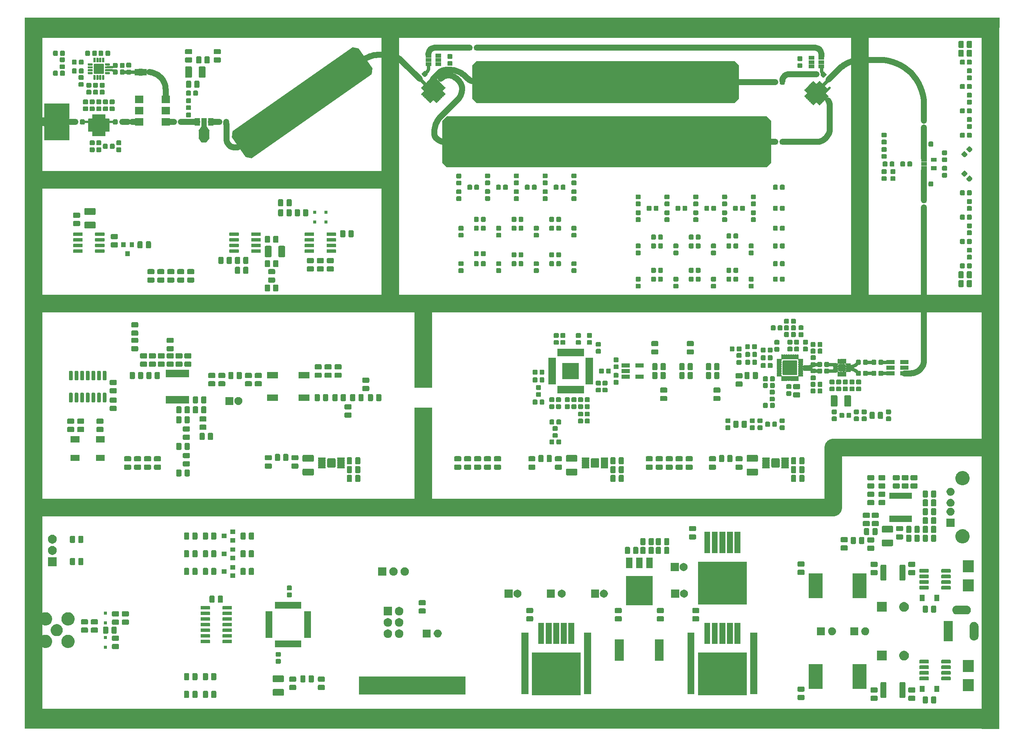
<source format=gbr>
G04 #@! TF.GenerationSoftware,KiCad,Pcbnew,(5.1.6)-1*
G04 #@! TF.CreationDate,2020-07-16T00:26:13+02:00*
G04 #@! TF.ProjectId,Hauptplatine,48617570-7470-46c6-9174-696e652e6b69,0*
G04 #@! TF.SameCoordinates,Original*
G04 #@! TF.FileFunction,Soldermask,Top*
G04 #@! TF.FilePolarity,Negative*
%FSLAX46Y46*%
G04 Gerber Fmt 4.6, Leading zero omitted, Abs format (unit mm)*
G04 Created by KiCad (PCBNEW (5.1.6)-1) date 2020-07-16 00:26:13*
%MOMM*%
%LPD*%
G01*
G04 APERTURE LIST*
%ADD10C,0.750000*%
%ADD11C,1.350000*%
%ADD12C,0.550000*%
%ADD13C,4.000000*%
%ADD14C,0.100000*%
G04 APERTURE END LIST*
D10*
X287919606Y-121457106D02*
X288212500Y-121750000D01*
X287833785Y-121375398D02*
X287919606Y-121457106D01*
X287744059Y-121298000D02*
X287833785Y-121375398D01*
X287650644Y-121225098D02*
X287744059Y-121298000D01*
X287553764Y-121156868D02*
X287650644Y-121225098D01*
X287453653Y-121093473D02*
X287553764Y-121156868D01*
X287350551Y-121035067D02*
X287453653Y-121093473D01*
X287244708Y-120981790D02*
X287350551Y-121035067D01*
X287136378Y-120933770D02*
X287244708Y-120981790D01*
X287025823Y-120891125D02*
X287136378Y-120933770D01*
X286913308Y-120853955D02*
X287025823Y-120891125D01*
X286799105Y-120822350D02*
X286913308Y-120853955D01*
X286683489Y-120796388D02*
X286799105Y-120822350D01*
X286566738Y-120776130D02*
X286683489Y-120796388D01*
X286449134Y-120761625D02*
X286566738Y-120776130D01*
X286330959Y-120752908D02*
X286449134Y-120761625D01*
X286212500Y-120750000D02*
X286330959Y-120752908D01*
X286212500Y-120750000D02*
X285937500Y-120750000D01*
X287919606Y-119542893D02*
X288212500Y-119250000D01*
X287833785Y-119624600D02*
X287919606Y-119542893D01*
X287744059Y-119701998D02*
X287833785Y-119624600D01*
X287650644Y-119774900D02*
X287744059Y-119701998D01*
X287553764Y-119843131D02*
X287650644Y-119774900D01*
X287453653Y-119906525D02*
X287553764Y-119843131D01*
X287350551Y-119964932D02*
X287453653Y-119906525D01*
X287244708Y-120018209D02*
X287350551Y-119964932D01*
X287136379Y-120066228D02*
X287244708Y-120018209D01*
X287025823Y-120108874D02*
X287136379Y-120066228D01*
X286913308Y-120146044D02*
X287025823Y-120108874D01*
X286799105Y-120177648D02*
X286913308Y-120146044D01*
X286683489Y-120203611D02*
X286799105Y-120177648D01*
X286566738Y-120223869D02*
X286683489Y-120203611D01*
X286449134Y-120238374D02*
X286566738Y-120223869D01*
X286330959Y-120247091D02*
X286449134Y-120238374D01*
X286212500Y-120250000D02*
X286330959Y-120247091D01*
X286212500Y-120250000D02*
X285937500Y-120250000D01*
X289787500Y-121750000D02*
X291712500Y-121750000D01*
X293287500Y-121750000D02*
X295392500Y-121750000D01*
X295392500Y-121750000D02*
X295412500Y-121770000D01*
X289787500Y-119250000D02*
X291712500Y-119250000D01*
X293287500Y-119250000D02*
X295392500Y-119250000D01*
X295392500Y-119250000D02*
X295412500Y-119230000D01*
D11*
X302569403Y-58097153D02*
X302807852Y-59049096D01*
X302238795Y-57173165D02*
X302569403Y-58097153D01*
X301819212Y-56286032D02*
X302238795Y-57173165D01*
X301314696Y-55444297D02*
X301819212Y-56286032D01*
X300071067Y-53928932D02*
X300730104Y-54656067D01*
X299343932Y-53269895D02*
X300071067Y-53928932D01*
X302951847Y-60019828D02*
X303000000Y-61000000D01*
X293000000Y-51000000D02*
X293980171Y-51048152D01*
X302807852Y-59049096D02*
X302951847Y-60019828D01*
X293980171Y-51048152D02*
X294950903Y-51192147D01*
X298555702Y-52685303D02*
X299343932Y-53269895D01*
X294950903Y-51192147D02*
X295902846Y-51430596D01*
X295902846Y-51430596D02*
X296826834Y-51761204D01*
X297713967Y-52180787D02*
X298555702Y-52685303D01*
X300730104Y-54656067D02*
X301314696Y-55444297D01*
X296826834Y-51761204D02*
X297713967Y-52180787D01*
X283775125Y-53121320D02*
X281460920Y-55435526D01*
X283775125Y-53121320D02*
X284032585Y-52876197D01*
X284032585Y-52876197D02*
X284301762Y-52644003D01*
X284301762Y-52644003D02*
X284582009Y-52425296D01*
X284582009Y-52425296D02*
X284872649Y-52220604D01*
X284872649Y-52220604D02*
X285172984Y-52030420D01*
X285172984Y-52030420D02*
X285482288Y-51855201D01*
X285482288Y-51855201D02*
X285799817Y-51695370D01*
X285799817Y-51695370D02*
X286124807Y-51551312D01*
X286124807Y-51551312D02*
X286456473Y-51423374D01*
X286456473Y-51423374D02*
X286794018Y-51311865D01*
X286794018Y-51311865D02*
X287136627Y-51217052D01*
X287136627Y-51217052D02*
X287483476Y-51139164D01*
X287483476Y-51139164D02*
X287833729Y-51078390D01*
X287833729Y-51078390D02*
X288186542Y-51034874D01*
X288186542Y-51034874D02*
X288541066Y-51008723D01*
X288541066Y-51008723D02*
X288896446Y-51000000D01*
X288896446Y-51000000D02*
X293000000Y-51000000D01*
X303000000Y-61000000D02*
X303000000Y-64712500D01*
D10*
X281037500Y-121250000D02*
X283062500Y-121250000D01*
X281037500Y-119750000D02*
X283062500Y-119750000D01*
D11*
X303000000Y-118770000D02*
X302985554Y-119064051D01*
X302985554Y-119064051D02*
X302942355Y-119355270D01*
X302942355Y-119355270D02*
X302870821Y-119640854D01*
X302870821Y-119640854D02*
X302771638Y-119918050D01*
X302771638Y-119918050D02*
X302645763Y-120184190D01*
X302645763Y-120184190D02*
X302494408Y-120436710D01*
X302494408Y-120436710D02*
X302319031Y-120673179D01*
X302319031Y-120673179D02*
X302121320Y-120891320D01*
X302121320Y-120891320D02*
X301903179Y-121089031D01*
X301903179Y-121089031D02*
X301666710Y-121264408D01*
X301666710Y-121264408D02*
X301414190Y-121415763D01*
X301414190Y-121415763D02*
X301148050Y-121541638D01*
X301148050Y-121541638D02*
X300870854Y-121640821D01*
X300870854Y-121640821D02*
X300585270Y-121712355D01*
X300585270Y-121712355D02*
X300294051Y-121755554D01*
X300294051Y-121755554D02*
X300000000Y-121770000D01*
X300000000Y-121770000D02*
X298587500Y-121770000D01*
X303000000Y-118770000D02*
X303000000Y-84287500D01*
X194870366Y-53276129D02*
X194987970Y-53261624D01*
X194753615Y-53296387D02*
X194870366Y-53276129D01*
X194637998Y-53322350D02*
X194753615Y-53296387D01*
X194523795Y-53353954D02*
X194637998Y-53322350D01*
X193603318Y-53875398D02*
X193693043Y-53798000D01*
X192150000Y-55350000D02*
X193517498Y-53957106D01*
X193517498Y-53957106D02*
X193603318Y-53875398D01*
X193786459Y-53725098D02*
X193883339Y-53656867D01*
X193693043Y-53798000D02*
X193786459Y-53725098D01*
X194987970Y-53261624D02*
X195106145Y-53252907D01*
X194086552Y-53535066D02*
X194192395Y-53481789D01*
X194411280Y-53391124D02*
X194523795Y-53353954D01*
X193883339Y-53656867D02*
X193983451Y-53593472D01*
X194192395Y-53481789D02*
X194300725Y-53433770D01*
X193983451Y-53593472D02*
X194086552Y-53535066D01*
X194300725Y-53433770D02*
X194411280Y-53391124D01*
X196000000Y-53250000D02*
X195224605Y-53250000D01*
X196000000Y-53250000D02*
X196236919Y-53255816D01*
X196236919Y-53255816D02*
X196473268Y-53273250D01*
X196473268Y-53273250D02*
X196708477Y-53302260D01*
X196708477Y-53302260D02*
X196941979Y-53342776D01*
X196941979Y-53342776D02*
X197173211Y-53394701D01*
X197173211Y-53394701D02*
X197401618Y-53457910D01*
X197401618Y-53457910D02*
X197626647Y-53532250D01*
X197626647Y-53532250D02*
X197847758Y-53617542D01*
X197847758Y-53617542D02*
X198064418Y-53713580D01*
X198064418Y-53713580D02*
X198276104Y-53820134D01*
X198276104Y-53820134D02*
X198482307Y-53936946D01*
X198482307Y-53936946D02*
X198682529Y-54063736D01*
X198682529Y-54063736D02*
X198876290Y-54200197D01*
X198876290Y-54200197D02*
X199063121Y-54346002D01*
X199063121Y-54346002D02*
X199242572Y-54500798D01*
X199242572Y-54500798D02*
X199414213Y-54664213D01*
X202250000Y-56000000D02*
X204555500Y-56000000D01*
X202250000Y-56000000D02*
X202072310Y-55995637D01*
X202072310Y-55995637D02*
X201895048Y-55982562D01*
X201895048Y-55982562D02*
X201718641Y-55960804D01*
X201718641Y-55960804D02*
X201543515Y-55930417D01*
X201543515Y-55930417D02*
X201370090Y-55891473D01*
X201370090Y-55891473D02*
X201198785Y-55844067D01*
X201198785Y-55844067D02*
X201030013Y-55788312D01*
X201030013Y-55788312D02*
X200864180Y-55724343D01*
X200864180Y-55724343D02*
X200701685Y-55652314D01*
X200701685Y-55652314D02*
X200542920Y-55572398D01*
X200542920Y-55572398D02*
X200388268Y-55484789D01*
X200388268Y-55484789D02*
X200238101Y-55389697D01*
X200238101Y-55389697D02*
X200092781Y-55287351D01*
X200092781Y-55287351D02*
X199952657Y-55177997D01*
X199952657Y-55177997D02*
X199818068Y-55061900D01*
X199818068Y-55061900D02*
X199689339Y-54939339D01*
X199689339Y-54939339D02*
X199414213Y-54664213D01*
X195106145Y-53252907D02*
X195224605Y-53250000D01*
X176424939Y-50997152D02*
X176625921Y-50862064D01*
X176625921Y-50862064D02*
X176831914Y-50734747D01*
X176831914Y-50734747D02*
X177042616Y-50615385D01*
X177042616Y-50615385D02*
X177257721Y-50504153D01*
X177257721Y-50504153D02*
X177476915Y-50401213D01*
X177476915Y-50401213D02*
X177699878Y-50306714D01*
X177699878Y-50306714D02*
X177926286Y-50220795D01*
X177926286Y-50220795D02*
X178155808Y-50143580D01*
X178155808Y-50143580D02*
X178388111Y-50075182D01*
X178388111Y-50075182D02*
X178622854Y-50015701D01*
X185160658Y-51264212D02*
X189185526Y-55289080D01*
X185160658Y-51264212D02*
X184989017Y-51100797D01*
X184989017Y-51100797D02*
X184809566Y-50946000D01*
X184809566Y-50946000D02*
X184622735Y-50800196D01*
X184622735Y-50800196D02*
X184428974Y-50663735D01*
X184428974Y-50663735D02*
X184228752Y-50536945D01*
X184228752Y-50536945D02*
X184022549Y-50420133D01*
X184022549Y-50420133D02*
X183810863Y-50313579D01*
X183810863Y-50313579D02*
X183594203Y-50217540D01*
X183594203Y-50217540D02*
X183373092Y-50132248D01*
X183373092Y-50132248D02*
X183148063Y-50057909D01*
X183148063Y-50057909D02*
X182919656Y-49994700D01*
X182919656Y-49994700D02*
X182688424Y-49942775D01*
X182688424Y-49942775D02*
X182454922Y-49902259D01*
X182454922Y-49902259D02*
X182219713Y-49873248D01*
X182219713Y-49873248D02*
X181983364Y-49855814D01*
X181983364Y-49855814D02*
X181746445Y-49849999D01*
X181746445Y-49849999D02*
X180063243Y-49849999D01*
X179579359Y-49868481D02*
X179821124Y-49854620D01*
X179338298Y-49891560D02*
X179579359Y-49868481D01*
X179098295Y-49923823D02*
X179338298Y-49891560D01*
X178859698Y-49965223D02*
X179098295Y-49923823D01*
X178622854Y-50015701D02*
X178859698Y-49965223D01*
X179821124Y-49854620D02*
X180063243Y-49849999D01*
X176424939Y-50997152D02*
X174784997Y-52145452D01*
D10*
X190685526Y-56789080D02*
X189185526Y-55289080D01*
X279960920Y-56935526D02*
X281460920Y-55435526D01*
X191150000Y-52824606D02*
X191148545Y-52883835D01*
X191148545Y-52883835D02*
X191144187Y-52942923D01*
X191144187Y-52942923D02*
X191136934Y-53001725D01*
X191136934Y-53001725D02*
X191126805Y-53060100D01*
X191126805Y-53060100D02*
X191113824Y-53117908D01*
X191113824Y-53117908D02*
X191098021Y-53175010D01*
X191098021Y-53175010D02*
X191079436Y-53231267D01*
X191079436Y-53231267D02*
X191058113Y-53286545D01*
X191058113Y-53286545D02*
X191034104Y-53340710D01*
X191034104Y-53340710D02*
X191007465Y-53393631D01*
X191007465Y-53393631D02*
X190978262Y-53445182D01*
X190978262Y-53445182D02*
X190946565Y-53495238D01*
X190946565Y-53495238D02*
X190912449Y-53543678D01*
X190912449Y-53543678D02*
X190875998Y-53590385D01*
X190875998Y-53590385D02*
X190837299Y-53635248D01*
X190837299Y-53635248D02*
X190796446Y-53678159D01*
X190796446Y-53678159D02*
X190299220Y-54175386D01*
X191150000Y-52824606D02*
X191150000Y-51950000D01*
X279850000Y-53324606D02*
X279850000Y-52450000D01*
X279851453Y-53383835D02*
X279850000Y-53324606D01*
X279855812Y-53442923D02*
X279851453Y-53383835D01*
X279863064Y-53501725D02*
X279855812Y-53442923D01*
X279873193Y-53560100D02*
X279863064Y-53501725D01*
X279886175Y-53617908D02*
X279873193Y-53560100D01*
X279901977Y-53675010D02*
X279886175Y-53617908D01*
X279920562Y-53731267D02*
X279901977Y-53675010D01*
X279941885Y-53786545D02*
X279920562Y-53731267D01*
X279965894Y-53840710D02*
X279941885Y-53786545D01*
X279992533Y-53893631D02*
X279965894Y-53840710D01*
X280021736Y-53945182D02*
X279992533Y-53893631D01*
X280053433Y-53995238D02*
X280021736Y-53945182D01*
X280087549Y-54043678D02*
X280053433Y-53995238D01*
X280124000Y-54090386D02*
X280087549Y-54043678D01*
X280162699Y-54135248D02*
X280124000Y-54090386D01*
X280203553Y-54178159D02*
X280162699Y-54135248D01*
X280203553Y-54178159D02*
X280347226Y-54321832D01*
D11*
X192650000Y-48250000D02*
X192502974Y-48257222D01*
X192502974Y-48257222D02*
X192357364Y-48278822D01*
X192357364Y-48278822D02*
X192214572Y-48314589D01*
X192214572Y-48314589D02*
X192075974Y-48364180D01*
X192075974Y-48364180D02*
X191942904Y-48427118D01*
X191942904Y-48427118D02*
X191816644Y-48502795D01*
X191816644Y-48502795D02*
X191698410Y-48590484D01*
X191698410Y-48590484D02*
X191589339Y-48689339D01*
X191589339Y-48689339D02*
X191490484Y-48798410D01*
X191490484Y-48798410D02*
X191402795Y-48916644D01*
X191402795Y-48916644D02*
X191327118Y-49042904D01*
X191327118Y-49042904D02*
X191264180Y-49175974D01*
X191264180Y-49175974D02*
X191214589Y-49314572D01*
X191214589Y-49314572D02*
X191178822Y-49457364D01*
X191178822Y-49457364D02*
X191157222Y-49602974D01*
X191157222Y-49602974D02*
X191150000Y-49750000D01*
X191150000Y-49750000D02*
X191150000Y-49800000D01*
X192650000Y-48250000D02*
X200462500Y-48250000D01*
X279850000Y-49750000D02*
X279842777Y-49602974D01*
X279842777Y-49602974D02*
X279821177Y-49457364D01*
X279821177Y-49457364D02*
X279785410Y-49314572D01*
X279785410Y-49314572D02*
X279735819Y-49175974D01*
X279735819Y-49175974D02*
X279672881Y-49042904D01*
X279672881Y-49042904D02*
X279597204Y-48916644D01*
X279597204Y-48916644D02*
X279509515Y-48798410D01*
X279509515Y-48798410D02*
X279410660Y-48689339D01*
X279410660Y-48689339D02*
X279301589Y-48590484D01*
X279301589Y-48590484D02*
X279183355Y-48502795D01*
X279183355Y-48502795D02*
X279057095Y-48427118D01*
X279057095Y-48427118D02*
X278924025Y-48364180D01*
X278924025Y-48364180D02*
X278785427Y-48314589D01*
X278785427Y-48314589D02*
X278642635Y-48278822D01*
X278642635Y-48278822D02*
X278497025Y-48257222D01*
X278497025Y-48257222D02*
X278350000Y-48250000D01*
X278350000Y-48250000D02*
X202037500Y-48250000D01*
X279850000Y-49750000D02*
X279850000Y-50200000D01*
D12*
X118687500Y-65000000D02*
X120462500Y-65000000D01*
D11*
X122037500Y-65000000D02*
X123315000Y-65000000D01*
X124285000Y-65000000D02*
X125865500Y-65000000D01*
X131834500Y-65000000D02*
X133712500Y-65000000D01*
X135287500Y-65000000D02*
X137000000Y-65000000D01*
X137000000Y-65000000D02*
X139000000Y-65000000D01*
X142000000Y-65000000D02*
X143962500Y-65000000D01*
X128150000Y-53750000D02*
X128614861Y-53826858D01*
X128614861Y-53826858D02*
X128995638Y-53922238D01*
X128995638Y-53922238D02*
X129365233Y-54054481D01*
X129365233Y-54054481D02*
X129720086Y-54222314D01*
X129720086Y-54222314D02*
X130056780Y-54424121D01*
X130056780Y-54424121D02*
X130372073Y-54657958D01*
X130372073Y-54657958D02*
X130662927Y-54921572D01*
X130662927Y-54921572D02*
X130926541Y-55212426D01*
X130926541Y-55212426D02*
X131160378Y-55527719D01*
X131160378Y-55527719D02*
X131362185Y-55864413D01*
X131362185Y-55864413D02*
X131530018Y-56219266D01*
X131530018Y-56219266D02*
X131662261Y-56588861D01*
X131662261Y-56588861D02*
X131757641Y-56969638D01*
X131757641Y-56969638D02*
X131815238Y-57357931D01*
X131815238Y-57357931D02*
X131834500Y-57750000D01*
X131834500Y-57750000D02*
X131834500Y-59920000D01*
D10*
X123500000Y-53750000D02*
X124700000Y-53750000D01*
X277891053Y-121103553D02*
X278000000Y-121212500D01*
X277848142Y-121062699D02*
X277891053Y-121103553D01*
X277803279Y-121024000D02*
X277848142Y-121062699D01*
X277756572Y-120987549D02*
X277803279Y-121024000D01*
X277708132Y-120953434D02*
X277756572Y-120987549D01*
X277658076Y-120921736D02*
X277708132Y-120953434D01*
X277606525Y-120892533D02*
X277658076Y-120921736D01*
X277553604Y-120865895D02*
X277606525Y-120892533D01*
X277499439Y-120841885D02*
X277553604Y-120865895D01*
X277444161Y-120820562D02*
X277499439Y-120841885D01*
X277387904Y-120801977D02*
X277444161Y-120820562D01*
X277330802Y-120786175D02*
X277387904Y-120801977D01*
X277272994Y-120773194D02*
X277330802Y-120786175D01*
X277214619Y-120763065D02*
X277272994Y-120773194D01*
X277155817Y-120755812D02*
X277214619Y-120763065D01*
X277096729Y-120751454D02*
X277155817Y-120755812D01*
X277037500Y-120750000D02*
X277096729Y-120751454D01*
X277037500Y-120750000D02*
X275950000Y-120750000D01*
X278037500Y-121250000D02*
X278000000Y-121212500D01*
X277891053Y-119896446D02*
X278000000Y-119787500D01*
X277848142Y-119937299D02*
X277891053Y-119896446D01*
X277803279Y-119975998D02*
X277848142Y-119937299D01*
X277756572Y-120012449D02*
X277803279Y-119975998D01*
X277708132Y-120046565D02*
X277756572Y-120012449D01*
X277658076Y-120078262D02*
X277708132Y-120046565D01*
X277606525Y-120107465D02*
X277658076Y-120078262D01*
X277553604Y-120134104D02*
X277606525Y-120107465D01*
X277499439Y-120158113D02*
X277553604Y-120134104D01*
X277444161Y-120179436D02*
X277499439Y-120158113D01*
X277387904Y-120198021D02*
X277444161Y-120179436D01*
X277330802Y-120213824D02*
X277387904Y-120198021D01*
X277272994Y-120226805D02*
X277330802Y-120213824D01*
X277214619Y-120236934D02*
X277272994Y-120226805D01*
X277155817Y-120244187D02*
X277214619Y-120236934D01*
X277096729Y-120248545D02*
X277155817Y-120244187D01*
X277037500Y-120250000D02*
X277096729Y-120248545D01*
X277037500Y-120250000D02*
X275950000Y-120250000D01*
X278037500Y-119750000D02*
X278000000Y-119787500D01*
X279462500Y-121250000D02*
X278037500Y-121250000D01*
X279462500Y-119750000D02*
X278037500Y-119750000D01*
D11*
X281406526Y-60198186D02*
X281464932Y-60301287D01*
X281750000Y-66500000D02*
X281750000Y-61439340D01*
X281735554Y-66794051D02*
X281750000Y-66500000D01*
X281692355Y-67085270D02*
X281735554Y-66794051D01*
X281620821Y-67370854D02*
X281692355Y-67085270D01*
X281521638Y-67648050D02*
X281620821Y-67370854D01*
X281395763Y-67914190D02*
X281521638Y-67648050D01*
X281244408Y-68166710D02*
X281395763Y-67914190D01*
X281069031Y-68403179D02*
X281244408Y-68166710D01*
X280871320Y-68621320D02*
X281069031Y-68403179D01*
X280653179Y-68819031D02*
X280871320Y-68621320D01*
X280416710Y-68994408D02*
X280653179Y-68819031D01*
X280164190Y-69145763D02*
X280416710Y-68994408D01*
X279898050Y-69271638D02*
X280164190Y-69145763D01*
X279620854Y-69370821D02*
X279898050Y-69271638D01*
X279335270Y-69442355D02*
X279620854Y-69370821D01*
X279044051Y-69485554D02*
X279335270Y-69442355D01*
X278750000Y-69500000D02*
X279044051Y-69485554D01*
X278750000Y-69500000D02*
X271037500Y-69500000D01*
X281747091Y-61320880D02*
X281750000Y-61439340D01*
X281738374Y-61202705D02*
X281747091Y-61320880D01*
X281723869Y-61085101D02*
X281738374Y-61202705D01*
X281703611Y-60968350D02*
X281723869Y-61085101D01*
X281677648Y-60852733D02*
X281703611Y-60968350D01*
X281646044Y-60738530D02*
X281677648Y-60852733D01*
X281608874Y-60626015D02*
X281646044Y-60738530D01*
X281566228Y-60515460D02*
X281608874Y-60626015D01*
X281518209Y-60407130D02*
X281566228Y-60515460D01*
X281464932Y-60301287D02*
X281518209Y-60407130D01*
D12*
X281021581Y-57978419D02*
X281750000Y-57250000D01*
D11*
X272537500Y-54250000D02*
X278750000Y-54250000D01*
X272390474Y-54257222D02*
X272537500Y-54250000D01*
X272244864Y-54278822D02*
X272390474Y-54257222D01*
X272102072Y-54314589D02*
X272244864Y-54278822D01*
X271963474Y-54364180D02*
X272102072Y-54314589D01*
X271830404Y-54427118D02*
X271963474Y-54364180D01*
X271704144Y-54502795D02*
X271830404Y-54427118D01*
X271585910Y-54590484D02*
X271704144Y-54502795D01*
X271476839Y-54689339D02*
X271585910Y-54590484D01*
X271377984Y-54798410D02*
X271476839Y-54689339D01*
X271290295Y-54916644D02*
X271377984Y-54798410D01*
X271214618Y-55042904D02*
X271290295Y-54916644D01*
X271151680Y-55175974D02*
X271214618Y-55042904D01*
X271102089Y-55314572D02*
X271151680Y-55175974D01*
X271066322Y-55457364D02*
X271102089Y-55314572D01*
X271044722Y-55602974D02*
X271066322Y-55457364D01*
X271037500Y-55750000D02*
X271044722Y-55602974D01*
X303000000Y-76000000D02*
X303000000Y-79000000D01*
X303000000Y-79000000D02*
X303000000Y-82712500D01*
X303000000Y-70000000D02*
X303000000Y-73250000D01*
X303000000Y-66287500D02*
X303000000Y-70000000D01*
X264465000Y-69500000D02*
X269462500Y-69500000D01*
X257811500Y-56000000D02*
X269462500Y-56000000D01*
X192853553Y-68603553D02*
X193042893Y-68792893D01*
X192812699Y-68560642D02*
X192853553Y-68603553D01*
X192774000Y-68515779D02*
X192812699Y-68560642D01*
X192737549Y-68469072D02*
X192774000Y-68515779D01*
X192703434Y-68420632D02*
X192737549Y-68469072D01*
X192671736Y-68370576D02*
X192703434Y-68420632D01*
X192642533Y-68319025D02*
X192671736Y-68370576D01*
X192615895Y-68266104D02*
X192642533Y-68319025D01*
X192591885Y-68211939D02*
X192615895Y-68266104D01*
X192570562Y-68156661D02*
X192591885Y-68211939D01*
X192551977Y-68100404D02*
X192570562Y-68156661D01*
X192536175Y-68043302D02*
X192551977Y-68100404D01*
X192523194Y-67985494D02*
X192536175Y-68043302D01*
X192513065Y-67927119D02*
X192523194Y-67985494D01*
X192505812Y-67868317D02*
X192513065Y-67927119D01*
X192501454Y-67809229D02*
X192505812Y-67868317D01*
X192500000Y-67750000D02*
X192501454Y-67809229D01*
X192500000Y-67750000D02*
X192500000Y-67250000D01*
X193128712Y-68874600D02*
X193042893Y-68792893D01*
X193218438Y-68951998D02*
X193128712Y-68874600D01*
X193311854Y-69024900D02*
X193218438Y-68951998D01*
X193408734Y-69093131D02*
X193311854Y-69024900D01*
X193508845Y-69156526D02*
X193408734Y-69093131D01*
X193611947Y-69214932D02*
X193508845Y-69156526D01*
X193717790Y-69268209D02*
X193611947Y-69214932D01*
X193826120Y-69316228D02*
X193717790Y-69268209D01*
X193936675Y-69358874D02*
X193826120Y-69316228D01*
X194049190Y-69396044D02*
X193936675Y-69358874D01*
X194163393Y-69427649D02*
X194049190Y-69396044D01*
X194279010Y-69453611D02*
X194163393Y-69427649D01*
X194395761Y-69473869D02*
X194279010Y-69453611D01*
X194513365Y-69488374D02*
X194395761Y-69473869D01*
X194631540Y-69497091D02*
X194513365Y-69488374D01*
X194750000Y-69500000D02*
X194631540Y-69497091D01*
X194750000Y-69500000D02*
X197962000Y-69500000D01*
X193914213Y-63835786D02*
X197689339Y-60060660D01*
X193750797Y-64007425D02*
X193914213Y-63835786D01*
X193596001Y-64186877D02*
X193750797Y-64007425D01*
X193450197Y-64373708D02*
X193596001Y-64186877D01*
X193313736Y-64567469D02*
X193450197Y-64373708D01*
X193186946Y-64767692D02*
X193313736Y-64567469D01*
X193070134Y-64973894D02*
X193186946Y-64767692D01*
X192963580Y-65185581D02*
X193070134Y-64973894D01*
X192867541Y-65402240D02*
X192963580Y-65185581D01*
X192782249Y-65623351D02*
X192867541Y-65402240D01*
X192707909Y-65848381D02*
X192782249Y-65623351D01*
X192644701Y-66076787D02*
X192707909Y-65848381D01*
X192592776Y-66308020D02*
X192644701Y-66076787D01*
X192552260Y-66541522D02*
X192592776Y-66308020D01*
X192523249Y-66776731D02*
X192552260Y-66541522D01*
X192505815Y-67013080D02*
X192523249Y-66776731D01*
X192500000Y-67250000D02*
X192505815Y-67013080D01*
X198750000Y-57500000D02*
X198750000Y-57500000D01*
X198745637Y-57677689D02*
X198750000Y-57500000D01*
X198732561Y-57854951D02*
X198745637Y-57677689D01*
X198710804Y-58031358D02*
X198732561Y-57854951D01*
X198680416Y-58206484D02*
X198710804Y-58031358D01*
X198641472Y-58379909D02*
X198680416Y-58206484D01*
X198594066Y-58551213D02*
X198641472Y-58379909D01*
X198538311Y-58719986D02*
X198594066Y-58551213D01*
X198474342Y-58885819D02*
X198538311Y-58719986D01*
X198402313Y-59048313D02*
X198474342Y-58885819D01*
X198322398Y-59207078D02*
X198402313Y-59048313D01*
X198234788Y-59361730D02*
X198322398Y-59207078D01*
X198139696Y-59511897D02*
X198234788Y-59361730D01*
X198037350Y-59657217D02*
X198139696Y-59511897D01*
X197927997Y-59797341D02*
X198037350Y-59657217D01*
X197811900Y-59931929D02*
X197927997Y-59797341D01*
X197689339Y-60060660D02*
X197811900Y-59931929D01*
X198042893Y-55792893D02*
X197457106Y-55207106D01*
X198124600Y-55878712D02*
X198042893Y-55792893D01*
X198201998Y-55968438D02*
X198124600Y-55878712D01*
X198274900Y-56061854D02*
X198201998Y-55968438D01*
X198343131Y-56158734D02*
X198274900Y-56061854D01*
X198406526Y-56258845D02*
X198343131Y-56158734D01*
X198464932Y-56361947D02*
X198406526Y-56258845D01*
X198518209Y-56467790D02*
X198464932Y-56361947D01*
X198566228Y-56576120D02*
X198518209Y-56467790D01*
X198608874Y-56686675D02*
X198566228Y-56576120D01*
X198646044Y-56799190D02*
X198608874Y-56686675D01*
X198677649Y-56913393D02*
X198646044Y-56799190D01*
X198703611Y-57029010D02*
X198677649Y-56913393D01*
X198723869Y-57145761D02*
X198703611Y-57029010D01*
X198738374Y-57263365D02*
X198723869Y-57145761D01*
X198747091Y-57381540D02*
X198738374Y-57263365D01*
X198750000Y-57500000D02*
X198747091Y-57381540D01*
X195750000Y-54500000D02*
X195689340Y-54500000D01*
X195868459Y-54502907D02*
X195750000Y-54500000D01*
X195986634Y-54511624D02*
X195868459Y-54502907D01*
X196104238Y-54526129D02*
X195986634Y-54511624D01*
X196220989Y-54546387D02*
X196104238Y-54526129D01*
X196336605Y-54572350D02*
X196220989Y-54546387D01*
X196450808Y-54603954D02*
X196336605Y-54572350D01*
X196563323Y-54641124D02*
X196450808Y-54603954D01*
X196673879Y-54683770D02*
X196563323Y-54641124D01*
X196782208Y-54731789D02*
X196673879Y-54683770D01*
X196888051Y-54785066D02*
X196782208Y-54731789D01*
X196991153Y-54843472D02*
X196888051Y-54785066D01*
X197091264Y-54906867D02*
X196991153Y-54843472D01*
X197188144Y-54975098D02*
X197091264Y-54906867D01*
X197281560Y-55048000D02*
X197188144Y-54975098D01*
X197371285Y-55125398D02*
X197281560Y-55048000D01*
X197457106Y-55207106D02*
X197371285Y-55125398D01*
X194068053Y-55125398D02*
X193900000Y-55300000D01*
X194157778Y-55048000D02*
X194068053Y-55125398D01*
X194251194Y-54975098D02*
X194157778Y-55048000D01*
X194348074Y-54906867D02*
X194251194Y-54975098D01*
X194448186Y-54843472D02*
X194348074Y-54906867D01*
X194551287Y-54785066D02*
X194448186Y-54843472D01*
X194657130Y-54731789D02*
X194551287Y-54785066D01*
X194765460Y-54683770D02*
X194657130Y-54731789D01*
X194876015Y-54641124D02*
X194765460Y-54683770D01*
X194988530Y-54603954D02*
X194876015Y-54641124D01*
X195102733Y-54572350D02*
X194988530Y-54603954D01*
X195218350Y-54546387D02*
X195102733Y-54572350D01*
X195335101Y-54526129D02*
X195218350Y-54546387D01*
X195452705Y-54511624D02*
X195335101Y-54526129D01*
X195570880Y-54502907D02*
X195452705Y-54511624D01*
X195689340Y-54500000D02*
X195570880Y-54502907D01*
D12*
X119537500Y-52675000D02*
X118700000Y-52675000D01*
X119714619Y-52661934D02*
X119655817Y-52669186D01*
X119772994Y-52651805D02*
X119714619Y-52661934D01*
X119830802Y-52638823D02*
X119772994Y-52651805D01*
X119887904Y-52623021D02*
X119830802Y-52638823D01*
X119944161Y-52604436D02*
X119887904Y-52623021D01*
X119999439Y-52583113D02*
X119944161Y-52604436D01*
X120053604Y-52559103D02*
X119999439Y-52583113D01*
X120106525Y-52532465D02*
X120053604Y-52559103D01*
X120208131Y-52471564D02*
X120158076Y-52503262D01*
X120256571Y-52437449D02*
X120208131Y-52471564D01*
X120303279Y-52400998D02*
X120256571Y-52437449D01*
X120348142Y-52362299D02*
X120303279Y-52400998D01*
X119537500Y-53325000D02*
X118700000Y-53325000D01*
X119655817Y-53330812D02*
X119596729Y-53326453D01*
X119714619Y-53338064D02*
X119655817Y-53330812D01*
X119772994Y-53348193D02*
X119714619Y-53338064D01*
X119830802Y-53361175D02*
X119772994Y-53348193D01*
X119887904Y-53376977D02*
X119830802Y-53361175D01*
X119944161Y-53395562D02*
X119887904Y-53376977D01*
X119999439Y-53416885D02*
X119944161Y-53395562D01*
X120053604Y-53440894D02*
X119999439Y-53416885D01*
X120106525Y-53467533D02*
X120053604Y-53440894D01*
X120158076Y-53496736D02*
X120106525Y-53467533D01*
X120208132Y-53528433D02*
X120158076Y-53496736D01*
X120256572Y-53562549D02*
X120208132Y-53528433D01*
X120303280Y-53599000D02*
X120256572Y-53562549D01*
X120348142Y-53637699D02*
X120303280Y-53599000D01*
X120391053Y-53678553D02*
X120348142Y-53637699D01*
D10*
X123500000Y-53750000D02*
X122037500Y-53750000D01*
D12*
X114812500Y-65000000D02*
X113037500Y-65000000D01*
D11*
X111462500Y-65000000D02*
X104944500Y-65000000D01*
X145537500Y-65000000D02*
X145537500Y-65475000D01*
X169714036Y-55696177D02*
X174784997Y-52145452D01*
X168851059Y-56300440D02*
X169714036Y-55696177D01*
X163270586Y-60207930D02*
X168851059Y-56300440D01*
X162396141Y-60820222D02*
X163270586Y-60207930D01*
X145537500Y-65475000D02*
X145550000Y-65487500D01*
X145550000Y-68800000D02*
X145550000Y-65487500D01*
X145559647Y-68995543D02*
X145550000Y-68800000D01*
X145588499Y-69189186D02*
X145559647Y-68995543D01*
X145636272Y-69379049D02*
X145588499Y-69189186D01*
X145702505Y-69563286D02*
X145636272Y-69379049D01*
X145786552Y-69740109D02*
X145702505Y-69563286D01*
X145887598Y-69907798D02*
X145786552Y-69740109D01*
X146004661Y-70064726D02*
X145887598Y-69907798D01*
X146136604Y-70209368D02*
X146004661Y-70064726D01*
X146282145Y-70340319D02*
X146136604Y-70209368D01*
X146439870Y-70456306D02*
X146282145Y-70340319D01*
X146608247Y-70556202D02*
X146439870Y-70456306D01*
X146785641Y-70639038D02*
X146608247Y-70556202D01*
X146970327Y-70704009D02*
X146785641Y-70639038D01*
X147160512Y-70750483D02*
X146970327Y-70704009D01*
X147354348Y-70778009D02*
X147160512Y-70750483D01*
X147549953Y-70786320D02*
X147354348Y-70778009D01*
X147549953Y-70786320D02*
X147664193Y-70785539D01*
X147724722Y-70784382D02*
X147664193Y-70785539D01*
X147785163Y-70780917D02*
X147724722Y-70784382D01*
X147845428Y-70775147D02*
X147785163Y-70780917D01*
X147905429Y-70767081D02*
X147845428Y-70775147D01*
X147965079Y-70756731D02*
X147905429Y-70767081D01*
X148024289Y-70744112D02*
X147965079Y-70756731D01*
X148082975Y-70729241D02*
X148024289Y-70744112D01*
X148141051Y-70712142D02*
X148082975Y-70729241D01*
X148198431Y-70692838D02*
X148141051Y-70712142D01*
X148255033Y-70671358D02*
X148198431Y-70692838D01*
X148310774Y-70647733D02*
X148255033Y-70671358D01*
X148365572Y-70621998D02*
X148310774Y-70647733D01*
X148419349Y-70594190D02*
X148365572Y-70621998D01*
X148472024Y-70564350D02*
X148419349Y-70594190D01*
X148523522Y-70532521D02*
X148472024Y-70564350D01*
X148573769Y-70498750D02*
X148523522Y-70532521D01*
X156804200Y-64735742D02*
X162396141Y-60820222D01*
X148573769Y-70498750D02*
X150007286Y-69494992D01*
X155941223Y-65340005D02*
X156804200Y-64735742D01*
X150007286Y-69494992D02*
X155941223Y-65340005D01*
X145550000Y-68800000D02*
X145550000Y-65487500D01*
X145559647Y-68995543D02*
X145550000Y-68800000D01*
X145588499Y-69189186D02*
X145559647Y-68995543D01*
X145636272Y-69379049D02*
X145588499Y-69189186D01*
X145702505Y-69563286D02*
X145636272Y-69379049D01*
X145786552Y-69740109D02*
X145702505Y-69563286D01*
X145887598Y-69907798D02*
X145786552Y-69740109D01*
X146004661Y-70064726D02*
X145887598Y-69907798D01*
X146136604Y-70209368D02*
X146004661Y-70064726D01*
X146282145Y-70340319D02*
X146136604Y-70209368D01*
X146439870Y-70456306D02*
X146282145Y-70340319D01*
X146608247Y-70556202D02*
X146439870Y-70456306D01*
X146785641Y-70639038D02*
X146608247Y-70556202D01*
X146970327Y-70704009D02*
X146785641Y-70639038D01*
X147160512Y-70750483D02*
X146970327Y-70704009D01*
X147354348Y-70778009D02*
X147160512Y-70750483D01*
X147549953Y-70786320D02*
X147354348Y-70778009D01*
X147549953Y-70786320D02*
X147664193Y-70785539D01*
X147724722Y-70784382D02*
X147664193Y-70785539D01*
X147785163Y-70780917D02*
X147724722Y-70784382D01*
X147845428Y-70775147D02*
X147785163Y-70780917D01*
X147905429Y-70767081D02*
X147845428Y-70775147D01*
X147965079Y-70756731D02*
X147905429Y-70767081D01*
X148024289Y-70744112D02*
X147965079Y-70756731D01*
X148082975Y-70729241D02*
X148024289Y-70744112D01*
X148141051Y-70712142D02*
X148082975Y-70729241D01*
X148198431Y-70692838D02*
X148141051Y-70712142D01*
X148255033Y-70671358D02*
X148198431Y-70692838D01*
X148310774Y-70647733D02*
X148255033Y-70671358D01*
X148365572Y-70621998D02*
X148310774Y-70647733D01*
X148419349Y-70594190D02*
X148365572Y-70621998D01*
X148472024Y-70564350D02*
X148419349Y-70594190D01*
X148523522Y-70532521D02*
X148472024Y-70564350D01*
X148573769Y-70498750D02*
X148523522Y-70532521D01*
X148573769Y-70498750D02*
X150007286Y-69494992D01*
X168851059Y-56300440D02*
X169714036Y-55696177D01*
X169714036Y-55696177D02*
X174784997Y-52145452D01*
X162396141Y-60820222D02*
X163270586Y-60207930D01*
X163270586Y-60207930D02*
X168851059Y-56300440D01*
X155941223Y-65340005D02*
X156804200Y-64735742D01*
X150007286Y-69494992D02*
X155941223Y-65340005D01*
D13*
X282500000Y-152000000D02*
X102500000Y-152000000D01*
X282500000Y-138500000D02*
X282500000Y-152000000D01*
X317500000Y-138500000D02*
X282500000Y-138500000D01*
X182500000Y-106000000D02*
X182500000Y-43500000D01*
X288500000Y-106000000D02*
X288500000Y-43500000D01*
X102500000Y-106000000D02*
X317500000Y-106000000D01*
X102500000Y-78000000D02*
X182500000Y-78000000D01*
D14*
G36*
X320057109Y-41502612D02*
G01*
X320057109Y-41502614D01*
X320000004Y-45999685D01*
X320000000Y-46000320D01*
X320000000Y-202067148D01*
X319997444Y-202067127D01*
X319997439Y-202067127D01*
X316002460Y-202033595D01*
X316002456Y-202033595D01*
X316000000Y-202033574D01*
X316000000Y-202033054D01*
X315999065Y-202031269D01*
X315997263Y-202026810D01*
X315991888Y-202018614D01*
X315985017Y-202011624D01*
X315976914Y-202006108D01*
X315967891Y-202002280D01*
X315958295Y-202000285D01*
X315952966Y-202000000D01*
X100000000Y-202000000D01*
X100000000Y-46049999D01*
X104000000Y-46049999D01*
X104000000Y-63950001D01*
X104000961Y-63959755D01*
X104003806Y-63969135D01*
X104008426Y-63977779D01*
X104014644Y-63985356D01*
X104022221Y-63991574D01*
X104030865Y-63996194D01*
X104040245Y-63999039D01*
X104049999Y-64000000D01*
X104350001Y-64000000D01*
X104359755Y-63999039D01*
X104369135Y-63996194D01*
X104377779Y-63991574D01*
X104385356Y-63985356D01*
X104391574Y-63977779D01*
X104396194Y-63969135D01*
X104399039Y-63959755D01*
X104400000Y-63950001D01*
X104400000Y-60823300D01*
X110137200Y-60823300D01*
X110137200Y-64249100D01*
X110099999Y-64249100D01*
X110090245Y-64250061D01*
X110080865Y-64252906D01*
X110072221Y-64257526D01*
X110064644Y-64263744D01*
X110058426Y-64271321D01*
X110053806Y-64279965D01*
X110050961Y-64289345D01*
X110050000Y-64299099D01*
X110050000Y-65700901D01*
X110050961Y-65710655D01*
X110053806Y-65720035D01*
X110058426Y-65728679D01*
X110064644Y-65736256D01*
X110072221Y-65742474D01*
X110080865Y-65747094D01*
X110090245Y-65749939D01*
X110099999Y-65750900D01*
X110137200Y-65750900D01*
X110137200Y-69176700D01*
X104400000Y-69176700D01*
X104400000Y-65999999D01*
X104399039Y-65990245D01*
X104396194Y-65980865D01*
X104391574Y-65972221D01*
X104385356Y-65964644D01*
X104377779Y-65958426D01*
X104369135Y-65953806D01*
X104359755Y-65950961D01*
X104350001Y-65950000D01*
X104049999Y-65950000D01*
X104040245Y-65950961D01*
X104030865Y-65953806D01*
X104022221Y-65958426D01*
X104014644Y-65964644D01*
X104008426Y-65972221D01*
X104003806Y-65980865D01*
X104000961Y-65990245D01*
X104000000Y-65999999D01*
X104000000Y-175805675D01*
X104000961Y-175815429D01*
X104003806Y-175824809D01*
X104008426Y-175833453D01*
X104014644Y-175841030D01*
X104022221Y-175847248D01*
X104030865Y-175851868D01*
X104040245Y-175854713D01*
X104049999Y-175855674D01*
X104059753Y-175854713D01*
X104069125Y-175851870D01*
X104268108Y-175769449D01*
X104272468Y-175767643D01*
X104562261Y-175710000D01*
X104857739Y-175710000D01*
X105147532Y-175767643D01*
X105178395Y-175780427D01*
X105420517Y-175880717D01*
X105602987Y-176002640D01*
X105666193Y-176044873D01*
X105875127Y-176253807D01*
X105907779Y-176302675D01*
X106039283Y-176499483D01*
X106116556Y-176686037D01*
X106152357Y-176772468D01*
X106210000Y-177062261D01*
X106210000Y-177357739D01*
X106152357Y-177647532D01*
X106152356Y-177647534D01*
X106039283Y-177920517D01*
X105936060Y-178075000D01*
X105875127Y-178166193D01*
X105666193Y-178375127D01*
X105637275Y-178394449D01*
X105420517Y-178539283D01*
X105239349Y-178614325D01*
X105147532Y-178652357D01*
X104857739Y-178710000D01*
X104562261Y-178710000D01*
X104272468Y-178652357D01*
X104240154Y-178638972D01*
X104069125Y-178568130D01*
X104059754Y-178565287D01*
X104049999Y-178564326D01*
X104040245Y-178565287D01*
X104030865Y-178568132D01*
X104022221Y-178572752D01*
X104014645Y-178578970D01*
X104008426Y-178586547D01*
X104003806Y-178595191D01*
X104000961Y-178604570D01*
X104000000Y-178614325D01*
X104000000Y-180885675D01*
X104000961Y-180895429D01*
X104003806Y-180904809D01*
X104008426Y-180913453D01*
X104014644Y-180921030D01*
X104022221Y-180927248D01*
X104030865Y-180931868D01*
X104040245Y-180934713D01*
X104049999Y-180935674D01*
X104059753Y-180934713D01*
X104069125Y-180931870D01*
X104272466Y-180847644D01*
X104272465Y-180847644D01*
X104272468Y-180847643D01*
X104562261Y-180790000D01*
X104857739Y-180790000D01*
X105147532Y-180847643D01*
X105147535Y-180847644D01*
X105147534Y-180847644D01*
X105420517Y-180960717D01*
X105617325Y-181092221D01*
X105666193Y-181124873D01*
X105875127Y-181333807D01*
X105907779Y-181382675D01*
X106039283Y-181579483D01*
X106109913Y-181750000D01*
X106152357Y-181852468D01*
X106210000Y-182142261D01*
X106210000Y-182437739D01*
X106152357Y-182727532D01*
X106152356Y-182727534D01*
X106039283Y-183000517D01*
X105875126Y-183246194D01*
X105666194Y-183455126D01*
X105420517Y-183619283D01*
X105239349Y-183694325D01*
X105147532Y-183732357D01*
X104857739Y-183790000D01*
X104562261Y-183790000D01*
X104272468Y-183732357D01*
X104240154Y-183718972D01*
X104069125Y-183648130D01*
X104059754Y-183645287D01*
X104049999Y-183644326D01*
X104040245Y-183645287D01*
X104030865Y-183648132D01*
X104022221Y-183652752D01*
X104014645Y-183658970D01*
X104008426Y-183666547D01*
X104003806Y-183675191D01*
X104000961Y-183684570D01*
X104000000Y-183694325D01*
X104000000Y-197450001D01*
X104000961Y-197459755D01*
X104003806Y-197469135D01*
X104008426Y-197477779D01*
X104014644Y-197485356D01*
X104022221Y-197491574D01*
X104030865Y-197496194D01*
X104040245Y-197499039D01*
X104049999Y-197500000D01*
X315950001Y-197500000D01*
X315959755Y-197499039D01*
X315969135Y-197496194D01*
X315977779Y-197491574D01*
X315985356Y-197485356D01*
X315991574Y-197477779D01*
X315996194Y-197469135D01*
X315999039Y-197459755D01*
X316000000Y-197450001D01*
X316000000Y-46049999D01*
X315999039Y-46040245D01*
X315996194Y-46030865D01*
X315991574Y-46022221D01*
X315985356Y-46014644D01*
X315977779Y-46008426D01*
X315969135Y-46003806D01*
X315959755Y-46000961D01*
X315950001Y-46000000D01*
X104049999Y-46000000D01*
X104040245Y-46000961D01*
X104030865Y-46003806D01*
X104022221Y-46008426D01*
X104014644Y-46014644D01*
X104008426Y-46022221D01*
X104003806Y-46030865D01*
X104000961Y-46040245D01*
X104000000Y-46049999D01*
X100000000Y-46049999D01*
X100000000Y-41500000D01*
X320057142Y-41500000D01*
X320057109Y-41502612D01*
G37*
G36*
X305558634Y-194705401D02*
G01*
X305609001Y-194720680D01*
X305655427Y-194745495D01*
X305696115Y-194778885D01*
X305729505Y-194819573D01*
X305754320Y-194865999D01*
X305769599Y-194916366D01*
X305775000Y-194971204D01*
X305775000Y-196028796D01*
X305769599Y-196083634D01*
X305754320Y-196134001D01*
X305729505Y-196180427D01*
X305696115Y-196221115D01*
X305655427Y-196254505D01*
X305609001Y-196279320D01*
X305558634Y-196294599D01*
X305503796Y-196300000D01*
X304871204Y-196300000D01*
X304816366Y-196294599D01*
X304765999Y-196279320D01*
X304719573Y-196254505D01*
X304678885Y-196221115D01*
X304645495Y-196180427D01*
X304620680Y-196134001D01*
X304605401Y-196083634D01*
X304600000Y-196028796D01*
X304600000Y-194971204D01*
X304605401Y-194916366D01*
X304620680Y-194865999D01*
X304645495Y-194819573D01*
X304678885Y-194778885D01*
X304719573Y-194745495D01*
X304765999Y-194720680D01*
X304816366Y-194705401D01*
X304871204Y-194700000D01*
X305503796Y-194700000D01*
X305558634Y-194705401D01*
G37*
G36*
X303683634Y-194705401D02*
G01*
X303734001Y-194720680D01*
X303780427Y-194745495D01*
X303821115Y-194778885D01*
X303854505Y-194819573D01*
X303879320Y-194865999D01*
X303894599Y-194916366D01*
X303900000Y-194971204D01*
X303900000Y-196028796D01*
X303894599Y-196083634D01*
X303879320Y-196134001D01*
X303854505Y-196180427D01*
X303821115Y-196221115D01*
X303780427Y-196254505D01*
X303734001Y-196279320D01*
X303683634Y-196294599D01*
X303628796Y-196300000D01*
X302996204Y-196300000D01*
X302941366Y-196294599D01*
X302890999Y-196279320D01*
X302844573Y-196254505D01*
X302803885Y-196221115D01*
X302770495Y-196180427D01*
X302745680Y-196134001D01*
X302730401Y-196083634D01*
X302725000Y-196028796D01*
X302725000Y-194971204D01*
X302730401Y-194916366D01*
X302745680Y-194865999D01*
X302770495Y-194819573D01*
X302803885Y-194778885D01*
X302844573Y-194745495D01*
X302890999Y-194720680D01*
X302941366Y-194705401D01*
X302996204Y-194700000D01*
X303628796Y-194700000D01*
X303683634Y-194705401D01*
G37*
G36*
X292333634Y-194542901D02*
G01*
X292384001Y-194558180D01*
X292430427Y-194582995D01*
X292471115Y-194616385D01*
X292504505Y-194657073D01*
X292529320Y-194703499D01*
X292544599Y-194753866D01*
X292550000Y-194808704D01*
X292550000Y-195441296D01*
X292544599Y-195496134D01*
X292529320Y-195546501D01*
X292504505Y-195592927D01*
X292471115Y-195633615D01*
X292430427Y-195667005D01*
X292384001Y-195691820D01*
X292333634Y-195707099D01*
X292278796Y-195712500D01*
X291221204Y-195712500D01*
X291166366Y-195707099D01*
X291115999Y-195691820D01*
X291069573Y-195667005D01*
X291028885Y-195633615D01*
X290995495Y-195592927D01*
X290970680Y-195546501D01*
X290955401Y-195496134D01*
X290950000Y-195441296D01*
X290950000Y-194808704D01*
X290955401Y-194753866D01*
X290970680Y-194703499D01*
X290995495Y-194657073D01*
X291028885Y-194616385D01*
X291069573Y-194582995D01*
X291115999Y-194558180D01*
X291166366Y-194542901D01*
X291221204Y-194537500D01*
X292278796Y-194537500D01*
X292333634Y-194542901D01*
G37*
G36*
X300833634Y-194542901D02*
G01*
X300884001Y-194558180D01*
X300930427Y-194582995D01*
X300971115Y-194616385D01*
X301004505Y-194657073D01*
X301029320Y-194703499D01*
X301044599Y-194753866D01*
X301050000Y-194808704D01*
X301050000Y-195441296D01*
X301044599Y-195496134D01*
X301029320Y-195546501D01*
X301004505Y-195592927D01*
X300971115Y-195633615D01*
X300930427Y-195667005D01*
X300884001Y-195691820D01*
X300833634Y-195707099D01*
X300778796Y-195712500D01*
X299721204Y-195712500D01*
X299666366Y-195707099D01*
X299615999Y-195691820D01*
X299569573Y-195667005D01*
X299528885Y-195633615D01*
X299495495Y-195592927D01*
X299470680Y-195546501D01*
X299455401Y-195496134D01*
X299450000Y-195441296D01*
X299450000Y-194808704D01*
X299455401Y-194753866D01*
X299470680Y-194703499D01*
X299495495Y-194657073D01*
X299528885Y-194616385D01*
X299569573Y-194582995D01*
X299615999Y-194558180D01*
X299666366Y-194542901D01*
X299721204Y-194537500D01*
X300778796Y-194537500D01*
X300833634Y-194542901D01*
G37*
G36*
X275833634Y-194355401D02*
G01*
X275884001Y-194370680D01*
X275930427Y-194395495D01*
X275971115Y-194428885D01*
X276004505Y-194469573D01*
X276029320Y-194515999D01*
X276044599Y-194566366D01*
X276050000Y-194621204D01*
X276050000Y-195253796D01*
X276044599Y-195308634D01*
X276029320Y-195359001D01*
X276004505Y-195405427D01*
X275971115Y-195446115D01*
X275930427Y-195479505D01*
X275884001Y-195504320D01*
X275833634Y-195519599D01*
X275778796Y-195525000D01*
X274721204Y-195525000D01*
X274666366Y-195519599D01*
X274615999Y-195504320D01*
X274569573Y-195479505D01*
X274528885Y-195446115D01*
X274495495Y-195405427D01*
X274470680Y-195359001D01*
X274455401Y-195308634D01*
X274450000Y-195253796D01*
X274450000Y-194621204D01*
X274455401Y-194566366D01*
X274470680Y-194515999D01*
X274495495Y-194469573D01*
X274528885Y-194428885D01*
X274569573Y-194395495D01*
X274615999Y-194370680D01*
X274666366Y-194355401D01*
X274721204Y-194350000D01*
X275778796Y-194350000D01*
X275833634Y-194355401D01*
G37*
G36*
X136933634Y-193455401D02*
G01*
X136984001Y-193470680D01*
X137030427Y-193495495D01*
X137071115Y-193528885D01*
X137104505Y-193569573D01*
X137129320Y-193615999D01*
X137144599Y-193666366D01*
X137150000Y-193721204D01*
X137150000Y-194778796D01*
X137144599Y-194833634D01*
X137129320Y-194884001D01*
X137104505Y-194930427D01*
X137071115Y-194971115D01*
X137030427Y-195004505D01*
X136984001Y-195029320D01*
X136933634Y-195044599D01*
X136878796Y-195050000D01*
X136246204Y-195050000D01*
X136191366Y-195044599D01*
X136140999Y-195029320D01*
X136094573Y-195004505D01*
X136053885Y-194971115D01*
X136020495Y-194930427D01*
X135995680Y-194884001D01*
X135980401Y-194833634D01*
X135975000Y-194778796D01*
X135975000Y-193721204D01*
X135980401Y-193666366D01*
X135995680Y-193615999D01*
X136020495Y-193569573D01*
X136053885Y-193528885D01*
X136094573Y-193495495D01*
X136140999Y-193470680D01*
X136191366Y-193455401D01*
X136246204Y-193450000D01*
X136878796Y-193450000D01*
X136933634Y-193455401D01*
G37*
G36*
X141183634Y-193455401D02*
G01*
X141234001Y-193470680D01*
X141280427Y-193495495D01*
X141321115Y-193528885D01*
X141354505Y-193569573D01*
X141379320Y-193615999D01*
X141394599Y-193666366D01*
X141400000Y-193721204D01*
X141400000Y-194778796D01*
X141394599Y-194833634D01*
X141379320Y-194884001D01*
X141354505Y-194930427D01*
X141321115Y-194971115D01*
X141280427Y-195004505D01*
X141234001Y-195029320D01*
X141183634Y-195044599D01*
X141128796Y-195050000D01*
X140496204Y-195050000D01*
X140441366Y-195044599D01*
X140390999Y-195029320D01*
X140344573Y-195004505D01*
X140303885Y-194971115D01*
X140270495Y-194930427D01*
X140245680Y-194884001D01*
X140230401Y-194833634D01*
X140225000Y-194778796D01*
X140225000Y-193721204D01*
X140230401Y-193666366D01*
X140245680Y-193615999D01*
X140270495Y-193569573D01*
X140303885Y-193528885D01*
X140344573Y-193495495D01*
X140390999Y-193470680D01*
X140441366Y-193455401D01*
X140496204Y-193450000D01*
X141128796Y-193450000D01*
X141183634Y-193455401D01*
G37*
G36*
X143058634Y-193455401D02*
G01*
X143109001Y-193470680D01*
X143155427Y-193495495D01*
X143196115Y-193528885D01*
X143229505Y-193569573D01*
X143254320Y-193615999D01*
X143269599Y-193666366D01*
X143275000Y-193721204D01*
X143275000Y-194778796D01*
X143269599Y-194833634D01*
X143254320Y-194884001D01*
X143229505Y-194930427D01*
X143196115Y-194971115D01*
X143155427Y-195004505D01*
X143109001Y-195029320D01*
X143058634Y-195044599D01*
X143003796Y-195050000D01*
X142371204Y-195050000D01*
X142316366Y-195044599D01*
X142265999Y-195029320D01*
X142219573Y-195004505D01*
X142178885Y-194971115D01*
X142145495Y-194930427D01*
X142120680Y-194884001D01*
X142105401Y-194833634D01*
X142100000Y-194778796D01*
X142100000Y-193721204D01*
X142105401Y-193666366D01*
X142120680Y-193615999D01*
X142145495Y-193569573D01*
X142178885Y-193528885D01*
X142219573Y-193495495D01*
X142265999Y-193470680D01*
X142316366Y-193455401D01*
X142371204Y-193450000D01*
X143003796Y-193450000D01*
X143058634Y-193455401D01*
G37*
G36*
X298585309Y-191455361D02*
G01*
X298635291Y-191470523D01*
X298681350Y-191495141D01*
X298721724Y-191528276D01*
X298754859Y-191568650D01*
X298779477Y-191614709D01*
X298794639Y-191664691D01*
X298800000Y-191719120D01*
X298800000Y-194780880D01*
X298794639Y-194835309D01*
X298779477Y-194885291D01*
X298754859Y-194931350D01*
X298721724Y-194971724D01*
X298681350Y-195004859D01*
X298635291Y-195029477D01*
X298585309Y-195044639D01*
X298530880Y-195050000D01*
X297744120Y-195050000D01*
X297689691Y-195044639D01*
X297639709Y-195029477D01*
X297593650Y-195004859D01*
X297553276Y-194971724D01*
X297520141Y-194931350D01*
X297495523Y-194885291D01*
X297480361Y-194835309D01*
X297475000Y-194780880D01*
X297475000Y-191719120D01*
X297480361Y-191664691D01*
X297495523Y-191614709D01*
X297520141Y-191568650D01*
X297553276Y-191528276D01*
X297593650Y-191495141D01*
X297639709Y-191470523D01*
X297689691Y-191455361D01*
X297744120Y-191450000D01*
X298530880Y-191450000D01*
X298585309Y-191455361D01*
G37*
G36*
X294310309Y-191455361D02*
G01*
X294360291Y-191470523D01*
X294406350Y-191495141D01*
X294446724Y-191528276D01*
X294479859Y-191568650D01*
X294504477Y-191614709D01*
X294519639Y-191664691D01*
X294525000Y-191719120D01*
X294525000Y-194780880D01*
X294519639Y-194835309D01*
X294504477Y-194885291D01*
X294479859Y-194931350D01*
X294446724Y-194971724D01*
X294406350Y-195004859D01*
X294360291Y-195029477D01*
X294310309Y-195044639D01*
X294255880Y-195050000D01*
X293469120Y-195050000D01*
X293414691Y-195044639D01*
X293364709Y-195029477D01*
X293318650Y-195004859D01*
X293278276Y-194971724D01*
X293245141Y-194931350D01*
X293220523Y-194885291D01*
X293205361Y-194835309D01*
X293200000Y-194780880D01*
X293200000Y-191719120D01*
X293205361Y-191664691D01*
X293220523Y-191614709D01*
X293245141Y-191568650D01*
X293278276Y-191528276D01*
X293318650Y-191495141D01*
X293364709Y-191470523D01*
X293414691Y-191455361D01*
X293469120Y-191450000D01*
X294255880Y-191450000D01*
X294310309Y-191455361D01*
G37*
G36*
X138808634Y-193455401D02*
G01*
X138859001Y-193470680D01*
X138905427Y-193495495D01*
X138946115Y-193528885D01*
X138979505Y-193569573D01*
X139004320Y-193615999D01*
X139019599Y-193666366D01*
X139025000Y-193721204D01*
X139025000Y-194778796D01*
X139019599Y-194833634D01*
X139004320Y-194884001D01*
X138979505Y-194930427D01*
X138946115Y-194971115D01*
X138905427Y-195004505D01*
X138859001Y-195029320D01*
X138808634Y-195044599D01*
X138753796Y-195050000D01*
X138121204Y-195050000D01*
X138066366Y-195044599D01*
X138015999Y-195029320D01*
X137969573Y-195004505D01*
X137928885Y-194971115D01*
X137895495Y-194930427D01*
X137870680Y-194884001D01*
X137855401Y-194833634D01*
X137850000Y-194778796D01*
X137850000Y-193721204D01*
X137855401Y-193666366D01*
X137870680Y-193615999D01*
X137895495Y-193569573D01*
X137928885Y-193528885D01*
X137969573Y-193495495D01*
X138015999Y-193470680D01*
X138066366Y-193455401D01*
X138121204Y-193450000D01*
X138753796Y-193450000D01*
X138808634Y-193455401D01*
G37*
G36*
X158318410Y-193030167D02*
G01*
X158366504Y-193044757D01*
X158410821Y-193068445D01*
X158449671Y-193100329D01*
X158481555Y-193139179D01*
X158505243Y-193183496D01*
X158519833Y-193231590D01*
X158525000Y-193284057D01*
X158525000Y-194290943D01*
X158519833Y-194343410D01*
X158505243Y-194391504D01*
X158481555Y-194435821D01*
X158449671Y-194474671D01*
X158410821Y-194506555D01*
X158366504Y-194530243D01*
X158318410Y-194544833D01*
X158265943Y-194550000D01*
X156234057Y-194550000D01*
X156181590Y-194544833D01*
X156133496Y-194530243D01*
X156089179Y-194506555D01*
X156050329Y-194474671D01*
X156018445Y-194435821D01*
X155994757Y-194391504D01*
X155980167Y-194343410D01*
X155975000Y-194290943D01*
X155975000Y-193284057D01*
X155980167Y-193231590D01*
X155994757Y-193183496D01*
X156018445Y-193139179D01*
X156050329Y-193100329D01*
X156089179Y-193068445D01*
X156133496Y-193044757D01*
X156181590Y-193030167D01*
X156234057Y-193025000D01*
X158265943Y-193025000D01*
X158318410Y-193030167D01*
G37*
G36*
X263000000Y-194425000D02*
G01*
X252000000Y-194425000D01*
X252000000Y-184825000D01*
X263000000Y-184825000D01*
X263000000Y-194425000D01*
G37*
G36*
X225500000Y-194425000D02*
G01*
X214500000Y-194425000D01*
X214500000Y-184825000D01*
X225500000Y-184825000D01*
X225500000Y-194425000D01*
G37*
G36*
X199500000Y-194250000D02*
G01*
X175500000Y-194250000D01*
X175500000Y-190250000D01*
X199500000Y-190250000D01*
X199500000Y-194250000D01*
G37*
G36*
X251200000Y-194210000D02*
G01*
X249600000Y-194210000D01*
X249600000Y-180290000D01*
X251200000Y-180290000D01*
X251200000Y-194210000D01*
G37*
G36*
X227900000Y-194210000D02*
G01*
X226300000Y-194210000D01*
X226300000Y-180290000D01*
X227900000Y-180290000D01*
X227900000Y-194210000D01*
G37*
G36*
X265400000Y-194210000D02*
G01*
X263800000Y-194210000D01*
X263800000Y-180290000D01*
X265400000Y-180290000D01*
X265400000Y-194210000D01*
G37*
G36*
X213700000Y-194210000D02*
G01*
X212100000Y-194210000D01*
X212100000Y-180290000D01*
X213700000Y-180290000D01*
X213700000Y-194210000D01*
G37*
G36*
X300833634Y-192667901D02*
G01*
X300884001Y-192683180D01*
X300930427Y-192707995D01*
X300971115Y-192741385D01*
X301004505Y-192782073D01*
X301029320Y-192828499D01*
X301044599Y-192878866D01*
X301050000Y-192933704D01*
X301050000Y-193566296D01*
X301044599Y-193621134D01*
X301029320Y-193671501D01*
X301004505Y-193717927D01*
X300971115Y-193758615D01*
X300930427Y-193792005D01*
X300884001Y-193816820D01*
X300833634Y-193832099D01*
X300778796Y-193837500D01*
X299721204Y-193837500D01*
X299666366Y-193832099D01*
X299615999Y-193816820D01*
X299569573Y-193792005D01*
X299528885Y-193758615D01*
X299495495Y-193717927D01*
X299470680Y-193671501D01*
X299455401Y-193621134D01*
X299450000Y-193566296D01*
X299450000Y-192933704D01*
X299455401Y-192878866D01*
X299470680Y-192828499D01*
X299495495Y-192782073D01*
X299528885Y-192741385D01*
X299569573Y-192707995D01*
X299615999Y-192683180D01*
X299666366Y-192667901D01*
X299721204Y-192662500D01*
X300778796Y-192662500D01*
X300833634Y-192667901D01*
G37*
G36*
X292333634Y-192667901D02*
G01*
X292384001Y-192683180D01*
X292430427Y-192707995D01*
X292471115Y-192741385D01*
X292504505Y-192782073D01*
X292529320Y-192828499D01*
X292544599Y-192878866D01*
X292550000Y-192933704D01*
X292550000Y-193566296D01*
X292544599Y-193621134D01*
X292529320Y-193671501D01*
X292504505Y-193717927D01*
X292471115Y-193758615D01*
X292430427Y-193792005D01*
X292384001Y-193816820D01*
X292333634Y-193832099D01*
X292278796Y-193837500D01*
X291221204Y-193837500D01*
X291166366Y-193832099D01*
X291115999Y-193816820D01*
X291069573Y-193792005D01*
X291028885Y-193758615D01*
X290995495Y-193717927D01*
X290970680Y-193671501D01*
X290955401Y-193621134D01*
X290950000Y-193566296D01*
X290950000Y-192933704D01*
X290955401Y-192878866D01*
X290970680Y-192828499D01*
X290995495Y-192782073D01*
X291028885Y-192741385D01*
X291069573Y-192707995D01*
X291115999Y-192683180D01*
X291166366Y-192667901D01*
X291221204Y-192662500D01*
X292278796Y-192662500D01*
X292333634Y-192667901D01*
G37*
G36*
X303150000Y-193700000D02*
G01*
X302050000Y-193700000D01*
X302050000Y-192300000D01*
X303150000Y-192300000D01*
X303150000Y-193700000D01*
G37*
G36*
X306450000Y-193700000D02*
G01*
X305350000Y-193700000D01*
X305350000Y-192300000D01*
X306450000Y-192300000D01*
X306450000Y-193700000D01*
G37*
G36*
X275833634Y-192480401D02*
G01*
X275884001Y-192495680D01*
X275930427Y-192520495D01*
X275971115Y-192553885D01*
X276004505Y-192594573D01*
X276029320Y-192640999D01*
X276044599Y-192691366D01*
X276050000Y-192746204D01*
X276050000Y-193378796D01*
X276044599Y-193433634D01*
X276029320Y-193484001D01*
X276004505Y-193530427D01*
X275971115Y-193571115D01*
X275930427Y-193604505D01*
X275884001Y-193629320D01*
X275833634Y-193644599D01*
X275778796Y-193650000D01*
X274721204Y-193650000D01*
X274666366Y-193644599D01*
X274615999Y-193629320D01*
X274569573Y-193604505D01*
X274528885Y-193571115D01*
X274495495Y-193530427D01*
X274470680Y-193484001D01*
X274455401Y-193433634D01*
X274450000Y-193378796D01*
X274450000Y-192746204D01*
X274455401Y-192691366D01*
X274470680Y-192640999D01*
X274495495Y-192594573D01*
X274528885Y-192553885D01*
X274569573Y-192520495D01*
X274615999Y-192495680D01*
X274666366Y-192480401D01*
X274721204Y-192475000D01*
X275778796Y-192475000D01*
X275833634Y-192480401D01*
G37*
G36*
X314250000Y-193500000D02*
G01*
X311750000Y-193500000D01*
X311750000Y-190800000D01*
X314250000Y-190800000D01*
X314250000Y-193500000D01*
G37*
G36*
X161083634Y-192105401D02*
G01*
X161134001Y-192120680D01*
X161180427Y-192145495D01*
X161221115Y-192178885D01*
X161254505Y-192219573D01*
X161279320Y-192265999D01*
X161294599Y-192316366D01*
X161300000Y-192371204D01*
X161300000Y-193003796D01*
X161294599Y-193058634D01*
X161279320Y-193109001D01*
X161254505Y-193155427D01*
X161221115Y-193196115D01*
X161180427Y-193229505D01*
X161134001Y-193254320D01*
X161083634Y-193269599D01*
X161028796Y-193275000D01*
X159971204Y-193275000D01*
X159916366Y-193269599D01*
X159865999Y-193254320D01*
X159819573Y-193229505D01*
X159778885Y-193196115D01*
X159745495Y-193155427D01*
X159720680Y-193109001D01*
X159705401Y-193058634D01*
X159700000Y-193003796D01*
X159700000Y-192371204D01*
X159705401Y-192316366D01*
X159720680Y-192265999D01*
X159745495Y-192219573D01*
X159778885Y-192178885D01*
X159819573Y-192145495D01*
X159865999Y-192120680D01*
X159916366Y-192105401D01*
X159971204Y-192100000D01*
X161028796Y-192100000D01*
X161083634Y-192105401D01*
G37*
G36*
X167583634Y-192105401D02*
G01*
X167634001Y-192120680D01*
X167680427Y-192145495D01*
X167721115Y-192178885D01*
X167754505Y-192219573D01*
X167779320Y-192265999D01*
X167794599Y-192316366D01*
X167800000Y-192371204D01*
X167800000Y-193003796D01*
X167794599Y-193058634D01*
X167779320Y-193109001D01*
X167754505Y-193155427D01*
X167721115Y-193196115D01*
X167680427Y-193229505D01*
X167634001Y-193254320D01*
X167583634Y-193269599D01*
X167528796Y-193275000D01*
X166471204Y-193275000D01*
X166416366Y-193269599D01*
X166365999Y-193254320D01*
X166319573Y-193229505D01*
X166278885Y-193196115D01*
X166245495Y-193155427D01*
X166220680Y-193109001D01*
X166205401Y-193058634D01*
X166200000Y-193003796D01*
X166200000Y-192371204D01*
X166205401Y-192316366D01*
X166220680Y-192265999D01*
X166245495Y-192219573D01*
X166278885Y-192178885D01*
X166319573Y-192145495D01*
X166365999Y-192120680D01*
X166416366Y-192105401D01*
X166471204Y-192100000D01*
X167528796Y-192100000D01*
X167583634Y-192105401D01*
G37*
G36*
X280100000Y-193050000D02*
G01*
X277000000Y-193050000D01*
X277000000Y-187450000D01*
X280100000Y-187450000D01*
X280100000Y-193050000D01*
G37*
G36*
X290000000Y-193050000D02*
G01*
X286900000Y-193050000D01*
X286900000Y-187450000D01*
X290000000Y-187450000D01*
X290000000Y-193050000D01*
G37*
G36*
X163183634Y-189955401D02*
G01*
X163234001Y-189970680D01*
X163280427Y-189995495D01*
X163321115Y-190028885D01*
X163354505Y-190069573D01*
X163379320Y-190115999D01*
X163394599Y-190166366D01*
X163400000Y-190221204D01*
X163400000Y-191278796D01*
X163394599Y-191333634D01*
X163379320Y-191384001D01*
X163354505Y-191430427D01*
X163321115Y-191471115D01*
X163280427Y-191504505D01*
X163234001Y-191529320D01*
X163183634Y-191544599D01*
X163128796Y-191550000D01*
X162496204Y-191550000D01*
X162441366Y-191544599D01*
X162390999Y-191529320D01*
X162344573Y-191504505D01*
X162303885Y-191471115D01*
X162270495Y-191430427D01*
X162245680Y-191384001D01*
X162230401Y-191333634D01*
X162225000Y-191278796D01*
X162225000Y-190221204D01*
X162230401Y-190166366D01*
X162245680Y-190115999D01*
X162270495Y-190069573D01*
X162303885Y-190028885D01*
X162344573Y-189995495D01*
X162390999Y-189970680D01*
X162441366Y-189955401D01*
X162496204Y-189950000D01*
X163128796Y-189950000D01*
X163183634Y-189955401D01*
G37*
G36*
X165058634Y-189955401D02*
G01*
X165109001Y-189970680D01*
X165155427Y-189995495D01*
X165196115Y-190028885D01*
X165229505Y-190069573D01*
X165254320Y-190115999D01*
X165269599Y-190166366D01*
X165275000Y-190221204D01*
X165275000Y-191278796D01*
X165269599Y-191333634D01*
X165254320Y-191384001D01*
X165229505Y-191430427D01*
X165196115Y-191471115D01*
X165155427Y-191504505D01*
X165109001Y-191529320D01*
X165058634Y-191544599D01*
X165003796Y-191550000D01*
X164371204Y-191550000D01*
X164316366Y-191544599D01*
X164265999Y-191529320D01*
X164219573Y-191504505D01*
X164178885Y-191471115D01*
X164145495Y-191430427D01*
X164120680Y-191384001D01*
X164105401Y-191333634D01*
X164100000Y-191278796D01*
X164100000Y-190221204D01*
X164105401Y-190166366D01*
X164120680Y-190115999D01*
X164145495Y-190069573D01*
X164178885Y-190028885D01*
X164219573Y-189995495D01*
X164265999Y-189970680D01*
X164316366Y-189955401D01*
X164371204Y-189950000D01*
X165003796Y-189950000D01*
X165058634Y-189955401D01*
G37*
G36*
X158318410Y-189955167D02*
G01*
X158366504Y-189969757D01*
X158410821Y-189993445D01*
X158449671Y-190025329D01*
X158481555Y-190064179D01*
X158505243Y-190108496D01*
X158519833Y-190156590D01*
X158525000Y-190209057D01*
X158525000Y-191215943D01*
X158519833Y-191268410D01*
X158505243Y-191316504D01*
X158481555Y-191360821D01*
X158449671Y-191399671D01*
X158410821Y-191431555D01*
X158366504Y-191455243D01*
X158318410Y-191469833D01*
X158265943Y-191475000D01*
X156234057Y-191475000D01*
X156181590Y-191469833D01*
X156133496Y-191455243D01*
X156089179Y-191431555D01*
X156050329Y-191399671D01*
X156018445Y-191360821D01*
X155994757Y-191316504D01*
X155980167Y-191268410D01*
X155975000Y-191215943D01*
X155975000Y-190209057D01*
X155980167Y-190156590D01*
X155994757Y-190108496D01*
X156018445Y-190064179D01*
X156050329Y-190025329D01*
X156089179Y-189993445D01*
X156133496Y-189969757D01*
X156181590Y-189955167D01*
X156234057Y-189950000D01*
X158265943Y-189950000D01*
X158318410Y-189955167D01*
G37*
G36*
X161083634Y-190230401D02*
G01*
X161134001Y-190245680D01*
X161180427Y-190270495D01*
X161221115Y-190303885D01*
X161254505Y-190344573D01*
X161279320Y-190390999D01*
X161294599Y-190441366D01*
X161300000Y-190496204D01*
X161300000Y-191128796D01*
X161294599Y-191183634D01*
X161279320Y-191234001D01*
X161254505Y-191280427D01*
X161221115Y-191321115D01*
X161180427Y-191354505D01*
X161134001Y-191379320D01*
X161083634Y-191394599D01*
X161028796Y-191400000D01*
X159971204Y-191400000D01*
X159916366Y-191394599D01*
X159865999Y-191379320D01*
X159819573Y-191354505D01*
X159778885Y-191321115D01*
X159745495Y-191280427D01*
X159720680Y-191234001D01*
X159705401Y-191183634D01*
X159700000Y-191128796D01*
X159700000Y-190496204D01*
X159705401Y-190441366D01*
X159720680Y-190390999D01*
X159745495Y-190344573D01*
X159778885Y-190303885D01*
X159819573Y-190270495D01*
X159865999Y-190245680D01*
X159916366Y-190230401D01*
X159971204Y-190225000D01*
X161028796Y-190225000D01*
X161083634Y-190230401D01*
G37*
G36*
X167583634Y-190230401D02*
G01*
X167634001Y-190245680D01*
X167680427Y-190270495D01*
X167721115Y-190303885D01*
X167754505Y-190344573D01*
X167779320Y-190390999D01*
X167794599Y-190441366D01*
X167800000Y-190496204D01*
X167800000Y-191128796D01*
X167794599Y-191183634D01*
X167779320Y-191234001D01*
X167754505Y-191280427D01*
X167721115Y-191321115D01*
X167680427Y-191354505D01*
X167634001Y-191379320D01*
X167583634Y-191394599D01*
X167528796Y-191400000D01*
X166471204Y-191400000D01*
X166416366Y-191394599D01*
X166365999Y-191379320D01*
X166319573Y-191354505D01*
X166278885Y-191321115D01*
X166245495Y-191280427D01*
X166220680Y-191234001D01*
X166205401Y-191183634D01*
X166200000Y-191128796D01*
X166200000Y-190496204D01*
X166205401Y-190441366D01*
X166220680Y-190390999D01*
X166245495Y-190344573D01*
X166278885Y-190303885D01*
X166319573Y-190270495D01*
X166365999Y-190245680D01*
X166416366Y-190230401D01*
X166471204Y-190225000D01*
X167528796Y-190225000D01*
X167583634Y-190230401D01*
G37*
G36*
X303959092Y-190258599D02*
G01*
X303991878Y-190268545D01*
X304022089Y-190284693D01*
X304048572Y-190306428D01*
X304070307Y-190332911D01*
X304086455Y-190363122D01*
X304096401Y-190395908D01*
X304100000Y-190432453D01*
X304100000Y-190877547D01*
X304096401Y-190914092D01*
X304086455Y-190946878D01*
X304070307Y-190977089D01*
X304048572Y-191003572D01*
X304022089Y-191025307D01*
X303991878Y-191041455D01*
X303959092Y-191051401D01*
X303922547Y-191055000D01*
X302127453Y-191055000D01*
X302090908Y-191051401D01*
X302058122Y-191041455D01*
X302027911Y-191025307D01*
X302001428Y-191003572D01*
X301979693Y-190977089D01*
X301963545Y-190946878D01*
X301953599Y-190914092D01*
X301950000Y-190877547D01*
X301950000Y-190432453D01*
X301953599Y-190395908D01*
X301963545Y-190363122D01*
X301979693Y-190332911D01*
X302001428Y-190306428D01*
X302027911Y-190284693D01*
X302058122Y-190268545D01*
X302090908Y-190258599D01*
X302127453Y-190255000D01*
X303922547Y-190255000D01*
X303959092Y-190258599D01*
G37*
G36*
X308909092Y-190258599D02*
G01*
X308941878Y-190268545D01*
X308972089Y-190284693D01*
X308998572Y-190306428D01*
X309020307Y-190332911D01*
X309036455Y-190363122D01*
X309046401Y-190395908D01*
X309050000Y-190432453D01*
X309050000Y-190877547D01*
X309046401Y-190914092D01*
X309036455Y-190946878D01*
X309020307Y-190977089D01*
X308998572Y-191003572D01*
X308972089Y-191025307D01*
X308941878Y-191041455D01*
X308909092Y-191051401D01*
X308872547Y-191055000D01*
X307077453Y-191055000D01*
X307040908Y-191051401D01*
X307008122Y-191041455D01*
X306977911Y-191025307D01*
X306951428Y-191003572D01*
X306929693Y-190977089D01*
X306913545Y-190946878D01*
X306903599Y-190914092D01*
X306900000Y-190877547D01*
X306900000Y-190432453D01*
X306903599Y-190395908D01*
X306913545Y-190363122D01*
X306929693Y-190332911D01*
X306951428Y-190306428D01*
X306977911Y-190284693D01*
X307008122Y-190268545D01*
X307040908Y-190258599D01*
X307077453Y-190255000D01*
X308872547Y-190255000D01*
X308909092Y-190258599D01*
G37*
G36*
X143058634Y-189455401D02*
G01*
X143109001Y-189470680D01*
X143155427Y-189495495D01*
X143196115Y-189528885D01*
X143229505Y-189569573D01*
X143254320Y-189615999D01*
X143269599Y-189666366D01*
X143275000Y-189721204D01*
X143275000Y-190778796D01*
X143269599Y-190833634D01*
X143254320Y-190884001D01*
X143229505Y-190930427D01*
X143196115Y-190971115D01*
X143155427Y-191004505D01*
X143109001Y-191029320D01*
X143058634Y-191044599D01*
X143003796Y-191050000D01*
X142371204Y-191050000D01*
X142316366Y-191044599D01*
X142265999Y-191029320D01*
X142219573Y-191004505D01*
X142178885Y-190971115D01*
X142145495Y-190930427D01*
X142120680Y-190884001D01*
X142105401Y-190833634D01*
X142100000Y-190778796D01*
X142100000Y-189721204D01*
X142105401Y-189666366D01*
X142120680Y-189615999D01*
X142145495Y-189569573D01*
X142178885Y-189528885D01*
X142219573Y-189495495D01*
X142265999Y-189470680D01*
X142316366Y-189455401D01*
X142371204Y-189450000D01*
X143003796Y-189450000D01*
X143058634Y-189455401D01*
G37*
G36*
X141183634Y-189455401D02*
G01*
X141234001Y-189470680D01*
X141280427Y-189495495D01*
X141321115Y-189528885D01*
X141354505Y-189569573D01*
X141379320Y-189615999D01*
X141394599Y-189666366D01*
X141400000Y-189721204D01*
X141400000Y-190778796D01*
X141394599Y-190833634D01*
X141379320Y-190884001D01*
X141354505Y-190930427D01*
X141321115Y-190971115D01*
X141280427Y-191004505D01*
X141234001Y-191029320D01*
X141183634Y-191044599D01*
X141128796Y-191050000D01*
X140496204Y-191050000D01*
X140441366Y-191044599D01*
X140390999Y-191029320D01*
X140344573Y-191004505D01*
X140303885Y-190971115D01*
X140270495Y-190930427D01*
X140245680Y-190884001D01*
X140230401Y-190833634D01*
X140225000Y-190778796D01*
X140225000Y-189721204D01*
X140230401Y-189666366D01*
X140245680Y-189615999D01*
X140270495Y-189569573D01*
X140303885Y-189528885D01*
X140344573Y-189495495D01*
X140390999Y-189470680D01*
X140441366Y-189455401D01*
X140496204Y-189450000D01*
X141128796Y-189450000D01*
X141183634Y-189455401D01*
G37*
G36*
X136933634Y-189455401D02*
G01*
X136984001Y-189470680D01*
X137030427Y-189495495D01*
X137071115Y-189528885D01*
X137104505Y-189569573D01*
X137129320Y-189615999D01*
X137144599Y-189666366D01*
X137150000Y-189721204D01*
X137150000Y-190778796D01*
X137144599Y-190833634D01*
X137129320Y-190884001D01*
X137104505Y-190930427D01*
X137071115Y-190971115D01*
X137030427Y-191004505D01*
X136984001Y-191029320D01*
X136933634Y-191044599D01*
X136878796Y-191050000D01*
X136246204Y-191050000D01*
X136191366Y-191044599D01*
X136140999Y-191029320D01*
X136094573Y-191004505D01*
X136053885Y-190971115D01*
X136020495Y-190930427D01*
X135995680Y-190884001D01*
X135980401Y-190833634D01*
X135975000Y-190778796D01*
X135975000Y-189721204D01*
X135980401Y-189666366D01*
X135995680Y-189615999D01*
X136020495Y-189569573D01*
X136053885Y-189528885D01*
X136094573Y-189495495D01*
X136140999Y-189470680D01*
X136191366Y-189455401D01*
X136246204Y-189450000D01*
X136878796Y-189450000D01*
X136933634Y-189455401D01*
G37*
G36*
X138808634Y-189455401D02*
G01*
X138859001Y-189470680D01*
X138905427Y-189495495D01*
X138946115Y-189528885D01*
X138979505Y-189569573D01*
X139004320Y-189615999D01*
X139019599Y-189666366D01*
X139025000Y-189721204D01*
X139025000Y-190778796D01*
X139019599Y-190833634D01*
X139004320Y-190884001D01*
X138979505Y-190930427D01*
X138946115Y-190971115D01*
X138905427Y-191004505D01*
X138859001Y-191029320D01*
X138808634Y-191044599D01*
X138753796Y-191050000D01*
X138121204Y-191050000D01*
X138066366Y-191044599D01*
X138015999Y-191029320D01*
X137969573Y-191004505D01*
X137928885Y-190971115D01*
X137895495Y-190930427D01*
X137870680Y-190884001D01*
X137855401Y-190833634D01*
X137850000Y-190778796D01*
X137850000Y-189721204D01*
X137855401Y-189666366D01*
X137870680Y-189615999D01*
X137895495Y-189569573D01*
X137928885Y-189528885D01*
X137969573Y-189495495D01*
X138015999Y-189470680D01*
X138066366Y-189455401D01*
X138121204Y-189450000D01*
X138753796Y-189450000D01*
X138808634Y-189455401D01*
G37*
G36*
X308909092Y-188988599D02*
G01*
X308941878Y-188998545D01*
X308972089Y-189014693D01*
X308998572Y-189036428D01*
X309020307Y-189062911D01*
X309036455Y-189093122D01*
X309046401Y-189125908D01*
X309050000Y-189162453D01*
X309050000Y-189607547D01*
X309046401Y-189644092D01*
X309036455Y-189676878D01*
X309020307Y-189707089D01*
X308998572Y-189733572D01*
X308972089Y-189755307D01*
X308941878Y-189771455D01*
X308909092Y-189781401D01*
X308872547Y-189785000D01*
X307077453Y-189785000D01*
X307040908Y-189781401D01*
X307008122Y-189771455D01*
X306977911Y-189755307D01*
X306951428Y-189733572D01*
X306929693Y-189707089D01*
X306913545Y-189676878D01*
X306903599Y-189644092D01*
X306900000Y-189607547D01*
X306900000Y-189162453D01*
X306903599Y-189125908D01*
X306913545Y-189093122D01*
X306929693Y-189062911D01*
X306951428Y-189036428D01*
X306977911Y-189014693D01*
X307008122Y-188998545D01*
X307040908Y-188988599D01*
X307077453Y-188985000D01*
X308872547Y-188985000D01*
X308909092Y-188988599D01*
G37*
G36*
X303959092Y-188988599D02*
G01*
X303991878Y-188998545D01*
X304022089Y-189014693D01*
X304048572Y-189036428D01*
X304070307Y-189062911D01*
X304086455Y-189093122D01*
X304096401Y-189125908D01*
X304100000Y-189162453D01*
X304100000Y-189607547D01*
X304096401Y-189644092D01*
X304086455Y-189676878D01*
X304070307Y-189707089D01*
X304048572Y-189733572D01*
X304022089Y-189755307D01*
X303991878Y-189771455D01*
X303959092Y-189781401D01*
X303922547Y-189785000D01*
X302127453Y-189785000D01*
X302090908Y-189781401D01*
X302058122Y-189771455D01*
X302027911Y-189755307D01*
X302001428Y-189733572D01*
X301979693Y-189707089D01*
X301963545Y-189676878D01*
X301953599Y-189644092D01*
X301950000Y-189607547D01*
X301950000Y-189162453D01*
X301953599Y-189125908D01*
X301963545Y-189093122D01*
X301979693Y-189062911D01*
X302001428Y-189036428D01*
X302027911Y-189014693D01*
X302058122Y-188998545D01*
X302090908Y-188988599D01*
X302127453Y-188985000D01*
X303922547Y-188985000D01*
X303959092Y-188988599D01*
G37*
G36*
X314250000Y-189200000D02*
G01*
X311750000Y-189200000D01*
X311750000Y-186500000D01*
X314250000Y-186500000D01*
X314250000Y-189200000D01*
G37*
G36*
X308909092Y-187718599D02*
G01*
X308941878Y-187728545D01*
X308972089Y-187744693D01*
X308998572Y-187766428D01*
X309020307Y-187792911D01*
X309036455Y-187823122D01*
X309046401Y-187855908D01*
X309050000Y-187892453D01*
X309050000Y-188337547D01*
X309046401Y-188374092D01*
X309036455Y-188406878D01*
X309020307Y-188437089D01*
X308998572Y-188463572D01*
X308972089Y-188485307D01*
X308941878Y-188501455D01*
X308909092Y-188511401D01*
X308872547Y-188515000D01*
X307077453Y-188515000D01*
X307040908Y-188511401D01*
X307008122Y-188501455D01*
X306977911Y-188485307D01*
X306951428Y-188463572D01*
X306929693Y-188437089D01*
X306913545Y-188406878D01*
X306903599Y-188374092D01*
X306900000Y-188337547D01*
X306900000Y-187892453D01*
X306903599Y-187855908D01*
X306913545Y-187823122D01*
X306929693Y-187792911D01*
X306951428Y-187766428D01*
X306977911Y-187744693D01*
X307008122Y-187728545D01*
X307040908Y-187718599D01*
X307077453Y-187715000D01*
X308872547Y-187715000D01*
X308909092Y-187718599D01*
G37*
G36*
X303959092Y-187718599D02*
G01*
X303991878Y-187728545D01*
X304022089Y-187744693D01*
X304048572Y-187766428D01*
X304070307Y-187792911D01*
X304086455Y-187823122D01*
X304096401Y-187855908D01*
X304100000Y-187892453D01*
X304100000Y-188337547D01*
X304096401Y-188374092D01*
X304086455Y-188406878D01*
X304070307Y-188437089D01*
X304048572Y-188463572D01*
X304022089Y-188485307D01*
X303991878Y-188501455D01*
X303959092Y-188511401D01*
X303922547Y-188515000D01*
X302127453Y-188515000D01*
X302090908Y-188511401D01*
X302058122Y-188501455D01*
X302027911Y-188485307D01*
X302001428Y-188463572D01*
X301979693Y-188437089D01*
X301963545Y-188406878D01*
X301953599Y-188374092D01*
X301950000Y-188337547D01*
X301950000Y-187892453D01*
X301953599Y-187855908D01*
X301963545Y-187823122D01*
X301979693Y-187792911D01*
X302001428Y-187766428D01*
X302027911Y-187744693D01*
X302058122Y-187728545D01*
X302090908Y-187718599D01*
X302127453Y-187715000D01*
X303922547Y-187715000D01*
X303959092Y-187718599D01*
G37*
G36*
X157628755Y-186254920D02*
G01*
X157674435Y-186268777D01*
X157716535Y-186291281D01*
X157753436Y-186321564D01*
X157783719Y-186358465D01*
X157806223Y-186400565D01*
X157820080Y-186446245D01*
X157825000Y-186496203D01*
X157825000Y-187078797D01*
X157820080Y-187128755D01*
X157806223Y-187174435D01*
X157783719Y-187216535D01*
X157753436Y-187253436D01*
X157716535Y-187283719D01*
X157674435Y-187306223D01*
X157628755Y-187320080D01*
X157578797Y-187325000D01*
X156921203Y-187325000D01*
X156871245Y-187320080D01*
X156825565Y-187306223D01*
X156783465Y-187283719D01*
X156746564Y-187253436D01*
X156716281Y-187216535D01*
X156693777Y-187174435D01*
X156679920Y-187128755D01*
X156675000Y-187078797D01*
X156675000Y-186496203D01*
X156679920Y-186446245D01*
X156693777Y-186400565D01*
X156716281Y-186358465D01*
X156746564Y-186321564D01*
X156783465Y-186291281D01*
X156825565Y-186268777D01*
X156871245Y-186254920D01*
X156921203Y-186250000D01*
X157578797Y-186250000D01*
X157628755Y-186254920D01*
G37*
G36*
X308909092Y-186448599D02*
G01*
X308941878Y-186458545D01*
X308972089Y-186474693D01*
X308998572Y-186496428D01*
X309020307Y-186522911D01*
X309036455Y-186553122D01*
X309046401Y-186585908D01*
X309050000Y-186622453D01*
X309050000Y-187067547D01*
X309046401Y-187104092D01*
X309036455Y-187136878D01*
X309020307Y-187167089D01*
X308998572Y-187193572D01*
X308972089Y-187215307D01*
X308941878Y-187231455D01*
X308909092Y-187241401D01*
X308872547Y-187245000D01*
X307077453Y-187245000D01*
X307040908Y-187241401D01*
X307008122Y-187231455D01*
X306977911Y-187215307D01*
X306951428Y-187193572D01*
X306929693Y-187167089D01*
X306913545Y-187136878D01*
X306903599Y-187104092D01*
X306900000Y-187067547D01*
X306900000Y-186622453D01*
X306903599Y-186585908D01*
X306913545Y-186553122D01*
X306929693Y-186522911D01*
X306951428Y-186496428D01*
X306977911Y-186474693D01*
X307008122Y-186458545D01*
X307040908Y-186448599D01*
X307077453Y-186445000D01*
X308872547Y-186445000D01*
X308909092Y-186448599D01*
G37*
G36*
X303959092Y-186448599D02*
G01*
X303991878Y-186458545D01*
X304022089Y-186474693D01*
X304048572Y-186496428D01*
X304070307Y-186522911D01*
X304086455Y-186553122D01*
X304096401Y-186585908D01*
X304100000Y-186622453D01*
X304100000Y-187067547D01*
X304096401Y-187104092D01*
X304086455Y-187136878D01*
X304070307Y-187167089D01*
X304048572Y-187193572D01*
X304022089Y-187215307D01*
X303991878Y-187231455D01*
X303959092Y-187241401D01*
X303922547Y-187245000D01*
X302127453Y-187245000D01*
X302090908Y-187241401D01*
X302058122Y-187231455D01*
X302027911Y-187215307D01*
X302001428Y-187193572D01*
X301979693Y-187167089D01*
X301963545Y-187136878D01*
X301953599Y-187104092D01*
X301950000Y-187067547D01*
X301950000Y-186622453D01*
X301953599Y-186585908D01*
X301963545Y-186553122D01*
X301979693Y-186522911D01*
X302001428Y-186496428D01*
X302027911Y-186474693D01*
X302058122Y-186458545D01*
X302090908Y-186448599D01*
X302127453Y-186445000D01*
X303922547Y-186445000D01*
X303959092Y-186448599D01*
G37*
G36*
X235250000Y-186650000D02*
G01*
X233250000Y-186650000D01*
X233250000Y-181850000D01*
X235250000Y-181850000D01*
X235250000Y-186650000D01*
G37*
G36*
X244250000Y-186650000D02*
G01*
X242250000Y-186650000D01*
X242250000Y-181850000D01*
X244250000Y-181850000D01*
X244250000Y-186650000D01*
G37*
G36*
X294600000Y-186600000D02*
G01*
X292400000Y-186600000D01*
X292400000Y-184400000D01*
X294600000Y-184400000D01*
X294600000Y-186600000D01*
G37*
G36*
X298820856Y-184442272D02*
G01*
X299021044Y-184525192D01*
X299021045Y-184525193D01*
X299201209Y-184645575D01*
X299354425Y-184798791D01*
X299354426Y-184798793D01*
X299474808Y-184978956D01*
X299557728Y-185179144D01*
X299600000Y-185391658D01*
X299600000Y-185608342D01*
X299557728Y-185820856D01*
X299474808Y-186021044D01*
X299474807Y-186021045D01*
X299354425Y-186201209D01*
X299201209Y-186354425D01*
X299132156Y-186400565D01*
X299021044Y-186474808D01*
X298820856Y-186557728D01*
X298608342Y-186600000D01*
X298391658Y-186600000D01*
X298179144Y-186557728D01*
X297978956Y-186474808D01*
X297867844Y-186400565D01*
X297798791Y-186354425D01*
X297645575Y-186201209D01*
X297525193Y-186021045D01*
X297525192Y-186021044D01*
X297442272Y-185820856D01*
X297400000Y-185608342D01*
X297400000Y-185391658D01*
X297442272Y-185179144D01*
X297525192Y-184978956D01*
X297645574Y-184798793D01*
X297645575Y-184798791D01*
X297798791Y-184645575D01*
X297978955Y-184525193D01*
X297978956Y-184525192D01*
X298179144Y-184442272D01*
X298391658Y-184400000D01*
X298608342Y-184400000D01*
X298820856Y-184442272D01*
G37*
G36*
X157628755Y-184679920D02*
G01*
X157674435Y-184693777D01*
X157716535Y-184716281D01*
X157753436Y-184746564D01*
X157783719Y-184783465D01*
X157806223Y-184825565D01*
X157820080Y-184871245D01*
X157825000Y-184921203D01*
X157825000Y-185503797D01*
X157820080Y-185553755D01*
X157806223Y-185599435D01*
X157783719Y-185641535D01*
X157753436Y-185678436D01*
X157716535Y-185708719D01*
X157674435Y-185731223D01*
X157628755Y-185745080D01*
X157578797Y-185750000D01*
X156921203Y-185750000D01*
X156871245Y-185745080D01*
X156825565Y-185731223D01*
X156783465Y-185708719D01*
X156746564Y-185678436D01*
X156716281Y-185641535D01*
X156693777Y-185599435D01*
X156679920Y-185553755D01*
X156675000Y-185503797D01*
X156675000Y-184921203D01*
X156679920Y-184871245D01*
X156693777Y-184825565D01*
X156716281Y-184783465D01*
X156746564Y-184746564D01*
X156783465Y-184716281D01*
X156825565Y-184693777D01*
X156871245Y-184679920D01*
X156921203Y-184675000D01*
X157578797Y-184675000D01*
X157628755Y-184679920D01*
G37*
G36*
X121083634Y-182855401D02*
G01*
X121134001Y-182870680D01*
X121180427Y-182895495D01*
X121221115Y-182928885D01*
X121254505Y-182969573D01*
X121279320Y-183015999D01*
X121294599Y-183066366D01*
X121300000Y-183121204D01*
X121300000Y-183753796D01*
X121294599Y-183808634D01*
X121279320Y-183859001D01*
X121254505Y-183905427D01*
X121221115Y-183946115D01*
X121180427Y-183979505D01*
X121134001Y-184004320D01*
X121083634Y-184019599D01*
X121028796Y-184025000D01*
X119971204Y-184025000D01*
X119916366Y-184019599D01*
X119865999Y-184004320D01*
X119819573Y-183979505D01*
X119778885Y-183946115D01*
X119745495Y-183905427D01*
X119720680Y-183859001D01*
X119705401Y-183808634D01*
X119700000Y-183753796D01*
X119700000Y-183121204D01*
X119705401Y-183066366D01*
X119720680Y-183015999D01*
X119745495Y-182969573D01*
X119778885Y-182928885D01*
X119819573Y-182895495D01*
X119865999Y-182870680D01*
X119916366Y-182855401D01*
X119971204Y-182850000D01*
X121028796Y-182850000D01*
X121083634Y-182855401D01*
G37*
G36*
X118600000Y-183950000D02*
G01*
X117900000Y-183950000D01*
X117900000Y-183250000D01*
X118600000Y-183250000D01*
X118600000Y-183950000D01*
G37*
G36*
X110227532Y-180847643D02*
G01*
X110227535Y-180847644D01*
X110227534Y-180847644D01*
X110500517Y-180960717D01*
X110697325Y-181092221D01*
X110746193Y-181124873D01*
X110955127Y-181333807D01*
X110987779Y-181382675D01*
X111119283Y-181579483D01*
X111189913Y-181750000D01*
X111232357Y-181852468D01*
X111290000Y-182142261D01*
X111290000Y-182437739D01*
X111232357Y-182727532D01*
X111232356Y-182727534D01*
X111119283Y-183000517D01*
X110955126Y-183246194D01*
X110746194Y-183455126D01*
X110500517Y-183619283D01*
X110319349Y-183694325D01*
X110227532Y-183732357D01*
X109937739Y-183790000D01*
X109642261Y-183790000D01*
X109352468Y-183732357D01*
X109260651Y-183694325D01*
X109079483Y-183619283D01*
X108833806Y-183455126D01*
X108624874Y-183246194D01*
X108460717Y-183000517D01*
X108347644Y-182727534D01*
X108347643Y-182727532D01*
X108290000Y-182437739D01*
X108290000Y-182142261D01*
X108347643Y-181852468D01*
X108390087Y-181750000D01*
X108460717Y-181579483D01*
X108592221Y-181382675D01*
X108624873Y-181333807D01*
X108833807Y-181124873D01*
X108882675Y-181092221D01*
X109079483Y-180960717D01*
X109352466Y-180847644D01*
X109352465Y-180847644D01*
X109352468Y-180847643D01*
X109642261Y-180790000D01*
X109937739Y-180790000D01*
X110227532Y-180847643D01*
G37*
G36*
X162475000Y-183600000D02*
G01*
X156525000Y-183600000D01*
X156525000Y-182100000D01*
X162475000Y-182100000D01*
X162475000Y-183600000D01*
G37*
G36*
X254750000Y-182875000D02*
G01*
X253450000Y-182875000D01*
X253450000Y-178075000D01*
X254750000Y-178075000D01*
X254750000Y-182875000D01*
G37*
G36*
X256450000Y-182875000D02*
G01*
X255150000Y-182875000D01*
X255150000Y-178075000D01*
X256450000Y-178075000D01*
X256450000Y-182875000D01*
G37*
G36*
X258150000Y-182875000D02*
G01*
X256850000Y-182875000D01*
X256850000Y-178075000D01*
X258150000Y-178075000D01*
X258150000Y-182875000D01*
G37*
G36*
X259850000Y-182875000D02*
G01*
X258550000Y-182875000D01*
X258550000Y-178075000D01*
X259850000Y-178075000D01*
X259850000Y-182875000D01*
G37*
G36*
X261550000Y-182875000D02*
G01*
X260250000Y-182875000D01*
X260250000Y-178075000D01*
X261550000Y-178075000D01*
X261550000Y-182875000D01*
G37*
G36*
X218950000Y-182875000D02*
G01*
X217650000Y-182875000D01*
X217650000Y-178075000D01*
X218950000Y-178075000D01*
X218950000Y-182875000D01*
G37*
G36*
X220650000Y-182875000D02*
G01*
X219350000Y-182875000D01*
X219350000Y-178075000D01*
X220650000Y-178075000D01*
X220650000Y-182875000D01*
G37*
G36*
X224050000Y-182875000D02*
G01*
X222750000Y-182875000D01*
X222750000Y-178075000D01*
X224050000Y-178075000D01*
X224050000Y-182875000D01*
G37*
G36*
X217250000Y-182875000D02*
G01*
X215950000Y-182875000D01*
X215950000Y-178075000D01*
X217250000Y-178075000D01*
X217250000Y-182875000D01*
G37*
G36*
X222350000Y-182875000D02*
G01*
X221050000Y-182875000D01*
X221050000Y-178075000D01*
X222350000Y-178075000D01*
X222350000Y-182875000D01*
G37*
G36*
X141709092Y-181913599D02*
G01*
X141741878Y-181923545D01*
X141772089Y-181939693D01*
X141798572Y-181961428D01*
X141820307Y-181987911D01*
X141836455Y-182018122D01*
X141846401Y-182050908D01*
X141850000Y-182087453D01*
X141850000Y-182532547D01*
X141846401Y-182569092D01*
X141836455Y-182601878D01*
X141820307Y-182632089D01*
X141798572Y-182658572D01*
X141772089Y-182680307D01*
X141741878Y-182696455D01*
X141709092Y-182706401D01*
X141672547Y-182710000D01*
X139877453Y-182710000D01*
X139840908Y-182706401D01*
X139808122Y-182696455D01*
X139777911Y-182680307D01*
X139751428Y-182658572D01*
X139729693Y-182632089D01*
X139713545Y-182601878D01*
X139703599Y-182569092D01*
X139700000Y-182532547D01*
X139700000Y-182087453D01*
X139703599Y-182050908D01*
X139713545Y-182018122D01*
X139729693Y-181987911D01*
X139751428Y-181961428D01*
X139777911Y-181939693D01*
X139808122Y-181923545D01*
X139840908Y-181913599D01*
X139877453Y-181910000D01*
X141672547Y-181910000D01*
X141709092Y-181913599D01*
G37*
G36*
X146659092Y-181913599D02*
G01*
X146691878Y-181923545D01*
X146722089Y-181939693D01*
X146748572Y-181961428D01*
X146770307Y-181987911D01*
X146786455Y-182018122D01*
X146796401Y-182050908D01*
X146800000Y-182087453D01*
X146800000Y-182532547D01*
X146796401Y-182569092D01*
X146786455Y-182601878D01*
X146770307Y-182632089D01*
X146748572Y-182658572D01*
X146722089Y-182680307D01*
X146691878Y-182696455D01*
X146659092Y-182706401D01*
X146622547Y-182710000D01*
X144827453Y-182710000D01*
X144790908Y-182706401D01*
X144758122Y-182696455D01*
X144727911Y-182680307D01*
X144701428Y-182658572D01*
X144679693Y-182632089D01*
X144663545Y-182601878D01*
X144653599Y-182569092D01*
X144650000Y-182532547D01*
X144650000Y-182087453D01*
X144653599Y-182050908D01*
X144663545Y-182018122D01*
X144679693Y-181987911D01*
X144701428Y-181961428D01*
X144727911Y-181939693D01*
X144758122Y-181923545D01*
X144790908Y-181913599D01*
X144827453Y-181910000D01*
X146622547Y-181910000D01*
X146659092Y-181913599D01*
G37*
G36*
X309500000Y-182300000D02*
G01*
X307500000Y-182300000D01*
X307500000Y-177700000D01*
X309500000Y-177700000D01*
X309500000Y-182300000D01*
G37*
G36*
X121083634Y-180980401D02*
G01*
X121134001Y-180995680D01*
X121180427Y-181020495D01*
X121221115Y-181053885D01*
X121254505Y-181094573D01*
X121279320Y-181140999D01*
X121294599Y-181191366D01*
X121300000Y-181246204D01*
X121300000Y-181878796D01*
X121294599Y-181933634D01*
X121279320Y-181984001D01*
X121254505Y-182030427D01*
X121221115Y-182071115D01*
X121180427Y-182104505D01*
X121134001Y-182129320D01*
X121083634Y-182144599D01*
X121028796Y-182150000D01*
X119971204Y-182150000D01*
X119916366Y-182144599D01*
X119865999Y-182129320D01*
X119819573Y-182104505D01*
X119778885Y-182071115D01*
X119745495Y-182030427D01*
X119720680Y-181984001D01*
X119705401Y-181933634D01*
X119700000Y-181878796D01*
X119700000Y-181246204D01*
X119705401Y-181191366D01*
X119720680Y-181140999D01*
X119745495Y-181094573D01*
X119778885Y-181053885D01*
X119819573Y-181020495D01*
X119865999Y-180995680D01*
X119916366Y-180980401D01*
X119971204Y-180975000D01*
X121028796Y-180975000D01*
X121083634Y-180980401D01*
G37*
G36*
X314496033Y-177914469D02*
G01*
X314684535Y-177971651D01*
X314858256Y-178064506D01*
X315010528Y-178189472D01*
X315135494Y-178341744D01*
X315228349Y-178515464D01*
X315285531Y-178703966D01*
X315300000Y-178850876D01*
X315300000Y-181149124D01*
X315285531Y-181296034D01*
X315228349Y-181484536D01*
X315135494Y-181658256D01*
X315010528Y-181810528D01*
X314858256Y-181935494D01*
X314684536Y-182028349D01*
X314496034Y-182085531D01*
X314300000Y-182104838D01*
X314103967Y-182085531D01*
X313915465Y-182028349D01*
X313741745Y-181935494D01*
X313589473Y-181810528D01*
X313464507Y-181658256D01*
X313371652Y-181484536D01*
X313314470Y-181296034D01*
X313300001Y-181149124D01*
X313300000Y-178850877D01*
X313314469Y-178703967D01*
X313371651Y-178515465D01*
X313464506Y-178341744D01*
X313589472Y-178189472D01*
X313741744Y-178064506D01*
X313915464Y-177971651D01*
X314103966Y-177914469D01*
X314300000Y-177895162D01*
X314496033Y-177914469D01*
G37*
G36*
X118600000Y-181750000D02*
G01*
X117900000Y-181750000D01*
X117900000Y-181050000D01*
X118600000Y-181050000D01*
X118600000Y-181750000D01*
G37*
G36*
X182281070Y-179613430D02*
G01*
X182281073Y-179613431D01*
X182281072Y-179613431D01*
X182456436Y-179686069D01*
X182614259Y-179791523D01*
X182748477Y-179925741D01*
X182853931Y-180083564D01*
X182905039Y-180206949D01*
X182926570Y-180258930D01*
X182963600Y-180445092D01*
X182963600Y-180634908D01*
X182926570Y-180821070D01*
X182926569Y-180821072D01*
X182853931Y-180996436D01*
X182748477Y-181154259D01*
X182614259Y-181288477D01*
X182456436Y-181393931D01*
X182354493Y-181436157D01*
X182281070Y-181466570D01*
X182094908Y-181503600D01*
X181905092Y-181503600D01*
X181718930Y-181466570D01*
X181645507Y-181436157D01*
X181543564Y-181393931D01*
X181385741Y-181288477D01*
X181251523Y-181154259D01*
X181146069Y-180996436D01*
X181073431Y-180821072D01*
X181073430Y-180821070D01*
X181036400Y-180634908D01*
X181036400Y-180445092D01*
X181073430Y-180258930D01*
X181094961Y-180206949D01*
X181146069Y-180083564D01*
X181251523Y-179925741D01*
X181385741Y-179791523D01*
X181543564Y-179686069D01*
X181718928Y-179613431D01*
X181718927Y-179613431D01*
X181718930Y-179613430D01*
X181905092Y-179576400D01*
X182094908Y-179576400D01*
X182281070Y-179613430D01*
G37*
G36*
X184821070Y-179613430D02*
G01*
X184821073Y-179613431D01*
X184821072Y-179613431D01*
X184996436Y-179686069D01*
X185154259Y-179791523D01*
X185288477Y-179925741D01*
X185393931Y-180083564D01*
X185445039Y-180206949D01*
X185466570Y-180258930D01*
X185503600Y-180445092D01*
X185503600Y-180634908D01*
X185466570Y-180821070D01*
X185466569Y-180821072D01*
X185393931Y-180996436D01*
X185288477Y-181154259D01*
X185154259Y-181288477D01*
X184996436Y-181393931D01*
X184894493Y-181436157D01*
X184821070Y-181466570D01*
X184634908Y-181503600D01*
X184445092Y-181503600D01*
X184258930Y-181466570D01*
X184185507Y-181436157D01*
X184083564Y-181393931D01*
X183925741Y-181288477D01*
X183791523Y-181154259D01*
X183686069Y-180996436D01*
X183613431Y-180821072D01*
X183613430Y-180821070D01*
X183576400Y-180634908D01*
X183576400Y-180445092D01*
X183613430Y-180258930D01*
X183634961Y-180206949D01*
X183686069Y-180083564D01*
X183791523Y-179925741D01*
X183925741Y-179791523D01*
X184083564Y-179686069D01*
X184258928Y-179613431D01*
X184258927Y-179613431D01*
X184258930Y-179613430D01*
X184445092Y-179576400D01*
X184634908Y-179576400D01*
X184821070Y-179613430D01*
G37*
G36*
X155900000Y-181475000D02*
G01*
X154400000Y-181475000D01*
X154400000Y-175525000D01*
X155900000Y-175525000D01*
X155900000Y-181475000D01*
G37*
G36*
X164600000Y-181475000D02*
G01*
X163100000Y-181475000D01*
X163100000Y-175525000D01*
X164600000Y-175525000D01*
X164600000Y-181475000D01*
G37*
G36*
X141709092Y-180643599D02*
G01*
X141741878Y-180653545D01*
X141772089Y-180669693D01*
X141798572Y-180691428D01*
X141820307Y-180717911D01*
X141836455Y-180748122D01*
X141846401Y-180780908D01*
X141850000Y-180817453D01*
X141850000Y-181262547D01*
X141846401Y-181299092D01*
X141836455Y-181331878D01*
X141820307Y-181362089D01*
X141798572Y-181388572D01*
X141772089Y-181410307D01*
X141741878Y-181426455D01*
X141709092Y-181436401D01*
X141672547Y-181440000D01*
X139877453Y-181440000D01*
X139840908Y-181436401D01*
X139808122Y-181426455D01*
X139777911Y-181410307D01*
X139751428Y-181388572D01*
X139729693Y-181362089D01*
X139713545Y-181331878D01*
X139703599Y-181299092D01*
X139700000Y-181262547D01*
X139700000Y-180817453D01*
X139703599Y-180780908D01*
X139713545Y-180748122D01*
X139729693Y-180717911D01*
X139751428Y-180691428D01*
X139777911Y-180669693D01*
X139808122Y-180653545D01*
X139840908Y-180643599D01*
X139877453Y-180640000D01*
X141672547Y-180640000D01*
X141709092Y-180643599D01*
G37*
G36*
X146659092Y-180643599D02*
G01*
X146691878Y-180653545D01*
X146722089Y-180669693D01*
X146748572Y-180691428D01*
X146770307Y-180717911D01*
X146786455Y-180748122D01*
X146796401Y-180780908D01*
X146800000Y-180817453D01*
X146800000Y-181262547D01*
X146796401Y-181299092D01*
X146786455Y-181331878D01*
X146770307Y-181362089D01*
X146748572Y-181388572D01*
X146722089Y-181410307D01*
X146691878Y-181426455D01*
X146659092Y-181436401D01*
X146622547Y-181440000D01*
X144827453Y-181440000D01*
X144790908Y-181436401D01*
X144758122Y-181426455D01*
X144727911Y-181410307D01*
X144701428Y-181388572D01*
X144679693Y-181362089D01*
X144663545Y-181331878D01*
X144653599Y-181299092D01*
X144650000Y-181262547D01*
X144650000Y-180817453D01*
X144653599Y-180780908D01*
X144663545Y-180748122D01*
X144679693Y-180717911D01*
X144701428Y-180691428D01*
X144727911Y-180669693D01*
X144758122Y-180653545D01*
X144790908Y-180643599D01*
X144827453Y-180640000D01*
X146622547Y-180640000D01*
X146659092Y-180643599D01*
G37*
G36*
X191650000Y-181400000D02*
G01*
X189850000Y-181400000D01*
X189850000Y-179600000D01*
X191650000Y-179600000D01*
X191650000Y-181400000D01*
G37*
G36*
X193454561Y-179623057D02*
G01*
X193512520Y-179634586D01*
X193676310Y-179702430D01*
X193823717Y-179800924D01*
X193949076Y-179926283D01*
X194047570Y-180073690D01*
X194115414Y-180237480D01*
X194120394Y-180262519D01*
X194150000Y-180411356D01*
X194150000Y-180588644D01*
X194139069Y-180643599D01*
X194115414Y-180762520D01*
X194047570Y-180926310D01*
X193949076Y-181073717D01*
X193823717Y-181199076D01*
X193676310Y-181297570D01*
X193512520Y-181365414D01*
X193454561Y-181376943D01*
X193338644Y-181400000D01*
X193161356Y-181400000D01*
X193045439Y-181376943D01*
X192987480Y-181365414D01*
X192823690Y-181297570D01*
X192676283Y-181199076D01*
X192550924Y-181073717D01*
X192452430Y-180926310D01*
X192384586Y-180762520D01*
X192360931Y-180643599D01*
X192350000Y-180588644D01*
X192350000Y-180411356D01*
X192379606Y-180262519D01*
X192384586Y-180237480D01*
X192452430Y-180073690D01*
X192550924Y-179926283D01*
X192676283Y-179800924D01*
X192823690Y-179702430D01*
X192987480Y-179634586D01*
X193045439Y-179623057D01*
X193161356Y-179600000D01*
X193338644Y-179600000D01*
X193454561Y-179623057D01*
G37*
G36*
X107643779Y-178451879D02*
G01*
X107854790Y-178539283D01*
X107889465Y-178553646D01*
X108110575Y-178701387D01*
X108298613Y-178889425D01*
X108446354Y-179110535D01*
X108446355Y-179110537D01*
X108548121Y-179356221D01*
X108600000Y-179617035D01*
X108600000Y-179882965D01*
X108548121Y-180143779D01*
X108448617Y-180384001D01*
X108446354Y-180389465D01*
X108298613Y-180610575D01*
X108110575Y-180798613D01*
X107889465Y-180946354D01*
X107889464Y-180946355D01*
X107889463Y-180946355D01*
X107643779Y-181048121D01*
X107382965Y-181100000D01*
X107117035Y-181100000D01*
X106856221Y-181048121D01*
X106610537Y-180946355D01*
X106610536Y-180946355D01*
X106610535Y-180946354D01*
X106389425Y-180798613D01*
X106201387Y-180610575D01*
X106053646Y-180389465D01*
X106051383Y-180384001D01*
X105951879Y-180143779D01*
X105900000Y-179882965D01*
X105900000Y-179617035D01*
X105951879Y-179356221D01*
X106053645Y-179110537D01*
X106053646Y-179110535D01*
X106201387Y-178889425D01*
X106389425Y-178701387D01*
X106610535Y-178553646D01*
X106645210Y-178539283D01*
X106856221Y-178451879D01*
X107117035Y-178400000D01*
X107382965Y-178400000D01*
X107643779Y-178451879D01*
G37*
G36*
X289919076Y-179115999D02*
G01*
X290012520Y-179134586D01*
X290176310Y-179202430D01*
X290323717Y-179300924D01*
X290449076Y-179426283D01*
X290493964Y-179493463D01*
X290547571Y-179573692D01*
X290615414Y-179737481D01*
X290650000Y-179911356D01*
X290650000Y-180088644D01*
X290634582Y-180166157D01*
X290615414Y-180262520D01*
X290547570Y-180426310D01*
X290449076Y-180573717D01*
X290323717Y-180699076D01*
X290176310Y-180797570D01*
X290012520Y-180865414D01*
X289954561Y-180876943D01*
X289838644Y-180900000D01*
X289661356Y-180900000D01*
X289545439Y-180876943D01*
X289487480Y-180865414D01*
X289323690Y-180797570D01*
X289176283Y-180699076D01*
X289050924Y-180573717D01*
X288952430Y-180426310D01*
X288884586Y-180262520D01*
X288865418Y-180166157D01*
X288850000Y-180088644D01*
X288850000Y-179911356D01*
X288884586Y-179737481D01*
X288952429Y-179573692D01*
X289006036Y-179493463D01*
X289050924Y-179426283D01*
X289176283Y-179300924D01*
X289323690Y-179202430D01*
X289487480Y-179134586D01*
X289580924Y-179115999D01*
X289661356Y-179100000D01*
X289838644Y-179100000D01*
X289919076Y-179115999D01*
G37*
G36*
X288150000Y-180900000D02*
G01*
X286350000Y-180900000D01*
X286350000Y-179100000D01*
X288150000Y-179100000D01*
X288150000Y-180900000D01*
G37*
G36*
X282419076Y-179115999D02*
G01*
X282512520Y-179134586D01*
X282676310Y-179202430D01*
X282823717Y-179300924D01*
X282949076Y-179426283D01*
X282993964Y-179493463D01*
X283047571Y-179573692D01*
X283115414Y-179737481D01*
X283150000Y-179911356D01*
X283150000Y-180088644D01*
X283134582Y-180166157D01*
X283115414Y-180262520D01*
X283047570Y-180426310D01*
X282949076Y-180573717D01*
X282823717Y-180699076D01*
X282676310Y-180797570D01*
X282512520Y-180865414D01*
X282454561Y-180876943D01*
X282338644Y-180900000D01*
X282161356Y-180900000D01*
X282045439Y-180876943D01*
X281987480Y-180865414D01*
X281823690Y-180797570D01*
X281676283Y-180699076D01*
X281550924Y-180573717D01*
X281452430Y-180426310D01*
X281384586Y-180262520D01*
X281365418Y-180166157D01*
X281350000Y-180088644D01*
X281350000Y-179911356D01*
X281384586Y-179737481D01*
X281452429Y-179573692D01*
X281506036Y-179493463D01*
X281550924Y-179426283D01*
X281676283Y-179300924D01*
X281823690Y-179202430D01*
X281987480Y-179134586D01*
X282080924Y-179115999D01*
X282161356Y-179100000D01*
X282338644Y-179100000D01*
X282419076Y-179115999D01*
G37*
G36*
X280650000Y-180900000D02*
G01*
X278850000Y-180900000D01*
X278850000Y-179100000D01*
X280650000Y-179100000D01*
X280650000Y-180900000D01*
G37*
G36*
X118683634Y-178955401D02*
G01*
X118734001Y-178970680D01*
X118780427Y-178995495D01*
X118821115Y-179028885D01*
X118854505Y-179069573D01*
X118879320Y-179115999D01*
X118894599Y-179166366D01*
X118900000Y-179221204D01*
X118900000Y-180278796D01*
X118894599Y-180333634D01*
X118879320Y-180384001D01*
X118854505Y-180430427D01*
X118821115Y-180471115D01*
X118780427Y-180504505D01*
X118734001Y-180529320D01*
X118683634Y-180544599D01*
X118628796Y-180550000D01*
X117996204Y-180550000D01*
X117941366Y-180544599D01*
X117890999Y-180529320D01*
X117844573Y-180504505D01*
X117803885Y-180471115D01*
X117770495Y-180430427D01*
X117745680Y-180384001D01*
X117730401Y-180333634D01*
X117725000Y-180278796D01*
X117725000Y-179221204D01*
X117730401Y-179166366D01*
X117745680Y-179115999D01*
X117770495Y-179069573D01*
X117803885Y-179028885D01*
X117844573Y-178995495D01*
X117890999Y-178970680D01*
X117941366Y-178955401D01*
X117996204Y-178950000D01*
X118628796Y-178950000D01*
X118683634Y-178955401D01*
G37*
G36*
X120558634Y-178955401D02*
G01*
X120609001Y-178970680D01*
X120655427Y-178995495D01*
X120696115Y-179028885D01*
X120729505Y-179069573D01*
X120754320Y-179115999D01*
X120769599Y-179166366D01*
X120775000Y-179221204D01*
X120775000Y-180278796D01*
X120769599Y-180333634D01*
X120754320Y-180384001D01*
X120729505Y-180430427D01*
X120696115Y-180471115D01*
X120655427Y-180504505D01*
X120609001Y-180529320D01*
X120558634Y-180544599D01*
X120503796Y-180550000D01*
X119871204Y-180550000D01*
X119816366Y-180544599D01*
X119765999Y-180529320D01*
X119719573Y-180504505D01*
X119678885Y-180471115D01*
X119645495Y-180430427D01*
X119620680Y-180384001D01*
X119605401Y-180333634D01*
X119600000Y-180278796D01*
X119600000Y-179221204D01*
X119605401Y-179166366D01*
X119620680Y-179115999D01*
X119645495Y-179069573D01*
X119678885Y-179028885D01*
X119719573Y-178995495D01*
X119765999Y-178970680D01*
X119816366Y-178955401D01*
X119871204Y-178950000D01*
X120503796Y-178950000D01*
X120558634Y-178955401D01*
G37*
G36*
X114083634Y-179167901D02*
G01*
X114134001Y-179183180D01*
X114180427Y-179207995D01*
X114221115Y-179241385D01*
X114254505Y-179282073D01*
X114279320Y-179328499D01*
X114294599Y-179378866D01*
X114300000Y-179433704D01*
X114300000Y-180066296D01*
X114294599Y-180121134D01*
X114279320Y-180171501D01*
X114254505Y-180217927D01*
X114221115Y-180258615D01*
X114180427Y-180292005D01*
X114134001Y-180316820D01*
X114083634Y-180332099D01*
X114028796Y-180337500D01*
X112971204Y-180337500D01*
X112916366Y-180332099D01*
X112865999Y-180316820D01*
X112819573Y-180292005D01*
X112778885Y-180258615D01*
X112745495Y-180217927D01*
X112720680Y-180171501D01*
X112705401Y-180121134D01*
X112700000Y-180066296D01*
X112700000Y-179433704D01*
X112705401Y-179378866D01*
X112720680Y-179328499D01*
X112745495Y-179282073D01*
X112778885Y-179241385D01*
X112819573Y-179207995D01*
X112865999Y-179183180D01*
X112916366Y-179167901D01*
X112971204Y-179162500D01*
X114028796Y-179162500D01*
X114083634Y-179167901D01*
G37*
G36*
X116333634Y-179167901D02*
G01*
X116384001Y-179183180D01*
X116430427Y-179207995D01*
X116471115Y-179241385D01*
X116504505Y-179282073D01*
X116529320Y-179328499D01*
X116544599Y-179378866D01*
X116550000Y-179433704D01*
X116550000Y-180066296D01*
X116544599Y-180121134D01*
X116529320Y-180171501D01*
X116504505Y-180217927D01*
X116471115Y-180258615D01*
X116430427Y-180292005D01*
X116384001Y-180316820D01*
X116333634Y-180332099D01*
X116278796Y-180337500D01*
X115221204Y-180337500D01*
X115166366Y-180332099D01*
X115115999Y-180316820D01*
X115069573Y-180292005D01*
X115028885Y-180258615D01*
X114995495Y-180217927D01*
X114970680Y-180171501D01*
X114955401Y-180121134D01*
X114950000Y-180066296D01*
X114950000Y-179433704D01*
X114955401Y-179378866D01*
X114970680Y-179328499D01*
X114995495Y-179282073D01*
X115028885Y-179241385D01*
X115069573Y-179207995D01*
X115115999Y-179183180D01*
X115166366Y-179167901D01*
X115221204Y-179162500D01*
X116278796Y-179162500D01*
X116333634Y-179167901D01*
G37*
G36*
X146659092Y-179373599D02*
G01*
X146691878Y-179383545D01*
X146722089Y-179399693D01*
X146748572Y-179421428D01*
X146770307Y-179447911D01*
X146786455Y-179478122D01*
X146796401Y-179510908D01*
X146800000Y-179547453D01*
X146800000Y-179992547D01*
X146796401Y-180029092D01*
X146786455Y-180061878D01*
X146770307Y-180092089D01*
X146748572Y-180118572D01*
X146722089Y-180140307D01*
X146691878Y-180156455D01*
X146659092Y-180166401D01*
X146622547Y-180170000D01*
X144827453Y-180170000D01*
X144790908Y-180166401D01*
X144758122Y-180156455D01*
X144727911Y-180140307D01*
X144701428Y-180118572D01*
X144679693Y-180092089D01*
X144663545Y-180061878D01*
X144653599Y-180029092D01*
X144650000Y-179992547D01*
X144650000Y-179547453D01*
X144653599Y-179510908D01*
X144663545Y-179478122D01*
X144679693Y-179447911D01*
X144701428Y-179421428D01*
X144727911Y-179399693D01*
X144758122Y-179383545D01*
X144790908Y-179373599D01*
X144827453Y-179370000D01*
X146622547Y-179370000D01*
X146659092Y-179373599D01*
G37*
G36*
X141709092Y-179373599D02*
G01*
X141741878Y-179383545D01*
X141772089Y-179399693D01*
X141798572Y-179421428D01*
X141820307Y-179447911D01*
X141836455Y-179478122D01*
X141846401Y-179510908D01*
X141850000Y-179547453D01*
X141850000Y-179992547D01*
X141846401Y-180029092D01*
X141836455Y-180061878D01*
X141820307Y-180092089D01*
X141798572Y-180118572D01*
X141772089Y-180140307D01*
X141741878Y-180156455D01*
X141709092Y-180166401D01*
X141672547Y-180170000D01*
X139877453Y-180170000D01*
X139840908Y-180166401D01*
X139808122Y-180156455D01*
X139777911Y-180140307D01*
X139751428Y-180118572D01*
X139729693Y-180092089D01*
X139713545Y-180061878D01*
X139703599Y-180029092D01*
X139700000Y-179992547D01*
X139700000Y-179547453D01*
X139703599Y-179510908D01*
X139713545Y-179478122D01*
X139729693Y-179447911D01*
X139751428Y-179421428D01*
X139777911Y-179399693D01*
X139808122Y-179383545D01*
X139840908Y-179373599D01*
X139877453Y-179370000D01*
X141672547Y-179370000D01*
X141709092Y-179373599D01*
G37*
G36*
X184821070Y-177073430D02*
G01*
X184821073Y-177073431D01*
X184821072Y-177073431D01*
X184996436Y-177146069D01*
X185154259Y-177251523D01*
X185288477Y-177385741D01*
X185393931Y-177543564D01*
X185440266Y-177655427D01*
X185466570Y-177718930D01*
X185503600Y-177905092D01*
X185503600Y-178094908D01*
X185466570Y-178281070D01*
X185466569Y-178281072D01*
X185393931Y-178456436D01*
X185288477Y-178614259D01*
X185154259Y-178748477D01*
X184996436Y-178853931D01*
X184894493Y-178896157D01*
X184821070Y-178926570D01*
X184634908Y-178963600D01*
X184445092Y-178963600D01*
X184258930Y-178926570D01*
X184185507Y-178896157D01*
X184083564Y-178853931D01*
X183925741Y-178748477D01*
X183791523Y-178614259D01*
X183686069Y-178456436D01*
X183613431Y-178281072D01*
X183613430Y-178281070D01*
X183576400Y-178094908D01*
X183576400Y-177905092D01*
X183613430Y-177718930D01*
X183639734Y-177655427D01*
X183686069Y-177543564D01*
X183791523Y-177385741D01*
X183925741Y-177251523D01*
X184083564Y-177146069D01*
X184258928Y-177073431D01*
X184258927Y-177073431D01*
X184258930Y-177073430D01*
X184445092Y-177036400D01*
X184634908Y-177036400D01*
X184821070Y-177073430D01*
G37*
G36*
X182281070Y-177073430D02*
G01*
X182281073Y-177073431D01*
X182281072Y-177073431D01*
X182456436Y-177146069D01*
X182614259Y-177251523D01*
X182748477Y-177385741D01*
X182853931Y-177543564D01*
X182900266Y-177655427D01*
X182926570Y-177718930D01*
X182963600Y-177905092D01*
X182963600Y-178094908D01*
X182926570Y-178281070D01*
X182926569Y-178281072D01*
X182853931Y-178456436D01*
X182748477Y-178614259D01*
X182614259Y-178748477D01*
X182456436Y-178853931D01*
X182354493Y-178896157D01*
X182281070Y-178926570D01*
X182094908Y-178963600D01*
X181905092Y-178963600D01*
X181718930Y-178926570D01*
X181645507Y-178896157D01*
X181543564Y-178853931D01*
X181385741Y-178748477D01*
X181251523Y-178614259D01*
X181146069Y-178456436D01*
X181073431Y-178281072D01*
X181073430Y-178281070D01*
X181036400Y-178094908D01*
X181036400Y-177905092D01*
X181073430Y-177718930D01*
X181099734Y-177655427D01*
X181146069Y-177543564D01*
X181251523Y-177385741D01*
X181385741Y-177251523D01*
X181543564Y-177146069D01*
X181718928Y-177073431D01*
X181718927Y-177073431D01*
X181718930Y-177073430D01*
X181905092Y-177036400D01*
X182094908Y-177036400D01*
X182281070Y-177073430D01*
G37*
G36*
X146659092Y-178103599D02*
G01*
X146691878Y-178113545D01*
X146722089Y-178129693D01*
X146748572Y-178151428D01*
X146770307Y-178177911D01*
X146786455Y-178208122D01*
X146796401Y-178240908D01*
X146800000Y-178277453D01*
X146800000Y-178722547D01*
X146796401Y-178759092D01*
X146786455Y-178791878D01*
X146770307Y-178822089D01*
X146748572Y-178848572D01*
X146722089Y-178870307D01*
X146691878Y-178886455D01*
X146659092Y-178896401D01*
X146622547Y-178900000D01*
X144827453Y-178900000D01*
X144790908Y-178896401D01*
X144758122Y-178886455D01*
X144727911Y-178870307D01*
X144701428Y-178848572D01*
X144679693Y-178822089D01*
X144663545Y-178791878D01*
X144653599Y-178759092D01*
X144650000Y-178722547D01*
X144650000Y-178277453D01*
X144653599Y-178240908D01*
X144663545Y-178208122D01*
X144679693Y-178177911D01*
X144701428Y-178151428D01*
X144727911Y-178129693D01*
X144758122Y-178113545D01*
X144790908Y-178103599D01*
X144827453Y-178100000D01*
X146622547Y-178100000D01*
X146659092Y-178103599D01*
G37*
G36*
X141709092Y-178103599D02*
G01*
X141741878Y-178113545D01*
X141772089Y-178129693D01*
X141798572Y-178151428D01*
X141820307Y-178177911D01*
X141836455Y-178208122D01*
X141846401Y-178240908D01*
X141850000Y-178277453D01*
X141850000Y-178722547D01*
X141846401Y-178759092D01*
X141836455Y-178791878D01*
X141820307Y-178822089D01*
X141798572Y-178848572D01*
X141772089Y-178870307D01*
X141741878Y-178886455D01*
X141709092Y-178896401D01*
X141672547Y-178900000D01*
X139877453Y-178900000D01*
X139840908Y-178896401D01*
X139808122Y-178886455D01*
X139777911Y-178870307D01*
X139751428Y-178848572D01*
X139729693Y-178822089D01*
X139713545Y-178791878D01*
X139703599Y-178759092D01*
X139700000Y-178722547D01*
X139700000Y-178277453D01*
X139703599Y-178240908D01*
X139713545Y-178208122D01*
X139729693Y-178177911D01*
X139751428Y-178151428D01*
X139777911Y-178129693D01*
X139808122Y-178113545D01*
X139840908Y-178103599D01*
X139877453Y-178100000D01*
X141672547Y-178100000D01*
X141709092Y-178103599D01*
G37*
G36*
X110227532Y-175767643D02*
G01*
X110258395Y-175780427D01*
X110500517Y-175880717D01*
X110682987Y-176002640D01*
X110746193Y-176044873D01*
X110955127Y-176253807D01*
X110987779Y-176302675D01*
X111119283Y-176499483D01*
X111196556Y-176686037D01*
X111232357Y-176772468D01*
X111290000Y-177062261D01*
X111290000Y-177357739D01*
X111232357Y-177647532D01*
X111232356Y-177647534D01*
X111119283Y-177920517D01*
X111016060Y-178075000D01*
X110955127Y-178166193D01*
X110746193Y-178375127D01*
X110717275Y-178394449D01*
X110500517Y-178539283D01*
X110319349Y-178614325D01*
X110227532Y-178652357D01*
X109937739Y-178710000D01*
X109642261Y-178710000D01*
X109352468Y-178652357D01*
X109260651Y-178614325D01*
X109079483Y-178539283D01*
X108862725Y-178394449D01*
X108833807Y-178375127D01*
X108624873Y-178166193D01*
X108563940Y-178075000D01*
X108460717Y-177920517D01*
X108347644Y-177647534D01*
X108347643Y-177647532D01*
X108290000Y-177357739D01*
X108290000Y-177062261D01*
X108347643Y-176772468D01*
X108383444Y-176686037D01*
X108460717Y-176499483D01*
X108592221Y-176302675D01*
X108624873Y-176253807D01*
X108833807Y-176044873D01*
X108897013Y-176002640D01*
X109079483Y-175880717D01*
X109321605Y-175780427D01*
X109352468Y-175767643D01*
X109642261Y-175710000D01*
X109937739Y-175710000D01*
X110227532Y-175767643D01*
G37*
G36*
X121083634Y-177355401D02*
G01*
X121134001Y-177370680D01*
X121180427Y-177395495D01*
X121221115Y-177428885D01*
X121254505Y-177469573D01*
X121279320Y-177515999D01*
X121294599Y-177566366D01*
X121300000Y-177621204D01*
X121300000Y-178253796D01*
X121294599Y-178308634D01*
X121279320Y-178359001D01*
X121254505Y-178405427D01*
X121221115Y-178446115D01*
X121180427Y-178479505D01*
X121134001Y-178504320D01*
X121083634Y-178519599D01*
X121028796Y-178525000D01*
X119971204Y-178525000D01*
X119916366Y-178519599D01*
X119865999Y-178504320D01*
X119819573Y-178479505D01*
X119778885Y-178446115D01*
X119745495Y-178405427D01*
X119720680Y-178359001D01*
X119705401Y-178308634D01*
X119700000Y-178253796D01*
X119700000Y-177621204D01*
X119705401Y-177566366D01*
X119720680Y-177515999D01*
X119745495Y-177469573D01*
X119778885Y-177428885D01*
X119819573Y-177395495D01*
X119865999Y-177370680D01*
X119916366Y-177355401D01*
X119971204Y-177350000D01*
X121028796Y-177350000D01*
X121083634Y-177355401D01*
G37*
G36*
X123333634Y-177355401D02*
G01*
X123384001Y-177370680D01*
X123430427Y-177395495D01*
X123471115Y-177428885D01*
X123504505Y-177469573D01*
X123529320Y-177515999D01*
X123544599Y-177566366D01*
X123550000Y-177621204D01*
X123550000Y-178253796D01*
X123544599Y-178308634D01*
X123529320Y-178359001D01*
X123504505Y-178405427D01*
X123471115Y-178446115D01*
X123430427Y-178479505D01*
X123384001Y-178504320D01*
X123333634Y-178519599D01*
X123278796Y-178525000D01*
X122221204Y-178525000D01*
X122166366Y-178519599D01*
X122115999Y-178504320D01*
X122069573Y-178479505D01*
X122028885Y-178446115D01*
X121995495Y-178405427D01*
X121970680Y-178359001D01*
X121955401Y-178308634D01*
X121950000Y-178253796D01*
X121950000Y-177621204D01*
X121955401Y-177566366D01*
X121970680Y-177515999D01*
X121995495Y-177469573D01*
X122028885Y-177428885D01*
X122069573Y-177395495D01*
X122115999Y-177370680D01*
X122166366Y-177355401D01*
X122221204Y-177350000D01*
X123278796Y-177350000D01*
X123333634Y-177355401D01*
G37*
G36*
X116333634Y-177292901D02*
G01*
X116384001Y-177308180D01*
X116430427Y-177332995D01*
X116471115Y-177366385D01*
X116504505Y-177407073D01*
X116529320Y-177453499D01*
X116544599Y-177503866D01*
X116550000Y-177558704D01*
X116550000Y-178191296D01*
X116544599Y-178246134D01*
X116529320Y-178296501D01*
X116504505Y-178342927D01*
X116471115Y-178383615D01*
X116430427Y-178417005D01*
X116384001Y-178441820D01*
X116333634Y-178457099D01*
X116278796Y-178462500D01*
X115221204Y-178462500D01*
X115166366Y-178457099D01*
X115115999Y-178441820D01*
X115069573Y-178417005D01*
X115028885Y-178383615D01*
X114995495Y-178342927D01*
X114970680Y-178296501D01*
X114955401Y-178246134D01*
X114950000Y-178191296D01*
X114950000Y-177558704D01*
X114955401Y-177503866D01*
X114970680Y-177453499D01*
X114995495Y-177407073D01*
X115028885Y-177366385D01*
X115069573Y-177332995D01*
X115115999Y-177308180D01*
X115166366Y-177292901D01*
X115221204Y-177287500D01*
X116278796Y-177287500D01*
X116333634Y-177292901D01*
G37*
G36*
X114083634Y-177292901D02*
G01*
X114134001Y-177308180D01*
X114180427Y-177332995D01*
X114221115Y-177366385D01*
X114254505Y-177407073D01*
X114279320Y-177453499D01*
X114294599Y-177503866D01*
X114300000Y-177558704D01*
X114300000Y-178191296D01*
X114294599Y-178246134D01*
X114279320Y-178296501D01*
X114254505Y-178342927D01*
X114221115Y-178383615D01*
X114180427Y-178417005D01*
X114134001Y-178441820D01*
X114083634Y-178457099D01*
X114028796Y-178462500D01*
X112971204Y-178462500D01*
X112916366Y-178457099D01*
X112865999Y-178441820D01*
X112819573Y-178417005D01*
X112778885Y-178383615D01*
X112745495Y-178342927D01*
X112720680Y-178296501D01*
X112705401Y-178246134D01*
X112700000Y-178191296D01*
X112700000Y-177558704D01*
X112705401Y-177503866D01*
X112720680Y-177453499D01*
X112745495Y-177407073D01*
X112778885Y-177366385D01*
X112819573Y-177332995D01*
X112865999Y-177308180D01*
X112916366Y-177292901D01*
X112971204Y-177287500D01*
X114028796Y-177287500D01*
X114083634Y-177292901D01*
G37*
G36*
X118600000Y-178450000D02*
G01*
X117900000Y-178450000D01*
X117900000Y-177750000D01*
X118600000Y-177750000D01*
X118600000Y-178450000D01*
G37*
G36*
X252083634Y-176605401D02*
G01*
X252134001Y-176620680D01*
X252180427Y-176645495D01*
X252221115Y-176678885D01*
X252254505Y-176719573D01*
X252279320Y-176765999D01*
X252294599Y-176816366D01*
X252300000Y-176871204D01*
X252300000Y-177503796D01*
X252294599Y-177558634D01*
X252279320Y-177609001D01*
X252254505Y-177655427D01*
X252221115Y-177696115D01*
X252180427Y-177729505D01*
X252134001Y-177754320D01*
X252083634Y-177769599D01*
X252028796Y-177775000D01*
X250971204Y-177775000D01*
X250916366Y-177769599D01*
X250865999Y-177754320D01*
X250819573Y-177729505D01*
X250778885Y-177696115D01*
X250745495Y-177655427D01*
X250720680Y-177609001D01*
X250705401Y-177558634D01*
X250700000Y-177503796D01*
X250700000Y-176871204D01*
X250705401Y-176816366D01*
X250720680Y-176765999D01*
X250745495Y-176719573D01*
X250778885Y-176678885D01*
X250819573Y-176645495D01*
X250865999Y-176620680D01*
X250916366Y-176605401D01*
X250971204Y-176600000D01*
X252028796Y-176600000D01*
X252083634Y-176605401D01*
G37*
G36*
X214583634Y-176605401D02*
G01*
X214634001Y-176620680D01*
X214680427Y-176645495D01*
X214721115Y-176678885D01*
X214754505Y-176719573D01*
X214779320Y-176765999D01*
X214794599Y-176816366D01*
X214800000Y-176871204D01*
X214800000Y-177503796D01*
X214794599Y-177558634D01*
X214779320Y-177609001D01*
X214754505Y-177655427D01*
X214721115Y-177696115D01*
X214680427Y-177729505D01*
X214634001Y-177754320D01*
X214583634Y-177769599D01*
X214528796Y-177775000D01*
X213471204Y-177775000D01*
X213416366Y-177769599D01*
X213365999Y-177754320D01*
X213319573Y-177729505D01*
X213278885Y-177696115D01*
X213245495Y-177655427D01*
X213220680Y-177609001D01*
X213205401Y-177558634D01*
X213200000Y-177503796D01*
X213200000Y-176871204D01*
X213205401Y-176816366D01*
X213220680Y-176765999D01*
X213245495Y-176719573D01*
X213278885Y-176678885D01*
X213319573Y-176645495D01*
X213365999Y-176620680D01*
X213416366Y-176605401D01*
X213471204Y-176600000D01*
X214528796Y-176600000D01*
X214583634Y-176605401D01*
G37*
G36*
X234583634Y-176605401D02*
G01*
X234634001Y-176620680D01*
X234680427Y-176645495D01*
X234721115Y-176678885D01*
X234754505Y-176719573D01*
X234779320Y-176765999D01*
X234794599Y-176816366D01*
X234800000Y-176871204D01*
X234800000Y-177503796D01*
X234794599Y-177558634D01*
X234779320Y-177609001D01*
X234754505Y-177655427D01*
X234721115Y-177696115D01*
X234680427Y-177729505D01*
X234634001Y-177754320D01*
X234583634Y-177769599D01*
X234528796Y-177775000D01*
X233471204Y-177775000D01*
X233416366Y-177769599D01*
X233365999Y-177754320D01*
X233319573Y-177729505D01*
X233278885Y-177696115D01*
X233245495Y-177655427D01*
X233220680Y-177609001D01*
X233205401Y-177558634D01*
X233200000Y-177503796D01*
X233200000Y-176871204D01*
X233205401Y-176816366D01*
X233220680Y-176765999D01*
X233245495Y-176719573D01*
X233278885Y-176678885D01*
X233319573Y-176645495D01*
X233365999Y-176620680D01*
X233416366Y-176605401D01*
X233471204Y-176600000D01*
X234528796Y-176600000D01*
X234583634Y-176605401D01*
G37*
G36*
X244083634Y-176605401D02*
G01*
X244134001Y-176620680D01*
X244180427Y-176645495D01*
X244221115Y-176678885D01*
X244254505Y-176719573D01*
X244279320Y-176765999D01*
X244294599Y-176816366D01*
X244300000Y-176871204D01*
X244300000Y-177503796D01*
X244294599Y-177558634D01*
X244279320Y-177609001D01*
X244254505Y-177655427D01*
X244221115Y-177696115D01*
X244180427Y-177729505D01*
X244134001Y-177754320D01*
X244083634Y-177769599D01*
X244028796Y-177775000D01*
X242971204Y-177775000D01*
X242916366Y-177769599D01*
X242865999Y-177754320D01*
X242819573Y-177729505D01*
X242778885Y-177696115D01*
X242745495Y-177655427D01*
X242720680Y-177609001D01*
X242705401Y-177558634D01*
X242700000Y-177503796D01*
X242700000Y-176871204D01*
X242705401Y-176816366D01*
X242720680Y-176765999D01*
X242745495Y-176719573D01*
X242778885Y-176678885D01*
X242819573Y-176645495D01*
X242865999Y-176620680D01*
X242916366Y-176605401D01*
X242971204Y-176600000D01*
X244028796Y-176600000D01*
X244083634Y-176605401D01*
G37*
G36*
X141709092Y-176833599D02*
G01*
X141741878Y-176843545D01*
X141772089Y-176859693D01*
X141798572Y-176881428D01*
X141820307Y-176907911D01*
X141836455Y-176938122D01*
X141846401Y-176970908D01*
X141850000Y-177007453D01*
X141850000Y-177452547D01*
X141846401Y-177489092D01*
X141836455Y-177521878D01*
X141820307Y-177552089D01*
X141798572Y-177578572D01*
X141772089Y-177600307D01*
X141741878Y-177616455D01*
X141709092Y-177626401D01*
X141672547Y-177630000D01*
X139877453Y-177630000D01*
X139840908Y-177626401D01*
X139808122Y-177616455D01*
X139777911Y-177600307D01*
X139751428Y-177578572D01*
X139729693Y-177552089D01*
X139713545Y-177521878D01*
X139703599Y-177489092D01*
X139700000Y-177452547D01*
X139700000Y-177007453D01*
X139703599Y-176970908D01*
X139713545Y-176938122D01*
X139729693Y-176907911D01*
X139751428Y-176881428D01*
X139777911Y-176859693D01*
X139808122Y-176843545D01*
X139840908Y-176833599D01*
X139877453Y-176830000D01*
X141672547Y-176830000D01*
X141709092Y-176833599D01*
G37*
G36*
X146659092Y-176833599D02*
G01*
X146691878Y-176843545D01*
X146722089Y-176859693D01*
X146748572Y-176881428D01*
X146770307Y-176907911D01*
X146786455Y-176938122D01*
X146796401Y-176970908D01*
X146800000Y-177007453D01*
X146800000Y-177452547D01*
X146796401Y-177489092D01*
X146786455Y-177521878D01*
X146770307Y-177552089D01*
X146748572Y-177578572D01*
X146722089Y-177600307D01*
X146691878Y-177616455D01*
X146659092Y-177626401D01*
X146622547Y-177630000D01*
X144827453Y-177630000D01*
X144790908Y-177626401D01*
X144758122Y-177616455D01*
X144727911Y-177600307D01*
X144701428Y-177578572D01*
X144679693Y-177552089D01*
X144663545Y-177521878D01*
X144653599Y-177489092D01*
X144650000Y-177452547D01*
X144650000Y-177007453D01*
X144653599Y-176970908D01*
X144663545Y-176938122D01*
X144679693Y-176907911D01*
X144701428Y-176881428D01*
X144727911Y-176859693D01*
X144758122Y-176843545D01*
X144790908Y-176833599D01*
X144827453Y-176830000D01*
X146622547Y-176830000D01*
X146659092Y-176833599D01*
G37*
G36*
X123333634Y-175480401D02*
G01*
X123384001Y-175495680D01*
X123430427Y-175520495D01*
X123471115Y-175553885D01*
X123504505Y-175594573D01*
X123529320Y-175640999D01*
X123544599Y-175691366D01*
X123550000Y-175746204D01*
X123550000Y-176378796D01*
X123544599Y-176433634D01*
X123529320Y-176484001D01*
X123504505Y-176530427D01*
X123471115Y-176571115D01*
X123430427Y-176604505D01*
X123384001Y-176629320D01*
X123333634Y-176644599D01*
X123278796Y-176650000D01*
X122221204Y-176650000D01*
X122166366Y-176644599D01*
X122115999Y-176629320D01*
X122069573Y-176604505D01*
X122028885Y-176571115D01*
X121995495Y-176530427D01*
X121970680Y-176484001D01*
X121955401Y-176433634D01*
X121950000Y-176378796D01*
X121950000Y-175746204D01*
X121955401Y-175691366D01*
X121970680Y-175640999D01*
X121995495Y-175594573D01*
X122028885Y-175553885D01*
X122069573Y-175520495D01*
X122115999Y-175495680D01*
X122166366Y-175480401D01*
X122221204Y-175475000D01*
X123278796Y-175475000D01*
X123333634Y-175480401D01*
G37*
G36*
X121083634Y-175480401D02*
G01*
X121134001Y-175495680D01*
X121180427Y-175520495D01*
X121221115Y-175553885D01*
X121254505Y-175594573D01*
X121279320Y-175640999D01*
X121294599Y-175691366D01*
X121300000Y-175746204D01*
X121300000Y-176378796D01*
X121294599Y-176433634D01*
X121279320Y-176484001D01*
X121254505Y-176530427D01*
X121221115Y-176571115D01*
X121180427Y-176604505D01*
X121134001Y-176629320D01*
X121083634Y-176644599D01*
X121028796Y-176650000D01*
X119971204Y-176650000D01*
X119916366Y-176644599D01*
X119865999Y-176629320D01*
X119819573Y-176604505D01*
X119778885Y-176571115D01*
X119745495Y-176530427D01*
X119720680Y-176484001D01*
X119705401Y-176433634D01*
X119700000Y-176378796D01*
X119700000Y-175746204D01*
X119705401Y-175691366D01*
X119720680Y-175640999D01*
X119745495Y-175594573D01*
X119778885Y-175553885D01*
X119819573Y-175520495D01*
X119865999Y-175495680D01*
X119916366Y-175480401D01*
X119971204Y-175475000D01*
X121028796Y-175475000D01*
X121083634Y-175480401D01*
G37*
G36*
X184821070Y-174533430D02*
G01*
X184821073Y-174533431D01*
X184821072Y-174533431D01*
X184996436Y-174606069D01*
X185154259Y-174711523D01*
X185288477Y-174845741D01*
X185393931Y-175003564D01*
X185424123Y-175076455D01*
X185466570Y-175178930D01*
X185503600Y-175365092D01*
X185503600Y-175554908D01*
X185466570Y-175741070D01*
X185466569Y-175741072D01*
X185393931Y-175916436D01*
X185288477Y-176074259D01*
X185154259Y-176208477D01*
X184996436Y-176313931D01*
X184893904Y-176356401D01*
X184821070Y-176386570D01*
X184634908Y-176423600D01*
X184445092Y-176423600D01*
X184258930Y-176386570D01*
X184186096Y-176356401D01*
X184083564Y-176313931D01*
X183925741Y-176208477D01*
X183791523Y-176074259D01*
X183686069Y-175916436D01*
X183613431Y-175741072D01*
X183613430Y-175741070D01*
X183576400Y-175554908D01*
X183576400Y-175365092D01*
X183613430Y-175178930D01*
X183655877Y-175076455D01*
X183686069Y-175003564D01*
X183791523Y-174845741D01*
X183925741Y-174711523D01*
X184083564Y-174606069D01*
X184258928Y-174533431D01*
X184258927Y-174533431D01*
X184258930Y-174533430D01*
X184445092Y-174496400D01*
X184634908Y-174496400D01*
X184821070Y-174533430D01*
G37*
G36*
X182963600Y-176423600D02*
G01*
X181036400Y-176423600D01*
X181036400Y-174496400D01*
X182963600Y-174496400D01*
X182963600Y-176423600D01*
G37*
G36*
X146659092Y-175563599D02*
G01*
X146691878Y-175573545D01*
X146722089Y-175589693D01*
X146748572Y-175611428D01*
X146770307Y-175637911D01*
X146786455Y-175668122D01*
X146796401Y-175700908D01*
X146800000Y-175737453D01*
X146800000Y-176182547D01*
X146796401Y-176219092D01*
X146786455Y-176251878D01*
X146770307Y-176282089D01*
X146748572Y-176308572D01*
X146722089Y-176330307D01*
X146691878Y-176346455D01*
X146659092Y-176356401D01*
X146622547Y-176360000D01*
X144827453Y-176360000D01*
X144790908Y-176356401D01*
X144758122Y-176346455D01*
X144727911Y-176330307D01*
X144701428Y-176308572D01*
X144679693Y-176282089D01*
X144663545Y-176251878D01*
X144653599Y-176219092D01*
X144650000Y-176182547D01*
X144650000Y-175737453D01*
X144653599Y-175700908D01*
X144663545Y-175668122D01*
X144679693Y-175637911D01*
X144701428Y-175611428D01*
X144727911Y-175589693D01*
X144758122Y-175573545D01*
X144790908Y-175563599D01*
X144827453Y-175560000D01*
X146622547Y-175560000D01*
X146659092Y-175563599D01*
G37*
G36*
X141709092Y-175563599D02*
G01*
X141741878Y-175573545D01*
X141772089Y-175589693D01*
X141798572Y-175611428D01*
X141820307Y-175637911D01*
X141836455Y-175668122D01*
X141846401Y-175700908D01*
X141850000Y-175737453D01*
X141850000Y-176182547D01*
X141846401Y-176219092D01*
X141836455Y-176251878D01*
X141820307Y-176282089D01*
X141798572Y-176308572D01*
X141772089Y-176330307D01*
X141741878Y-176346455D01*
X141709092Y-176356401D01*
X141672547Y-176360000D01*
X139877453Y-176360000D01*
X139840908Y-176356401D01*
X139808122Y-176346455D01*
X139777911Y-176330307D01*
X139751428Y-176308572D01*
X139729693Y-176282089D01*
X139713545Y-176251878D01*
X139703599Y-176219092D01*
X139700000Y-176182547D01*
X139700000Y-175737453D01*
X139703599Y-175700908D01*
X139713545Y-175668122D01*
X139729693Y-175637911D01*
X139751428Y-175611428D01*
X139777911Y-175589693D01*
X139808122Y-175573545D01*
X139840908Y-175563599D01*
X139877453Y-175560000D01*
X141672547Y-175560000D01*
X141709092Y-175563599D01*
G37*
G36*
X118600000Y-176250000D02*
G01*
X117900000Y-176250000D01*
X117900000Y-175550000D01*
X118600000Y-175550000D01*
X118600000Y-176250000D01*
G37*
G36*
X312796034Y-174214469D02*
G01*
X312984536Y-174271651D01*
X313158256Y-174364506D01*
X313310528Y-174489472D01*
X313435494Y-174641744D01*
X313528349Y-174815464D01*
X313585531Y-175003966D01*
X313604838Y-175200000D01*
X313585531Y-175396034D01*
X313528349Y-175584536D01*
X313435494Y-175758256D01*
X313310528Y-175910528D01*
X313158256Y-176035494D01*
X312984536Y-176128349D01*
X312796034Y-176185531D01*
X312649124Y-176200000D01*
X310350876Y-176200000D01*
X310203966Y-176185531D01*
X310015464Y-176128349D01*
X309841744Y-176035494D01*
X309689472Y-175910528D01*
X309564506Y-175758256D01*
X309471651Y-175584536D01*
X309414469Y-175396034D01*
X309395162Y-175200000D01*
X309414469Y-175003966D01*
X309471651Y-174815464D01*
X309564506Y-174641744D01*
X309689472Y-174489472D01*
X309841744Y-174364506D01*
X310015464Y-174271651D01*
X310203966Y-174214469D01*
X310350876Y-174200000D01*
X312649124Y-174200000D01*
X312796034Y-174214469D01*
G37*
G36*
X190333634Y-174855401D02*
G01*
X190384001Y-174870680D01*
X190430427Y-174895495D01*
X190471115Y-174928885D01*
X190504505Y-174969573D01*
X190529320Y-175015999D01*
X190544599Y-175066366D01*
X190550000Y-175121204D01*
X190550000Y-175753796D01*
X190544599Y-175808634D01*
X190529320Y-175859001D01*
X190504505Y-175905427D01*
X190471115Y-175946115D01*
X190430427Y-175979505D01*
X190384001Y-176004320D01*
X190333634Y-176019599D01*
X190278796Y-176025000D01*
X189221204Y-176025000D01*
X189166366Y-176019599D01*
X189115999Y-176004320D01*
X189069573Y-175979505D01*
X189028885Y-175946115D01*
X188995495Y-175905427D01*
X188970680Y-175859001D01*
X188955401Y-175808634D01*
X188950000Y-175753796D01*
X188950000Y-175121204D01*
X188955401Y-175066366D01*
X188970680Y-175015999D01*
X188995495Y-174969573D01*
X189028885Y-174928885D01*
X189069573Y-174895495D01*
X189115999Y-174870680D01*
X189166366Y-174855401D01*
X189221204Y-174850000D01*
X190278796Y-174850000D01*
X190333634Y-174855401D01*
G37*
G36*
X214583634Y-174730401D02*
G01*
X214634001Y-174745680D01*
X214680427Y-174770495D01*
X214721115Y-174803885D01*
X214754505Y-174844573D01*
X214779320Y-174890999D01*
X214794599Y-174941366D01*
X214800000Y-174996204D01*
X214800000Y-175628796D01*
X214794599Y-175683634D01*
X214779320Y-175734001D01*
X214754505Y-175780427D01*
X214721115Y-175821115D01*
X214680427Y-175854505D01*
X214634001Y-175879320D01*
X214583634Y-175894599D01*
X214528796Y-175900000D01*
X213471204Y-175900000D01*
X213416366Y-175894599D01*
X213365999Y-175879320D01*
X213319573Y-175854505D01*
X213278885Y-175821115D01*
X213245495Y-175780427D01*
X213220680Y-175734001D01*
X213205401Y-175683634D01*
X213200000Y-175628796D01*
X213200000Y-174996204D01*
X213205401Y-174941366D01*
X213220680Y-174890999D01*
X213245495Y-174844573D01*
X213278885Y-174803885D01*
X213319573Y-174770495D01*
X213365999Y-174745680D01*
X213416366Y-174730401D01*
X213471204Y-174725000D01*
X214528796Y-174725000D01*
X214583634Y-174730401D01*
G37*
G36*
X252083634Y-174730401D02*
G01*
X252134001Y-174745680D01*
X252180427Y-174770495D01*
X252221115Y-174803885D01*
X252254505Y-174844573D01*
X252279320Y-174890999D01*
X252294599Y-174941366D01*
X252300000Y-174996204D01*
X252300000Y-175628796D01*
X252294599Y-175683634D01*
X252279320Y-175734001D01*
X252254505Y-175780427D01*
X252221115Y-175821115D01*
X252180427Y-175854505D01*
X252134001Y-175879320D01*
X252083634Y-175894599D01*
X252028796Y-175900000D01*
X250971204Y-175900000D01*
X250916366Y-175894599D01*
X250865999Y-175879320D01*
X250819573Y-175854505D01*
X250778885Y-175821115D01*
X250745495Y-175780427D01*
X250720680Y-175734001D01*
X250705401Y-175683634D01*
X250700000Y-175628796D01*
X250700000Y-174996204D01*
X250705401Y-174941366D01*
X250720680Y-174890999D01*
X250745495Y-174844573D01*
X250778885Y-174803885D01*
X250819573Y-174770495D01*
X250865999Y-174745680D01*
X250916366Y-174730401D01*
X250971204Y-174725000D01*
X252028796Y-174725000D01*
X252083634Y-174730401D01*
G37*
G36*
X234583634Y-174730401D02*
G01*
X234634001Y-174745680D01*
X234680427Y-174770495D01*
X234721115Y-174803885D01*
X234754505Y-174844573D01*
X234779320Y-174890999D01*
X234794599Y-174941366D01*
X234800000Y-174996204D01*
X234800000Y-175628796D01*
X234794599Y-175683634D01*
X234779320Y-175734001D01*
X234754505Y-175780427D01*
X234721115Y-175821115D01*
X234680427Y-175854505D01*
X234634001Y-175879320D01*
X234583634Y-175894599D01*
X234528796Y-175900000D01*
X233471204Y-175900000D01*
X233416366Y-175894599D01*
X233365999Y-175879320D01*
X233319573Y-175854505D01*
X233278885Y-175821115D01*
X233245495Y-175780427D01*
X233220680Y-175734001D01*
X233205401Y-175683634D01*
X233200000Y-175628796D01*
X233200000Y-174996204D01*
X233205401Y-174941366D01*
X233220680Y-174890999D01*
X233245495Y-174844573D01*
X233278885Y-174803885D01*
X233319573Y-174770495D01*
X233365999Y-174745680D01*
X233416366Y-174730401D01*
X233471204Y-174725000D01*
X234528796Y-174725000D01*
X234583634Y-174730401D01*
G37*
G36*
X244083634Y-174730401D02*
G01*
X244134001Y-174745680D01*
X244180427Y-174770495D01*
X244221115Y-174803885D01*
X244254505Y-174844573D01*
X244279320Y-174890999D01*
X244294599Y-174941366D01*
X244300000Y-174996204D01*
X244300000Y-175628796D01*
X244294599Y-175683634D01*
X244279320Y-175734001D01*
X244254505Y-175780427D01*
X244221115Y-175821115D01*
X244180427Y-175854505D01*
X244134001Y-175879320D01*
X244083634Y-175894599D01*
X244028796Y-175900000D01*
X242971204Y-175900000D01*
X242916366Y-175894599D01*
X242865999Y-175879320D01*
X242819573Y-175854505D01*
X242778885Y-175821115D01*
X242745495Y-175780427D01*
X242720680Y-175734001D01*
X242705401Y-175683634D01*
X242700000Y-175628796D01*
X242700000Y-174996204D01*
X242705401Y-174941366D01*
X242720680Y-174890999D01*
X242745495Y-174844573D01*
X242778885Y-174803885D01*
X242819573Y-174770495D01*
X242865999Y-174745680D01*
X242916366Y-174730401D01*
X242971204Y-174725000D01*
X244028796Y-174725000D01*
X244083634Y-174730401D01*
G37*
G36*
X303683634Y-174205401D02*
G01*
X303734001Y-174220680D01*
X303780427Y-174245495D01*
X303821115Y-174278885D01*
X303854505Y-174319573D01*
X303879320Y-174365999D01*
X303894599Y-174416366D01*
X303900000Y-174471204D01*
X303900000Y-175528796D01*
X303894599Y-175583634D01*
X303879320Y-175634001D01*
X303854505Y-175680427D01*
X303821115Y-175721115D01*
X303780427Y-175754505D01*
X303734001Y-175779320D01*
X303683634Y-175794599D01*
X303628796Y-175800000D01*
X302996204Y-175800000D01*
X302941366Y-175794599D01*
X302890999Y-175779320D01*
X302844573Y-175754505D01*
X302803885Y-175721115D01*
X302770495Y-175680427D01*
X302745680Y-175634001D01*
X302730401Y-175583634D01*
X302725000Y-175528796D01*
X302725000Y-174471204D01*
X302730401Y-174416366D01*
X302745680Y-174365999D01*
X302770495Y-174319573D01*
X302803885Y-174278885D01*
X302844573Y-174245495D01*
X302890999Y-174220680D01*
X302941366Y-174205401D01*
X302996204Y-174200000D01*
X303628796Y-174200000D01*
X303683634Y-174205401D01*
G37*
G36*
X305558634Y-174205401D02*
G01*
X305609001Y-174220680D01*
X305655427Y-174245495D01*
X305696115Y-174278885D01*
X305729505Y-174319573D01*
X305754320Y-174365999D01*
X305769599Y-174416366D01*
X305775000Y-174471204D01*
X305775000Y-175528796D01*
X305769599Y-175583634D01*
X305754320Y-175634001D01*
X305729505Y-175680427D01*
X305696115Y-175721115D01*
X305655427Y-175754505D01*
X305609001Y-175779320D01*
X305558634Y-175794599D01*
X305503796Y-175800000D01*
X304871204Y-175800000D01*
X304816366Y-175794599D01*
X304765999Y-175779320D01*
X304719573Y-175754505D01*
X304678885Y-175721115D01*
X304645495Y-175680427D01*
X304620680Y-175634001D01*
X304605401Y-175583634D01*
X304600000Y-175528796D01*
X304600000Y-174471204D01*
X304605401Y-174416366D01*
X304620680Y-174365999D01*
X304645495Y-174319573D01*
X304678885Y-174278885D01*
X304719573Y-174245495D01*
X304765999Y-174220680D01*
X304816366Y-174205401D01*
X304871204Y-174200000D01*
X305503796Y-174200000D01*
X305558634Y-174205401D01*
G37*
G36*
X294600000Y-175600000D02*
G01*
X292400000Y-175600000D01*
X292400000Y-173400000D01*
X294600000Y-173400000D01*
X294600000Y-175600000D01*
G37*
G36*
X298820856Y-173442272D02*
G01*
X299021044Y-173525192D01*
X299110513Y-173584974D01*
X299201209Y-173645575D01*
X299354425Y-173798791D01*
X299354426Y-173798793D01*
X299474808Y-173978956D01*
X299557728Y-174179144D01*
X299600000Y-174391658D01*
X299600000Y-174608342D01*
X299557728Y-174820856D01*
X299474808Y-175021044D01*
X299431110Y-175086442D01*
X299354425Y-175201209D01*
X299201209Y-175354425D01*
X299138937Y-175396034D01*
X299021044Y-175474808D01*
X298820856Y-175557728D01*
X298608342Y-175600000D01*
X298391658Y-175600000D01*
X298179144Y-175557728D01*
X297978956Y-175474808D01*
X297861063Y-175396034D01*
X297798791Y-175354425D01*
X297645575Y-175201209D01*
X297568890Y-175086442D01*
X297525192Y-175021044D01*
X297442272Y-174820856D01*
X297400000Y-174608342D01*
X297400000Y-174391658D01*
X297442272Y-174179144D01*
X297525192Y-173978956D01*
X297645574Y-173798793D01*
X297645575Y-173798791D01*
X297798791Y-173645575D01*
X297889487Y-173584974D01*
X297978956Y-173525192D01*
X298179144Y-173442272D01*
X298391658Y-173400000D01*
X298608342Y-173400000D01*
X298820856Y-173442272D01*
G37*
G36*
X146659092Y-174293599D02*
G01*
X146691878Y-174303545D01*
X146722089Y-174319693D01*
X146748572Y-174341428D01*
X146770307Y-174367911D01*
X146786455Y-174398122D01*
X146796401Y-174430908D01*
X146800000Y-174467453D01*
X146800000Y-174912547D01*
X146796401Y-174949092D01*
X146786455Y-174981878D01*
X146770307Y-175012089D01*
X146748572Y-175038572D01*
X146722089Y-175060307D01*
X146691878Y-175076455D01*
X146659092Y-175086401D01*
X146622547Y-175090000D01*
X144827453Y-175090000D01*
X144790908Y-175086401D01*
X144758122Y-175076455D01*
X144727911Y-175060307D01*
X144701428Y-175038572D01*
X144679693Y-175012089D01*
X144663545Y-174981878D01*
X144653599Y-174949092D01*
X144650000Y-174912547D01*
X144650000Y-174467453D01*
X144653599Y-174430908D01*
X144663545Y-174398122D01*
X144679693Y-174367911D01*
X144701428Y-174341428D01*
X144727911Y-174319693D01*
X144758122Y-174303545D01*
X144790908Y-174293599D01*
X144827453Y-174290000D01*
X146622547Y-174290000D01*
X146659092Y-174293599D01*
G37*
G36*
X141709092Y-174293599D02*
G01*
X141741878Y-174303545D01*
X141772089Y-174319693D01*
X141798572Y-174341428D01*
X141820307Y-174367911D01*
X141836455Y-174398122D01*
X141846401Y-174430908D01*
X141850000Y-174467453D01*
X141850000Y-174912547D01*
X141846401Y-174949092D01*
X141836455Y-174981878D01*
X141820307Y-175012089D01*
X141798572Y-175038572D01*
X141772089Y-175060307D01*
X141741878Y-175076455D01*
X141709092Y-175086401D01*
X141672547Y-175090000D01*
X139877453Y-175090000D01*
X139840908Y-175086401D01*
X139808122Y-175076455D01*
X139777911Y-175060307D01*
X139751428Y-175038572D01*
X139729693Y-175012089D01*
X139713545Y-174981878D01*
X139703599Y-174949092D01*
X139700000Y-174912547D01*
X139700000Y-174467453D01*
X139703599Y-174430908D01*
X139713545Y-174398122D01*
X139729693Y-174367911D01*
X139751428Y-174341428D01*
X139777911Y-174319693D01*
X139808122Y-174303545D01*
X139840908Y-174293599D01*
X139877453Y-174290000D01*
X141672547Y-174290000D01*
X141709092Y-174293599D01*
G37*
G36*
X162475000Y-174900000D02*
G01*
X156525000Y-174900000D01*
X156525000Y-173400000D01*
X162475000Y-173400000D01*
X162475000Y-174900000D01*
G37*
G36*
X190333634Y-172980401D02*
G01*
X190384001Y-172995680D01*
X190430427Y-173020495D01*
X190471115Y-173053885D01*
X190504505Y-173094573D01*
X190529320Y-173140999D01*
X190544599Y-173191366D01*
X190550000Y-173246204D01*
X190550000Y-173878796D01*
X190544599Y-173933634D01*
X190529320Y-173984001D01*
X190504505Y-174030427D01*
X190471115Y-174071115D01*
X190430427Y-174104505D01*
X190384001Y-174129320D01*
X190333634Y-174144599D01*
X190278796Y-174150000D01*
X189221204Y-174150000D01*
X189166366Y-174144599D01*
X189115999Y-174129320D01*
X189069573Y-174104505D01*
X189028885Y-174071115D01*
X188995495Y-174030427D01*
X188970680Y-173984001D01*
X188955401Y-173933634D01*
X188950000Y-173878796D01*
X188950000Y-173246204D01*
X188955401Y-173191366D01*
X188970680Y-173140999D01*
X188995495Y-173094573D01*
X189028885Y-173053885D01*
X189069573Y-173020495D01*
X189115999Y-172995680D01*
X189166366Y-172980401D01*
X189221204Y-172975000D01*
X190278796Y-172975000D01*
X190333634Y-172980401D01*
G37*
G36*
X241750000Y-174150000D02*
G01*
X235750000Y-174150000D01*
X235750000Y-167550000D01*
X241750000Y-167550000D01*
X241750000Y-174150000D01*
G37*
G36*
X263000000Y-173925000D02*
G01*
X252000000Y-173925000D01*
X252000000Y-164325000D01*
X263000000Y-164325000D01*
X263000000Y-173925000D01*
G37*
G36*
X144558634Y-171955401D02*
G01*
X144609001Y-171970680D01*
X144655427Y-171995495D01*
X144696115Y-172028885D01*
X144729505Y-172069573D01*
X144754320Y-172115999D01*
X144769599Y-172166366D01*
X144775000Y-172221204D01*
X144775000Y-173278796D01*
X144769599Y-173333634D01*
X144754320Y-173384001D01*
X144729505Y-173430427D01*
X144696115Y-173471115D01*
X144655427Y-173504505D01*
X144609001Y-173529320D01*
X144558634Y-173544599D01*
X144503796Y-173550000D01*
X143871204Y-173550000D01*
X143816366Y-173544599D01*
X143765999Y-173529320D01*
X143719573Y-173504505D01*
X143678885Y-173471115D01*
X143645495Y-173430427D01*
X143620680Y-173384001D01*
X143605401Y-173333634D01*
X143600000Y-173278796D01*
X143600000Y-172221204D01*
X143605401Y-172166366D01*
X143620680Y-172115999D01*
X143645495Y-172069573D01*
X143678885Y-172028885D01*
X143719573Y-171995495D01*
X143765999Y-171970680D01*
X143816366Y-171955401D01*
X143871204Y-171950000D01*
X144503796Y-171950000D01*
X144558634Y-171955401D01*
G37*
G36*
X142683634Y-171955401D02*
G01*
X142734001Y-171970680D01*
X142780427Y-171995495D01*
X142821115Y-172028885D01*
X142854505Y-172069573D01*
X142879320Y-172115999D01*
X142894599Y-172166366D01*
X142900000Y-172221204D01*
X142900000Y-173278796D01*
X142894599Y-173333634D01*
X142879320Y-173384001D01*
X142854505Y-173430427D01*
X142821115Y-173471115D01*
X142780427Y-173504505D01*
X142734001Y-173529320D01*
X142683634Y-173544599D01*
X142628796Y-173550000D01*
X141996204Y-173550000D01*
X141941366Y-173544599D01*
X141890999Y-173529320D01*
X141844573Y-173504505D01*
X141803885Y-173471115D01*
X141770495Y-173430427D01*
X141745680Y-173384001D01*
X141730401Y-173333634D01*
X141725000Y-173278796D01*
X141725000Y-172221204D01*
X141730401Y-172166366D01*
X141745680Y-172115999D01*
X141770495Y-172069573D01*
X141803885Y-172028885D01*
X141844573Y-171995495D01*
X141890999Y-171970680D01*
X141941366Y-171955401D01*
X141996204Y-171950000D01*
X142628796Y-171950000D01*
X142683634Y-171955401D01*
G37*
G36*
X303150000Y-173200000D02*
G01*
X302050000Y-173200000D01*
X302050000Y-171800000D01*
X303150000Y-171800000D01*
X303150000Y-173200000D01*
G37*
G36*
X306450000Y-173200000D02*
G01*
X305350000Y-173200000D01*
X305350000Y-171800000D01*
X306450000Y-171800000D01*
X306450000Y-173200000D01*
G37*
G36*
X280100000Y-172550000D02*
G01*
X277000000Y-172550000D01*
X277000000Y-166950000D01*
X280100000Y-166950000D01*
X280100000Y-172550000D01*
G37*
G36*
X290000000Y-172550000D02*
G01*
X286900000Y-172550000D01*
X286900000Y-166950000D01*
X290000000Y-166950000D01*
X290000000Y-172550000D01*
G37*
G36*
X219650000Y-172400000D02*
G01*
X217850000Y-172400000D01*
X217850000Y-170600000D01*
X219650000Y-170600000D01*
X219650000Y-172400000D01*
G37*
G36*
X211454561Y-170623057D02*
G01*
X211512520Y-170634586D01*
X211676310Y-170702430D01*
X211823717Y-170800924D01*
X211949076Y-170926283D01*
X212047570Y-171073690D01*
X212115414Y-171237480D01*
X212121639Y-171268777D01*
X212147854Y-171400565D01*
X212150000Y-171411358D01*
X212150000Y-171588642D01*
X212115414Y-171762520D01*
X212047570Y-171926310D01*
X211949076Y-172073717D01*
X211823717Y-172199076D01*
X211676310Y-172297570D01*
X211512520Y-172365414D01*
X211454561Y-172376943D01*
X211338644Y-172400000D01*
X211161356Y-172400000D01*
X211045439Y-172376943D01*
X210987480Y-172365414D01*
X210823690Y-172297570D01*
X210676283Y-172199076D01*
X210550924Y-172073717D01*
X210452430Y-171926310D01*
X210384586Y-171762520D01*
X210350000Y-171588642D01*
X210350000Y-171411358D01*
X210352147Y-171400565D01*
X210378361Y-171268777D01*
X210384586Y-171237480D01*
X210452430Y-171073690D01*
X210550924Y-170926283D01*
X210676283Y-170800924D01*
X210823690Y-170702430D01*
X210987480Y-170634586D01*
X211045439Y-170623057D01*
X211161356Y-170600000D01*
X211338644Y-170600000D01*
X211454561Y-170623057D01*
G37*
G36*
X230954561Y-170623057D02*
G01*
X231012520Y-170634586D01*
X231176310Y-170702430D01*
X231323717Y-170800924D01*
X231449076Y-170926283D01*
X231547570Y-171073690D01*
X231615414Y-171237480D01*
X231621639Y-171268777D01*
X231647854Y-171400565D01*
X231650000Y-171411358D01*
X231650000Y-171588642D01*
X231615414Y-171762520D01*
X231547570Y-171926310D01*
X231449076Y-172073717D01*
X231323717Y-172199076D01*
X231176310Y-172297570D01*
X231012520Y-172365414D01*
X230954561Y-172376943D01*
X230838644Y-172400000D01*
X230661356Y-172400000D01*
X230545439Y-172376943D01*
X230487480Y-172365414D01*
X230323690Y-172297570D01*
X230176283Y-172199076D01*
X230050924Y-172073717D01*
X229952430Y-171926310D01*
X229884586Y-171762520D01*
X229850000Y-171588642D01*
X229850000Y-171411358D01*
X229852147Y-171400565D01*
X229878361Y-171268777D01*
X229884586Y-171237480D01*
X229952430Y-171073690D01*
X230050924Y-170926283D01*
X230176283Y-170800924D01*
X230323690Y-170702430D01*
X230487480Y-170634586D01*
X230545439Y-170623057D01*
X230661356Y-170600000D01*
X230838644Y-170600000D01*
X230954561Y-170623057D01*
G37*
G36*
X229650000Y-172400000D02*
G01*
X227850000Y-172400000D01*
X227850000Y-170600000D01*
X229650000Y-170600000D01*
X229650000Y-172400000D01*
G37*
G36*
X247750000Y-172400000D02*
G01*
X245950000Y-172400000D01*
X245950000Y-170600000D01*
X247750000Y-170600000D01*
X247750000Y-172400000D01*
G37*
G36*
X249054561Y-170623057D02*
G01*
X249112520Y-170634586D01*
X249276310Y-170702430D01*
X249423717Y-170800924D01*
X249549076Y-170926283D01*
X249647570Y-171073690D01*
X249715414Y-171237480D01*
X249721639Y-171268777D01*
X249747854Y-171400565D01*
X249750000Y-171411358D01*
X249750000Y-171588642D01*
X249715414Y-171762520D01*
X249647570Y-171926310D01*
X249549076Y-172073717D01*
X249423717Y-172199076D01*
X249276310Y-172297570D01*
X249112520Y-172365414D01*
X249054561Y-172376943D01*
X248938644Y-172400000D01*
X248761356Y-172400000D01*
X248645439Y-172376943D01*
X248587480Y-172365414D01*
X248423690Y-172297570D01*
X248276283Y-172199076D01*
X248150924Y-172073717D01*
X248052430Y-171926310D01*
X247984586Y-171762520D01*
X247950000Y-171588642D01*
X247950000Y-171411358D01*
X247952147Y-171400565D01*
X247978361Y-171268777D01*
X247984586Y-171237480D01*
X248052430Y-171073690D01*
X248150924Y-170926283D01*
X248276283Y-170800924D01*
X248423690Y-170702430D01*
X248587480Y-170634586D01*
X248645439Y-170623057D01*
X248761356Y-170600000D01*
X248938644Y-170600000D01*
X249054561Y-170623057D01*
G37*
G36*
X210150000Y-172400000D02*
G01*
X208350000Y-172400000D01*
X208350000Y-170600000D01*
X210150000Y-170600000D01*
X210150000Y-172400000D01*
G37*
G36*
X221454561Y-170623057D02*
G01*
X221512520Y-170634586D01*
X221676310Y-170702430D01*
X221823717Y-170800924D01*
X221949076Y-170926283D01*
X222047570Y-171073690D01*
X222115414Y-171237480D01*
X222121639Y-171268777D01*
X222147854Y-171400565D01*
X222150000Y-171411358D01*
X222150000Y-171588642D01*
X222115414Y-171762520D01*
X222047570Y-171926310D01*
X221949076Y-172073717D01*
X221823717Y-172199076D01*
X221676310Y-172297570D01*
X221512520Y-172365414D01*
X221454561Y-172376943D01*
X221338644Y-172400000D01*
X221161356Y-172400000D01*
X221045439Y-172376943D01*
X220987480Y-172365414D01*
X220823690Y-172297570D01*
X220676283Y-172199076D01*
X220550924Y-172073717D01*
X220452430Y-171926310D01*
X220384586Y-171762520D01*
X220350000Y-171588642D01*
X220350000Y-171411358D01*
X220352147Y-171400565D01*
X220378361Y-171268777D01*
X220384586Y-171237480D01*
X220452430Y-171073690D01*
X220550924Y-170926283D01*
X220676283Y-170800924D01*
X220823690Y-170702430D01*
X220987480Y-170634586D01*
X221045439Y-170623057D01*
X221161356Y-170600000D01*
X221338644Y-170600000D01*
X221454561Y-170623057D01*
G37*
G36*
X160128755Y-171254920D02*
G01*
X160174435Y-171268777D01*
X160216535Y-171291281D01*
X160253436Y-171321564D01*
X160283719Y-171358465D01*
X160306223Y-171400565D01*
X160320080Y-171446245D01*
X160325000Y-171496203D01*
X160325000Y-172078797D01*
X160320080Y-172128755D01*
X160306223Y-172174435D01*
X160283719Y-172216535D01*
X160253436Y-172253436D01*
X160216535Y-172283719D01*
X160174435Y-172306223D01*
X160128755Y-172320080D01*
X160078797Y-172325000D01*
X159421203Y-172325000D01*
X159371245Y-172320080D01*
X159325565Y-172306223D01*
X159283465Y-172283719D01*
X159246564Y-172253436D01*
X159216281Y-172216535D01*
X159193777Y-172174435D01*
X159179920Y-172128755D01*
X159175000Y-172078797D01*
X159175000Y-171496203D01*
X159179920Y-171446245D01*
X159193777Y-171400565D01*
X159216281Y-171358465D01*
X159246564Y-171321564D01*
X159283465Y-171291281D01*
X159325565Y-171268777D01*
X159371245Y-171254920D01*
X159421203Y-171250000D01*
X160078797Y-171250000D01*
X160128755Y-171254920D01*
G37*
G36*
X314250000Y-171000000D02*
G01*
X311750000Y-171000000D01*
X311750000Y-168300000D01*
X314250000Y-168300000D01*
X314250000Y-171000000D01*
G37*
G36*
X160128755Y-169679920D02*
G01*
X160174435Y-169693777D01*
X160216535Y-169716281D01*
X160253436Y-169746564D01*
X160283719Y-169783465D01*
X160306223Y-169825565D01*
X160320080Y-169871245D01*
X160325000Y-169921203D01*
X160325000Y-170503797D01*
X160320080Y-170553755D01*
X160306223Y-170599435D01*
X160283719Y-170641535D01*
X160253436Y-170678436D01*
X160216535Y-170708719D01*
X160174435Y-170731223D01*
X160128755Y-170745080D01*
X160078797Y-170750000D01*
X159421203Y-170750000D01*
X159371245Y-170745080D01*
X159325565Y-170731223D01*
X159283465Y-170708719D01*
X159246564Y-170678436D01*
X159216281Y-170641535D01*
X159193777Y-170599435D01*
X159179920Y-170553755D01*
X159175000Y-170503797D01*
X159175000Y-169921203D01*
X159179920Y-169871245D01*
X159193777Y-169825565D01*
X159216281Y-169783465D01*
X159246564Y-169746564D01*
X159283465Y-169716281D01*
X159325565Y-169693777D01*
X159371245Y-169679920D01*
X159421203Y-169675000D01*
X160078797Y-169675000D01*
X160128755Y-169679920D01*
G37*
G36*
X303959092Y-169758599D02*
G01*
X303991878Y-169768545D01*
X304022089Y-169784693D01*
X304048572Y-169806428D01*
X304070307Y-169832911D01*
X304086455Y-169863122D01*
X304096401Y-169895908D01*
X304100000Y-169932453D01*
X304100000Y-170377547D01*
X304096401Y-170414092D01*
X304086455Y-170446878D01*
X304070307Y-170477089D01*
X304048572Y-170503572D01*
X304022089Y-170525307D01*
X303991878Y-170541455D01*
X303959092Y-170551401D01*
X303922547Y-170555000D01*
X302127453Y-170555000D01*
X302090908Y-170551401D01*
X302058122Y-170541455D01*
X302027911Y-170525307D01*
X302001428Y-170503572D01*
X301979693Y-170477089D01*
X301963545Y-170446878D01*
X301953599Y-170414092D01*
X301950000Y-170377547D01*
X301950000Y-169932453D01*
X301953599Y-169895908D01*
X301963545Y-169863122D01*
X301979693Y-169832911D01*
X302001428Y-169806428D01*
X302027911Y-169784693D01*
X302058122Y-169768545D01*
X302090908Y-169758599D01*
X302127453Y-169755000D01*
X303922547Y-169755000D01*
X303959092Y-169758599D01*
G37*
G36*
X308909092Y-169758599D02*
G01*
X308941878Y-169768545D01*
X308972089Y-169784693D01*
X308998572Y-169806428D01*
X309020307Y-169832911D01*
X309036455Y-169863122D01*
X309046401Y-169895908D01*
X309050000Y-169932453D01*
X309050000Y-170377547D01*
X309046401Y-170414092D01*
X309036455Y-170446878D01*
X309020307Y-170477089D01*
X308998572Y-170503572D01*
X308972089Y-170525307D01*
X308941878Y-170541455D01*
X308909092Y-170551401D01*
X308872547Y-170555000D01*
X307077453Y-170555000D01*
X307040908Y-170551401D01*
X307008122Y-170541455D01*
X306977911Y-170525307D01*
X306951428Y-170503572D01*
X306929693Y-170477089D01*
X306913545Y-170446878D01*
X306903599Y-170414092D01*
X306900000Y-170377547D01*
X306900000Y-169932453D01*
X306903599Y-169895908D01*
X306913545Y-169863122D01*
X306929693Y-169832911D01*
X306951428Y-169806428D01*
X306977911Y-169784693D01*
X307008122Y-169768545D01*
X307040908Y-169758599D01*
X307077453Y-169755000D01*
X308872547Y-169755000D01*
X308909092Y-169758599D01*
G37*
G36*
X308909092Y-168488599D02*
G01*
X308941878Y-168498545D01*
X308972089Y-168514693D01*
X308998572Y-168536428D01*
X309020307Y-168562911D01*
X309036455Y-168593122D01*
X309046401Y-168625908D01*
X309050000Y-168662453D01*
X309050000Y-169107547D01*
X309046401Y-169144092D01*
X309036455Y-169176878D01*
X309020307Y-169207089D01*
X308998572Y-169233572D01*
X308972089Y-169255307D01*
X308941878Y-169271455D01*
X308909092Y-169281401D01*
X308872547Y-169285000D01*
X307077453Y-169285000D01*
X307040908Y-169281401D01*
X307008122Y-169271455D01*
X306977911Y-169255307D01*
X306951428Y-169233572D01*
X306929693Y-169207089D01*
X306913545Y-169176878D01*
X306903599Y-169144092D01*
X306900000Y-169107547D01*
X306900000Y-168662453D01*
X306903599Y-168625908D01*
X306913545Y-168593122D01*
X306929693Y-168562911D01*
X306951428Y-168536428D01*
X306977911Y-168514693D01*
X307008122Y-168498545D01*
X307040908Y-168488599D01*
X307077453Y-168485000D01*
X308872547Y-168485000D01*
X308909092Y-168488599D01*
G37*
G36*
X303959092Y-168488599D02*
G01*
X303991878Y-168498545D01*
X304022089Y-168514693D01*
X304048572Y-168536428D01*
X304070307Y-168562911D01*
X304086455Y-168593122D01*
X304096401Y-168625908D01*
X304100000Y-168662453D01*
X304100000Y-169107547D01*
X304096401Y-169144092D01*
X304086455Y-169176878D01*
X304070307Y-169207089D01*
X304048572Y-169233572D01*
X304022089Y-169255307D01*
X303991878Y-169271455D01*
X303959092Y-169281401D01*
X303922547Y-169285000D01*
X302127453Y-169285000D01*
X302090908Y-169281401D01*
X302058122Y-169271455D01*
X302027911Y-169255307D01*
X302001428Y-169233572D01*
X301979693Y-169207089D01*
X301963545Y-169176878D01*
X301953599Y-169144092D01*
X301950000Y-169107547D01*
X301950000Y-168662453D01*
X301953599Y-168625908D01*
X301963545Y-168593122D01*
X301979693Y-168562911D01*
X302001428Y-168536428D01*
X302027911Y-168514693D01*
X302058122Y-168498545D01*
X302090908Y-168488599D01*
X302127453Y-168485000D01*
X303922547Y-168485000D01*
X303959092Y-168488599D01*
G37*
G36*
X298585309Y-164955361D02*
G01*
X298635291Y-164970523D01*
X298681350Y-164995141D01*
X298721724Y-165028276D01*
X298754859Y-165068650D01*
X298779477Y-165114709D01*
X298794639Y-165164691D01*
X298800000Y-165219120D01*
X298800000Y-168280880D01*
X298794639Y-168335309D01*
X298779477Y-168385291D01*
X298754859Y-168431350D01*
X298721724Y-168471724D01*
X298681350Y-168504859D01*
X298635291Y-168529477D01*
X298585309Y-168544639D01*
X298530880Y-168550000D01*
X297744120Y-168550000D01*
X297689691Y-168544639D01*
X297639709Y-168529477D01*
X297593650Y-168504859D01*
X297553276Y-168471724D01*
X297520141Y-168431350D01*
X297495523Y-168385291D01*
X297480361Y-168335309D01*
X297475000Y-168280880D01*
X297475000Y-165219120D01*
X297480361Y-165164691D01*
X297495523Y-165114709D01*
X297520141Y-165068650D01*
X297553276Y-165028276D01*
X297593650Y-164995141D01*
X297639709Y-164970523D01*
X297689691Y-164955361D01*
X297744120Y-164950000D01*
X298530880Y-164950000D01*
X298585309Y-164955361D01*
G37*
G36*
X294310309Y-164955361D02*
G01*
X294360291Y-164970523D01*
X294406350Y-164995141D01*
X294446724Y-165028276D01*
X294479859Y-165068650D01*
X294504477Y-165114709D01*
X294519639Y-165164691D01*
X294525000Y-165219120D01*
X294525000Y-168280880D01*
X294519639Y-168335309D01*
X294504477Y-168385291D01*
X294479859Y-168431350D01*
X294446724Y-168471724D01*
X294406350Y-168504859D01*
X294360291Y-168529477D01*
X294310309Y-168544639D01*
X294255880Y-168550000D01*
X293469120Y-168550000D01*
X293414691Y-168544639D01*
X293364709Y-168529477D01*
X293318650Y-168504859D01*
X293278276Y-168471724D01*
X293245141Y-168431350D01*
X293220523Y-168385291D01*
X293205361Y-168335309D01*
X293200000Y-168280880D01*
X293200000Y-165219120D01*
X293205361Y-165164691D01*
X293220523Y-165114709D01*
X293245141Y-165068650D01*
X293278276Y-165028276D01*
X293318650Y-164995141D01*
X293364709Y-164970523D01*
X293414691Y-164955361D01*
X293469120Y-164950000D01*
X294255880Y-164950000D01*
X294310309Y-164955361D01*
G37*
G36*
X308909092Y-167218599D02*
G01*
X308941878Y-167228545D01*
X308972089Y-167244693D01*
X308998572Y-167266428D01*
X309020307Y-167292911D01*
X309036455Y-167323122D01*
X309046401Y-167355908D01*
X309050000Y-167392453D01*
X309050000Y-167837547D01*
X309046401Y-167874092D01*
X309036455Y-167906878D01*
X309020307Y-167937089D01*
X308998572Y-167963572D01*
X308972089Y-167985307D01*
X308941878Y-168001455D01*
X308909092Y-168011401D01*
X308872547Y-168015000D01*
X307077453Y-168015000D01*
X307040908Y-168011401D01*
X307008122Y-168001455D01*
X306977911Y-167985307D01*
X306951428Y-167963572D01*
X306929693Y-167937089D01*
X306913545Y-167906878D01*
X306903599Y-167874092D01*
X306900000Y-167837547D01*
X306900000Y-167392453D01*
X306903599Y-167355908D01*
X306913545Y-167323122D01*
X306929693Y-167292911D01*
X306951428Y-167266428D01*
X306977911Y-167244693D01*
X307008122Y-167228545D01*
X307040908Y-167218599D01*
X307077453Y-167215000D01*
X308872547Y-167215000D01*
X308909092Y-167218599D01*
G37*
G36*
X303959092Y-167218599D02*
G01*
X303991878Y-167228545D01*
X304022089Y-167244693D01*
X304048572Y-167266428D01*
X304070307Y-167292911D01*
X304086455Y-167323122D01*
X304096401Y-167355908D01*
X304100000Y-167392453D01*
X304100000Y-167837547D01*
X304096401Y-167874092D01*
X304086455Y-167906878D01*
X304070307Y-167937089D01*
X304048572Y-167963572D01*
X304022089Y-167985307D01*
X303991878Y-168001455D01*
X303959092Y-168011401D01*
X303922547Y-168015000D01*
X302127453Y-168015000D01*
X302090908Y-168011401D01*
X302058122Y-168001455D01*
X302027911Y-167985307D01*
X302001428Y-167963572D01*
X301979693Y-167937089D01*
X301963545Y-167906878D01*
X301953599Y-167874092D01*
X301950000Y-167837547D01*
X301950000Y-167392453D01*
X301953599Y-167355908D01*
X301963545Y-167323122D01*
X301979693Y-167292911D01*
X302001428Y-167266428D01*
X302027911Y-167244693D01*
X302058122Y-167228545D01*
X302090908Y-167218599D01*
X302127453Y-167215000D01*
X303922547Y-167215000D01*
X303959092Y-167218599D01*
G37*
G36*
X147550000Y-167950000D02*
G01*
X146450000Y-167950000D01*
X146450000Y-166950000D01*
X147550000Y-166950000D01*
X147550000Y-167950000D01*
G37*
G36*
X181660000Y-167450000D02*
G01*
X179760000Y-167450000D01*
X179760000Y-165550000D01*
X181660000Y-165550000D01*
X181660000Y-167450000D01*
G37*
G36*
X186067103Y-165586507D02*
G01*
X186067106Y-165586508D01*
X186067105Y-165586508D01*
X186239994Y-165658121D01*
X186395590Y-165762087D01*
X186527913Y-165894410D01*
X186621108Y-166033886D01*
X186631880Y-166050008D01*
X186703493Y-166222897D01*
X186740000Y-166406432D01*
X186740000Y-166593568D01*
X186703493Y-166777103D01*
X186703492Y-166777105D01*
X186631879Y-166949994D01*
X186527913Y-167105590D01*
X186395590Y-167237913D01*
X186239994Y-167341879D01*
X186239993Y-167341880D01*
X186239992Y-167341880D01*
X186067103Y-167413493D01*
X185883568Y-167450000D01*
X185696432Y-167450000D01*
X185512897Y-167413493D01*
X185340008Y-167341880D01*
X185340007Y-167341880D01*
X185340006Y-167341879D01*
X185184410Y-167237913D01*
X185052087Y-167105590D01*
X184948121Y-166949994D01*
X184876508Y-166777105D01*
X184876507Y-166777103D01*
X184840000Y-166593568D01*
X184840000Y-166406432D01*
X184876507Y-166222897D01*
X184948120Y-166050008D01*
X184958892Y-166033886D01*
X185052087Y-165894410D01*
X185184410Y-165762087D01*
X185340006Y-165658121D01*
X185512895Y-165586508D01*
X185512894Y-165586508D01*
X185512897Y-165586507D01*
X185696432Y-165550000D01*
X185883568Y-165550000D01*
X186067103Y-165586507D01*
G37*
G36*
X183527103Y-165586507D02*
G01*
X183527106Y-165586508D01*
X183527105Y-165586508D01*
X183699994Y-165658121D01*
X183855590Y-165762087D01*
X183987913Y-165894410D01*
X184081108Y-166033886D01*
X184091880Y-166050008D01*
X184163493Y-166222897D01*
X184200000Y-166406432D01*
X184200000Y-166593568D01*
X184163493Y-166777103D01*
X184163492Y-166777105D01*
X184091879Y-166949994D01*
X183987913Y-167105590D01*
X183855590Y-167237913D01*
X183699994Y-167341879D01*
X183699993Y-167341880D01*
X183699992Y-167341880D01*
X183527103Y-167413493D01*
X183343568Y-167450000D01*
X183156432Y-167450000D01*
X182972897Y-167413493D01*
X182800008Y-167341880D01*
X182800007Y-167341880D01*
X182800006Y-167341879D01*
X182644410Y-167237913D01*
X182512087Y-167105590D01*
X182408121Y-166949994D01*
X182336508Y-166777105D01*
X182336507Y-166777103D01*
X182300000Y-166593568D01*
X182300000Y-166406432D01*
X182336507Y-166222897D01*
X182408120Y-166050008D01*
X182418892Y-166033886D01*
X182512087Y-165894410D01*
X182644410Y-165762087D01*
X182800006Y-165658121D01*
X182972895Y-165586508D01*
X182972894Y-165586508D01*
X182972897Y-165586507D01*
X183156432Y-165550000D01*
X183343568Y-165550000D01*
X183527103Y-165586507D01*
G37*
G36*
X300833634Y-166167901D02*
G01*
X300884001Y-166183180D01*
X300930427Y-166207995D01*
X300971115Y-166241385D01*
X301004505Y-166282073D01*
X301029320Y-166328499D01*
X301044599Y-166378866D01*
X301050000Y-166433704D01*
X301050000Y-167066296D01*
X301044599Y-167121134D01*
X301029320Y-167171501D01*
X301004505Y-167217927D01*
X300971115Y-167258615D01*
X300930427Y-167292005D01*
X300884001Y-167316820D01*
X300833634Y-167332099D01*
X300778796Y-167337500D01*
X299721204Y-167337500D01*
X299666366Y-167332099D01*
X299615999Y-167316820D01*
X299569573Y-167292005D01*
X299528885Y-167258615D01*
X299495495Y-167217927D01*
X299470680Y-167171501D01*
X299455401Y-167121134D01*
X299450000Y-167066296D01*
X299450000Y-166433704D01*
X299455401Y-166378866D01*
X299470680Y-166328499D01*
X299495495Y-166282073D01*
X299528885Y-166241385D01*
X299569573Y-166207995D01*
X299615999Y-166183180D01*
X299666366Y-166167901D01*
X299721204Y-166162500D01*
X300778796Y-166162500D01*
X300833634Y-166167901D01*
G37*
G36*
X292333634Y-166167901D02*
G01*
X292384001Y-166183180D01*
X292430427Y-166207995D01*
X292471115Y-166241385D01*
X292504505Y-166282073D01*
X292529320Y-166328499D01*
X292544599Y-166378866D01*
X292550000Y-166433704D01*
X292550000Y-167066296D01*
X292544599Y-167121134D01*
X292529320Y-167171501D01*
X292504505Y-167217927D01*
X292471115Y-167258615D01*
X292430427Y-167292005D01*
X292384001Y-167316820D01*
X292333634Y-167332099D01*
X292278796Y-167337500D01*
X291221204Y-167337500D01*
X291166366Y-167332099D01*
X291115999Y-167316820D01*
X291069573Y-167292005D01*
X291028885Y-167258615D01*
X290995495Y-167217927D01*
X290970680Y-167171501D01*
X290955401Y-167121134D01*
X290950000Y-167066296D01*
X290950000Y-166433704D01*
X290955401Y-166378866D01*
X290970680Y-166328499D01*
X290995495Y-166282073D01*
X291028885Y-166241385D01*
X291069573Y-166207995D01*
X291115999Y-166183180D01*
X291166366Y-166167901D01*
X291221204Y-166162500D01*
X292278796Y-166162500D01*
X292333634Y-166167901D01*
G37*
G36*
X136933634Y-165705401D02*
G01*
X136984001Y-165720680D01*
X137030427Y-165745495D01*
X137071115Y-165778885D01*
X137104505Y-165819573D01*
X137129320Y-165865999D01*
X137144599Y-165916366D01*
X137150000Y-165971204D01*
X137150000Y-167028796D01*
X137144599Y-167083634D01*
X137129320Y-167134001D01*
X137104505Y-167180427D01*
X137071115Y-167221115D01*
X137030427Y-167254505D01*
X136984001Y-167279320D01*
X136933634Y-167294599D01*
X136878796Y-167300000D01*
X136246204Y-167300000D01*
X136191366Y-167294599D01*
X136140999Y-167279320D01*
X136094573Y-167254505D01*
X136053885Y-167221115D01*
X136020495Y-167180427D01*
X135995680Y-167134001D01*
X135980401Y-167083634D01*
X135975000Y-167028796D01*
X135975000Y-165971204D01*
X135980401Y-165916366D01*
X135995680Y-165865999D01*
X136020495Y-165819573D01*
X136053885Y-165778885D01*
X136094573Y-165745495D01*
X136140999Y-165720680D01*
X136191366Y-165705401D01*
X136246204Y-165700000D01*
X136878796Y-165700000D01*
X136933634Y-165705401D01*
G37*
G36*
X151558634Y-165705401D02*
G01*
X151609001Y-165720680D01*
X151655427Y-165745495D01*
X151696115Y-165778885D01*
X151729505Y-165819573D01*
X151754320Y-165865999D01*
X151769599Y-165916366D01*
X151775000Y-165971204D01*
X151775000Y-167028796D01*
X151769599Y-167083634D01*
X151754320Y-167134001D01*
X151729505Y-167180427D01*
X151696115Y-167221115D01*
X151655427Y-167254505D01*
X151609001Y-167279320D01*
X151558634Y-167294599D01*
X151503796Y-167300000D01*
X150871204Y-167300000D01*
X150816366Y-167294599D01*
X150765999Y-167279320D01*
X150719573Y-167254505D01*
X150678885Y-167221115D01*
X150645495Y-167180427D01*
X150620680Y-167134001D01*
X150605401Y-167083634D01*
X150600000Y-167028796D01*
X150600000Y-165971204D01*
X150605401Y-165916366D01*
X150620680Y-165865999D01*
X150645495Y-165819573D01*
X150678885Y-165778885D01*
X150719573Y-165745495D01*
X150765999Y-165720680D01*
X150816366Y-165705401D01*
X150871204Y-165700000D01*
X151503796Y-165700000D01*
X151558634Y-165705401D01*
G37*
G36*
X149683634Y-165705401D02*
G01*
X149734001Y-165720680D01*
X149780427Y-165745495D01*
X149821115Y-165778885D01*
X149854505Y-165819573D01*
X149879320Y-165865999D01*
X149894599Y-165916366D01*
X149900000Y-165971204D01*
X149900000Y-167028796D01*
X149894599Y-167083634D01*
X149879320Y-167134001D01*
X149854505Y-167180427D01*
X149821115Y-167221115D01*
X149780427Y-167254505D01*
X149734001Y-167279320D01*
X149683634Y-167294599D01*
X149628796Y-167300000D01*
X148996204Y-167300000D01*
X148941366Y-167294599D01*
X148890999Y-167279320D01*
X148844573Y-167254505D01*
X148803885Y-167221115D01*
X148770495Y-167180427D01*
X148745680Y-167134001D01*
X148730401Y-167083634D01*
X148725000Y-167028796D01*
X148725000Y-165971204D01*
X148730401Y-165916366D01*
X148745680Y-165865999D01*
X148770495Y-165819573D01*
X148803885Y-165778885D01*
X148844573Y-165745495D01*
X148890999Y-165720680D01*
X148941366Y-165705401D01*
X148996204Y-165700000D01*
X149628796Y-165700000D01*
X149683634Y-165705401D01*
G37*
G36*
X143058634Y-165705401D02*
G01*
X143109001Y-165720680D01*
X143155427Y-165745495D01*
X143196115Y-165778885D01*
X143229505Y-165819573D01*
X143254320Y-165865999D01*
X143269599Y-165916366D01*
X143275000Y-165971204D01*
X143275000Y-167028796D01*
X143269599Y-167083634D01*
X143254320Y-167134001D01*
X143229505Y-167180427D01*
X143196115Y-167221115D01*
X143155427Y-167254505D01*
X143109001Y-167279320D01*
X143058634Y-167294599D01*
X143003796Y-167300000D01*
X142371204Y-167300000D01*
X142316366Y-167294599D01*
X142265999Y-167279320D01*
X142219573Y-167254505D01*
X142178885Y-167221115D01*
X142145495Y-167180427D01*
X142120680Y-167134001D01*
X142105401Y-167083634D01*
X142100000Y-167028796D01*
X142100000Y-165971204D01*
X142105401Y-165916366D01*
X142120680Y-165865999D01*
X142145495Y-165819573D01*
X142178885Y-165778885D01*
X142219573Y-165745495D01*
X142265999Y-165720680D01*
X142316366Y-165705401D01*
X142371204Y-165700000D01*
X143003796Y-165700000D01*
X143058634Y-165705401D01*
G37*
G36*
X138808634Y-165705401D02*
G01*
X138859001Y-165720680D01*
X138905427Y-165745495D01*
X138946115Y-165778885D01*
X138979505Y-165819573D01*
X139004320Y-165865999D01*
X139019599Y-165916366D01*
X139025000Y-165971204D01*
X139025000Y-167028796D01*
X139019599Y-167083634D01*
X139004320Y-167134001D01*
X138979505Y-167180427D01*
X138946115Y-167221115D01*
X138905427Y-167254505D01*
X138859001Y-167279320D01*
X138808634Y-167294599D01*
X138753796Y-167300000D01*
X138121204Y-167300000D01*
X138066366Y-167294599D01*
X138015999Y-167279320D01*
X137969573Y-167254505D01*
X137928885Y-167221115D01*
X137895495Y-167180427D01*
X137870680Y-167134001D01*
X137855401Y-167083634D01*
X137850000Y-167028796D01*
X137850000Y-165971204D01*
X137855401Y-165916366D01*
X137870680Y-165865999D01*
X137895495Y-165819573D01*
X137928885Y-165778885D01*
X137969573Y-165745495D01*
X138015999Y-165720680D01*
X138066366Y-165705401D01*
X138121204Y-165700000D01*
X138753796Y-165700000D01*
X138808634Y-165705401D01*
G37*
G36*
X141183634Y-165705401D02*
G01*
X141234001Y-165720680D01*
X141280427Y-165745495D01*
X141321115Y-165778885D01*
X141354505Y-165819573D01*
X141379320Y-165865999D01*
X141394599Y-165916366D01*
X141400000Y-165971204D01*
X141400000Y-167028796D01*
X141394599Y-167083634D01*
X141379320Y-167134001D01*
X141354505Y-167180427D01*
X141321115Y-167221115D01*
X141280427Y-167254505D01*
X141234001Y-167279320D01*
X141183634Y-167294599D01*
X141128796Y-167300000D01*
X140496204Y-167300000D01*
X140441366Y-167294599D01*
X140390999Y-167279320D01*
X140344573Y-167254505D01*
X140303885Y-167221115D01*
X140270495Y-167180427D01*
X140245680Y-167134001D01*
X140230401Y-167083634D01*
X140225000Y-167028796D01*
X140225000Y-165971204D01*
X140230401Y-165916366D01*
X140245680Y-165865999D01*
X140270495Y-165819573D01*
X140303885Y-165778885D01*
X140344573Y-165745495D01*
X140390999Y-165720680D01*
X140441366Y-165705401D01*
X140496204Y-165700000D01*
X141128796Y-165700000D01*
X141183634Y-165705401D01*
G37*
G36*
X275833634Y-166105401D02*
G01*
X275884001Y-166120680D01*
X275930427Y-166145495D01*
X275971115Y-166178885D01*
X276004505Y-166219573D01*
X276029320Y-166265999D01*
X276044599Y-166316366D01*
X276050000Y-166371204D01*
X276050000Y-167003796D01*
X276044599Y-167058634D01*
X276029320Y-167109001D01*
X276004505Y-167155427D01*
X275971115Y-167196115D01*
X275930427Y-167229505D01*
X275884001Y-167254320D01*
X275833634Y-167269599D01*
X275778796Y-167275000D01*
X274721204Y-167275000D01*
X274666366Y-167269599D01*
X274615999Y-167254320D01*
X274569573Y-167229505D01*
X274528885Y-167196115D01*
X274495495Y-167155427D01*
X274470680Y-167109001D01*
X274455401Y-167058634D01*
X274450000Y-167003796D01*
X274450000Y-166371204D01*
X274455401Y-166316366D01*
X274470680Y-166265999D01*
X274495495Y-166219573D01*
X274528885Y-166178885D01*
X274569573Y-166145495D01*
X274615999Y-166120680D01*
X274666366Y-166105401D01*
X274721204Y-166100000D01*
X275778796Y-166100000D01*
X275833634Y-166105401D01*
G37*
G36*
X145550000Y-167000000D02*
G01*
X144450000Y-167000000D01*
X144450000Y-166000000D01*
X145550000Y-166000000D01*
X145550000Y-167000000D01*
G37*
G36*
X308909092Y-165948599D02*
G01*
X308941878Y-165958545D01*
X308972089Y-165974693D01*
X308998572Y-165996428D01*
X309020307Y-166022911D01*
X309036455Y-166053122D01*
X309046401Y-166085908D01*
X309050000Y-166122453D01*
X309050000Y-166567547D01*
X309046401Y-166604092D01*
X309036455Y-166636878D01*
X309020307Y-166667089D01*
X308998572Y-166693572D01*
X308972089Y-166715307D01*
X308941878Y-166731455D01*
X308909092Y-166741401D01*
X308872547Y-166745000D01*
X307077453Y-166745000D01*
X307040908Y-166741401D01*
X307008122Y-166731455D01*
X306977911Y-166715307D01*
X306951428Y-166693572D01*
X306929693Y-166667089D01*
X306913545Y-166636878D01*
X306903599Y-166604092D01*
X306900000Y-166567547D01*
X306900000Y-166122453D01*
X306903599Y-166085908D01*
X306913545Y-166053122D01*
X306929693Y-166022911D01*
X306951428Y-165996428D01*
X306977911Y-165974693D01*
X307008122Y-165958545D01*
X307040908Y-165948599D01*
X307077453Y-165945000D01*
X308872547Y-165945000D01*
X308909092Y-165948599D01*
G37*
G36*
X303959092Y-165948599D02*
G01*
X303991878Y-165958545D01*
X304022089Y-165974693D01*
X304048572Y-165996428D01*
X304070307Y-166022911D01*
X304086455Y-166053122D01*
X304096401Y-166085908D01*
X304100000Y-166122453D01*
X304100000Y-166567547D01*
X304096401Y-166604092D01*
X304086455Y-166636878D01*
X304070307Y-166667089D01*
X304048572Y-166693572D01*
X304022089Y-166715307D01*
X303991878Y-166731455D01*
X303959092Y-166741401D01*
X303922547Y-166745000D01*
X302127453Y-166745000D01*
X302090908Y-166741401D01*
X302058122Y-166731455D01*
X302027911Y-166715307D01*
X302001428Y-166693572D01*
X301979693Y-166667089D01*
X301963545Y-166636878D01*
X301953599Y-166604092D01*
X301950000Y-166567547D01*
X301950000Y-166122453D01*
X301953599Y-166085908D01*
X301963545Y-166053122D01*
X301979693Y-166022911D01*
X302001428Y-165996428D01*
X302027911Y-165974693D01*
X302058122Y-165958545D01*
X302090908Y-165948599D01*
X302127453Y-165945000D01*
X303922547Y-165945000D01*
X303959092Y-165948599D01*
G37*
G36*
X314250000Y-166700000D02*
G01*
X311750000Y-166700000D01*
X311750000Y-164000000D01*
X314250000Y-164000000D01*
X314250000Y-166700000D01*
G37*
G36*
X248954561Y-164623057D02*
G01*
X249012520Y-164634586D01*
X249176310Y-164702430D01*
X249323717Y-164800924D01*
X249449076Y-164926283D01*
X249547570Y-165073690D01*
X249610683Y-165226058D01*
X249615414Y-165237481D01*
X249646667Y-165394599D01*
X249650000Y-165411358D01*
X249650000Y-165588642D01*
X249615414Y-165762520D01*
X249547570Y-165926310D01*
X249449076Y-166073717D01*
X249323717Y-166199076D01*
X249176310Y-166297570D01*
X249012520Y-166365414D01*
X248983411Y-166371204D01*
X248838644Y-166400000D01*
X248661356Y-166400000D01*
X248516589Y-166371204D01*
X248487480Y-166365414D01*
X248323690Y-166297570D01*
X248176283Y-166199076D01*
X248050924Y-166073717D01*
X247952430Y-165926310D01*
X247884586Y-165762520D01*
X247850000Y-165588642D01*
X247850000Y-165411358D01*
X247853334Y-165394599D01*
X247884586Y-165237481D01*
X247889318Y-165226058D01*
X247952430Y-165073690D01*
X248050924Y-164926283D01*
X248176283Y-164800924D01*
X248323690Y-164702430D01*
X248487480Y-164634586D01*
X248545439Y-164623057D01*
X248661356Y-164600000D01*
X248838644Y-164600000D01*
X248954561Y-164623057D01*
G37*
G36*
X247650000Y-166400000D02*
G01*
X245850000Y-166400000D01*
X245850000Y-164600000D01*
X247650000Y-164600000D01*
X247650000Y-166400000D01*
G37*
G36*
X147550000Y-166050000D02*
G01*
X146450000Y-166050000D01*
X146450000Y-165050000D01*
X147550000Y-165050000D01*
X147550000Y-166050000D01*
G37*
G36*
X241730000Y-165750000D02*
G01*
X240330000Y-165750000D01*
X240330000Y-163350000D01*
X241730000Y-163350000D01*
X241730000Y-165750000D01*
G37*
G36*
X237170000Y-165750000D02*
G01*
X235770000Y-165750000D01*
X235770000Y-163350000D01*
X237170000Y-163350000D01*
X237170000Y-165750000D01*
G37*
G36*
X239450000Y-165750000D02*
G01*
X238050000Y-165750000D01*
X238050000Y-163350000D01*
X239450000Y-163350000D01*
X239450000Y-165750000D01*
G37*
G36*
X292333634Y-164292901D02*
G01*
X292384001Y-164308180D01*
X292430427Y-164332995D01*
X292471115Y-164366385D01*
X292504505Y-164407073D01*
X292529320Y-164453499D01*
X292544599Y-164503866D01*
X292550000Y-164558704D01*
X292550000Y-165191296D01*
X292544599Y-165246134D01*
X292529320Y-165296501D01*
X292504505Y-165342927D01*
X292471115Y-165383615D01*
X292430427Y-165417005D01*
X292384001Y-165441820D01*
X292333634Y-165457099D01*
X292278796Y-165462500D01*
X291221204Y-165462500D01*
X291166366Y-165457099D01*
X291115999Y-165441820D01*
X291069573Y-165417005D01*
X291028885Y-165383615D01*
X290995495Y-165342927D01*
X290970680Y-165296501D01*
X290955401Y-165246134D01*
X290950000Y-165191296D01*
X290950000Y-164558704D01*
X290955401Y-164503866D01*
X290970680Y-164453499D01*
X290995495Y-164407073D01*
X291028885Y-164366385D01*
X291069573Y-164332995D01*
X291115999Y-164308180D01*
X291166366Y-164292901D01*
X291221204Y-164287500D01*
X292278796Y-164287500D01*
X292333634Y-164292901D01*
G37*
G36*
X300833634Y-164292901D02*
G01*
X300884001Y-164308180D01*
X300930427Y-164332995D01*
X300971115Y-164366385D01*
X301004505Y-164407073D01*
X301029320Y-164453499D01*
X301044599Y-164503866D01*
X301050000Y-164558704D01*
X301050000Y-165191296D01*
X301044599Y-165246134D01*
X301029320Y-165296501D01*
X301004505Y-165342927D01*
X300971115Y-165383615D01*
X300930427Y-165417005D01*
X300884001Y-165441820D01*
X300833634Y-165457099D01*
X300778796Y-165462500D01*
X299721204Y-165462500D01*
X299666366Y-165457099D01*
X299615999Y-165441820D01*
X299569573Y-165417005D01*
X299528885Y-165383615D01*
X299495495Y-165342927D01*
X299470680Y-165296501D01*
X299455401Y-165246134D01*
X299450000Y-165191296D01*
X299450000Y-164558704D01*
X299455401Y-164503866D01*
X299470680Y-164453499D01*
X299495495Y-164407073D01*
X299528885Y-164366385D01*
X299569573Y-164332995D01*
X299615999Y-164308180D01*
X299666366Y-164292901D01*
X299721204Y-164287500D01*
X300778796Y-164287500D01*
X300833634Y-164292901D01*
G37*
G36*
X275833634Y-164230401D02*
G01*
X275884001Y-164245680D01*
X275930427Y-164270495D01*
X275971115Y-164303885D01*
X276004505Y-164344573D01*
X276029320Y-164390999D01*
X276044599Y-164441366D01*
X276050000Y-164496204D01*
X276050000Y-165128796D01*
X276044599Y-165183634D01*
X276029320Y-165234001D01*
X276004505Y-165280427D01*
X275971115Y-165321115D01*
X275930427Y-165354505D01*
X275884001Y-165379320D01*
X275833634Y-165394599D01*
X275778796Y-165400000D01*
X274721204Y-165400000D01*
X274666366Y-165394599D01*
X274615999Y-165379320D01*
X274569573Y-165354505D01*
X274528885Y-165321115D01*
X274495495Y-165280427D01*
X274470680Y-165234001D01*
X274455401Y-165183634D01*
X274450000Y-165128796D01*
X274450000Y-164496204D01*
X274455401Y-164441366D01*
X274470680Y-164390999D01*
X274495495Y-164344573D01*
X274528885Y-164303885D01*
X274569573Y-164270495D01*
X274615999Y-164245680D01*
X274666366Y-164230401D01*
X274721204Y-164225000D01*
X275778796Y-164225000D01*
X275833634Y-164230401D01*
G37*
G36*
X107250000Y-165290000D02*
G01*
X105250000Y-165290000D01*
X105250000Y-163290000D01*
X107250000Y-163290000D01*
X107250000Y-165290000D01*
G37*
G36*
X111183634Y-163455401D02*
G01*
X111234001Y-163470680D01*
X111280427Y-163495495D01*
X111321115Y-163528885D01*
X111354505Y-163569573D01*
X111379320Y-163615999D01*
X111394599Y-163666366D01*
X111400000Y-163721204D01*
X111400000Y-164778796D01*
X111394599Y-164833634D01*
X111379320Y-164884001D01*
X111354505Y-164930427D01*
X111321115Y-164971115D01*
X111280427Y-165004505D01*
X111234001Y-165029320D01*
X111183634Y-165044599D01*
X111128796Y-165050000D01*
X110496204Y-165050000D01*
X110441366Y-165044599D01*
X110390999Y-165029320D01*
X110344573Y-165004505D01*
X110303885Y-164971115D01*
X110270495Y-164930427D01*
X110245680Y-164884001D01*
X110230401Y-164833634D01*
X110225000Y-164778796D01*
X110225000Y-163721204D01*
X110230401Y-163666366D01*
X110245680Y-163615999D01*
X110270495Y-163569573D01*
X110303885Y-163528885D01*
X110344573Y-163495495D01*
X110390999Y-163470680D01*
X110441366Y-163455401D01*
X110496204Y-163450000D01*
X111128796Y-163450000D01*
X111183634Y-163455401D01*
G37*
G36*
X113058634Y-163455401D02*
G01*
X113109001Y-163470680D01*
X113155427Y-163495495D01*
X113196115Y-163528885D01*
X113229505Y-163569573D01*
X113254320Y-163615999D01*
X113269599Y-163666366D01*
X113275000Y-163721204D01*
X113275000Y-164778796D01*
X113269599Y-164833634D01*
X113254320Y-164884001D01*
X113229505Y-164930427D01*
X113196115Y-164971115D01*
X113155427Y-165004505D01*
X113109001Y-165029320D01*
X113058634Y-165044599D01*
X113003796Y-165050000D01*
X112371204Y-165050000D01*
X112316366Y-165044599D01*
X112265999Y-165029320D01*
X112219573Y-165004505D01*
X112178885Y-164971115D01*
X112145495Y-164930427D01*
X112120680Y-164884001D01*
X112105401Y-164833634D01*
X112100000Y-164778796D01*
X112100000Y-163721204D01*
X112105401Y-163666366D01*
X112120680Y-163615999D01*
X112145495Y-163569573D01*
X112178885Y-163528885D01*
X112219573Y-163495495D01*
X112265999Y-163470680D01*
X112316366Y-163455401D01*
X112371204Y-163450000D01*
X113003796Y-163450000D01*
X113058634Y-163455401D01*
G37*
G36*
X147550000Y-163950000D02*
G01*
X146450000Y-163950000D01*
X146450000Y-162950000D01*
X147550000Y-162950000D01*
X147550000Y-163950000D01*
G37*
G36*
X149683634Y-161705401D02*
G01*
X149734001Y-161720680D01*
X149780427Y-161745495D01*
X149821115Y-161778885D01*
X149854505Y-161819573D01*
X149879320Y-161865999D01*
X149894599Y-161916366D01*
X149900000Y-161971204D01*
X149900000Y-163028796D01*
X149894599Y-163083634D01*
X149879320Y-163134001D01*
X149854505Y-163180427D01*
X149821115Y-163221115D01*
X149780427Y-163254505D01*
X149734001Y-163279320D01*
X149683634Y-163294599D01*
X149628796Y-163300000D01*
X148996204Y-163300000D01*
X148941366Y-163294599D01*
X148890999Y-163279320D01*
X148844573Y-163254505D01*
X148803885Y-163221115D01*
X148770495Y-163180427D01*
X148745680Y-163134001D01*
X148730401Y-163083634D01*
X148725000Y-163028796D01*
X148725000Y-161971204D01*
X148730401Y-161916366D01*
X148745680Y-161865999D01*
X148770495Y-161819573D01*
X148803885Y-161778885D01*
X148844573Y-161745495D01*
X148890999Y-161720680D01*
X148941366Y-161705401D01*
X148996204Y-161700000D01*
X149628796Y-161700000D01*
X149683634Y-161705401D01*
G37*
G36*
X136933634Y-161705401D02*
G01*
X136984001Y-161720680D01*
X137030427Y-161745495D01*
X137071115Y-161778885D01*
X137104505Y-161819573D01*
X137129320Y-161865999D01*
X137144599Y-161916366D01*
X137150000Y-161971204D01*
X137150000Y-163028796D01*
X137144599Y-163083634D01*
X137129320Y-163134001D01*
X137104505Y-163180427D01*
X137071115Y-163221115D01*
X137030427Y-163254505D01*
X136984001Y-163279320D01*
X136933634Y-163294599D01*
X136878796Y-163300000D01*
X136246204Y-163300000D01*
X136191366Y-163294599D01*
X136140999Y-163279320D01*
X136094573Y-163254505D01*
X136053885Y-163221115D01*
X136020495Y-163180427D01*
X135995680Y-163134001D01*
X135980401Y-163083634D01*
X135975000Y-163028796D01*
X135975000Y-161971204D01*
X135980401Y-161916366D01*
X135995680Y-161865999D01*
X136020495Y-161819573D01*
X136053885Y-161778885D01*
X136094573Y-161745495D01*
X136140999Y-161720680D01*
X136191366Y-161705401D01*
X136246204Y-161700000D01*
X136878796Y-161700000D01*
X136933634Y-161705401D01*
G37*
G36*
X138808634Y-161705401D02*
G01*
X138859001Y-161720680D01*
X138905427Y-161745495D01*
X138946115Y-161778885D01*
X138979505Y-161819573D01*
X139004320Y-161865999D01*
X139019599Y-161916366D01*
X139025000Y-161971204D01*
X139025000Y-163028796D01*
X139019599Y-163083634D01*
X139004320Y-163134001D01*
X138979505Y-163180427D01*
X138946115Y-163221115D01*
X138905427Y-163254505D01*
X138859001Y-163279320D01*
X138808634Y-163294599D01*
X138753796Y-163300000D01*
X138121204Y-163300000D01*
X138066366Y-163294599D01*
X138015999Y-163279320D01*
X137969573Y-163254505D01*
X137928885Y-163221115D01*
X137895495Y-163180427D01*
X137870680Y-163134001D01*
X137855401Y-163083634D01*
X137850000Y-163028796D01*
X137850000Y-161971204D01*
X137855401Y-161916366D01*
X137870680Y-161865999D01*
X137895495Y-161819573D01*
X137928885Y-161778885D01*
X137969573Y-161745495D01*
X138015999Y-161720680D01*
X138066366Y-161705401D01*
X138121204Y-161700000D01*
X138753796Y-161700000D01*
X138808634Y-161705401D01*
G37*
G36*
X151558634Y-161705401D02*
G01*
X151609001Y-161720680D01*
X151655427Y-161745495D01*
X151696115Y-161778885D01*
X151729505Y-161819573D01*
X151754320Y-161865999D01*
X151769599Y-161916366D01*
X151775000Y-161971204D01*
X151775000Y-163028796D01*
X151769599Y-163083634D01*
X151754320Y-163134001D01*
X151729505Y-163180427D01*
X151696115Y-163221115D01*
X151655427Y-163254505D01*
X151609001Y-163279320D01*
X151558634Y-163294599D01*
X151503796Y-163300000D01*
X150871204Y-163300000D01*
X150816366Y-163294599D01*
X150765999Y-163279320D01*
X150719573Y-163254505D01*
X150678885Y-163221115D01*
X150645495Y-163180427D01*
X150620680Y-163134001D01*
X150605401Y-163083634D01*
X150600000Y-163028796D01*
X150600000Y-161971204D01*
X150605401Y-161916366D01*
X150620680Y-161865999D01*
X150645495Y-161819573D01*
X150678885Y-161778885D01*
X150719573Y-161745495D01*
X150765999Y-161720680D01*
X150816366Y-161705401D01*
X150871204Y-161700000D01*
X151503796Y-161700000D01*
X151558634Y-161705401D01*
G37*
G36*
X143058634Y-161705401D02*
G01*
X143109001Y-161720680D01*
X143155427Y-161745495D01*
X143196115Y-161778885D01*
X143229505Y-161819573D01*
X143254320Y-161865999D01*
X143269599Y-161916366D01*
X143275000Y-161971204D01*
X143275000Y-163028796D01*
X143269599Y-163083634D01*
X143254320Y-163134001D01*
X143229505Y-163180427D01*
X143196115Y-163221115D01*
X143155427Y-163254505D01*
X143109001Y-163279320D01*
X143058634Y-163294599D01*
X143003796Y-163300000D01*
X142371204Y-163300000D01*
X142316366Y-163294599D01*
X142265999Y-163279320D01*
X142219573Y-163254505D01*
X142178885Y-163221115D01*
X142145495Y-163180427D01*
X142120680Y-163134001D01*
X142105401Y-163083634D01*
X142100000Y-163028796D01*
X142100000Y-161971204D01*
X142105401Y-161916366D01*
X142120680Y-161865999D01*
X142145495Y-161819573D01*
X142178885Y-161778885D01*
X142219573Y-161745495D01*
X142265999Y-161720680D01*
X142316366Y-161705401D01*
X142371204Y-161700000D01*
X143003796Y-161700000D01*
X143058634Y-161705401D01*
G37*
G36*
X141183634Y-161705401D02*
G01*
X141234001Y-161720680D01*
X141280427Y-161745495D01*
X141321115Y-161778885D01*
X141354505Y-161819573D01*
X141379320Y-161865999D01*
X141394599Y-161916366D01*
X141400000Y-161971204D01*
X141400000Y-163028796D01*
X141394599Y-163083634D01*
X141379320Y-163134001D01*
X141354505Y-163180427D01*
X141321115Y-163221115D01*
X141280427Y-163254505D01*
X141234001Y-163279320D01*
X141183634Y-163294599D01*
X141128796Y-163300000D01*
X140496204Y-163300000D01*
X140441366Y-163294599D01*
X140390999Y-163279320D01*
X140344573Y-163254505D01*
X140303885Y-163221115D01*
X140270495Y-163180427D01*
X140245680Y-163134001D01*
X140230401Y-163083634D01*
X140225000Y-163028796D01*
X140225000Y-161971204D01*
X140230401Y-161916366D01*
X140245680Y-161865999D01*
X140270495Y-161819573D01*
X140303885Y-161778885D01*
X140344573Y-161745495D01*
X140390999Y-161720680D01*
X140441366Y-161705401D01*
X140496204Y-161700000D01*
X141128796Y-161700000D01*
X141183634Y-161705401D01*
G37*
G36*
X145550000Y-163000000D02*
G01*
X144450000Y-163000000D01*
X144450000Y-162000000D01*
X145550000Y-162000000D01*
X145550000Y-163000000D01*
G37*
G36*
X106445090Y-160769215D02*
G01*
X106541689Y-160788429D01*
X106723678Y-160863811D01*
X106887463Y-160973249D01*
X107026751Y-161112537D01*
X107136189Y-161276322D01*
X107211571Y-161458311D01*
X107220618Y-161503796D01*
X107250000Y-161651507D01*
X107250000Y-161848493D01*
X107243467Y-161881337D01*
X107211571Y-162041689D01*
X107136189Y-162223678D01*
X107026751Y-162387463D01*
X106887463Y-162526751D01*
X106723678Y-162636189D01*
X106541689Y-162711571D01*
X106445090Y-162730785D01*
X106348493Y-162750000D01*
X106151507Y-162750000D01*
X106054910Y-162730785D01*
X105958311Y-162711571D01*
X105776322Y-162636189D01*
X105612537Y-162526751D01*
X105473249Y-162387463D01*
X105363811Y-162223678D01*
X105288429Y-162041689D01*
X105256533Y-161881337D01*
X105250000Y-161848493D01*
X105250000Y-161651507D01*
X105279382Y-161503796D01*
X105288429Y-161458311D01*
X105363811Y-161276322D01*
X105473249Y-161112537D01*
X105612537Y-160973249D01*
X105776322Y-160863811D01*
X105958311Y-160788429D01*
X106054910Y-160769215D01*
X106151507Y-160750000D01*
X106348493Y-160750000D01*
X106445090Y-160769215D01*
G37*
G36*
X245308634Y-160955401D02*
G01*
X245359001Y-160970680D01*
X245405427Y-160995495D01*
X245446115Y-161028885D01*
X245479505Y-161069573D01*
X245504320Y-161115999D01*
X245519599Y-161166366D01*
X245525000Y-161221204D01*
X245525000Y-162278796D01*
X245519599Y-162333634D01*
X245504320Y-162384001D01*
X245479505Y-162430427D01*
X245446115Y-162471115D01*
X245405427Y-162504505D01*
X245359001Y-162529320D01*
X245308634Y-162544599D01*
X245253796Y-162550000D01*
X244621204Y-162550000D01*
X244566366Y-162544599D01*
X244515999Y-162529320D01*
X244469573Y-162504505D01*
X244428885Y-162471115D01*
X244395495Y-162430427D01*
X244370680Y-162384001D01*
X244355401Y-162333634D01*
X244350000Y-162278796D01*
X244350000Y-161221204D01*
X244355401Y-161166366D01*
X244370680Y-161115999D01*
X244395495Y-161069573D01*
X244428885Y-161028885D01*
X244469573Y-160995495D01*
X244515999Y-160970680D01*
X244566366Y-160955401D01*
X244621204Y-160950000D01*
X245253796Y-160950000D01*
X245308634Y-160955401D01*
G37*
G36*
X239933634Y-160955401D02*
G01*
X239984001Y-160970680D01*
X240030427Y-160995495D01*
X240071115Y-161028885D01*
X240104505Y-161069573D01*
X240129320Y-161115999D01*
X240144599Y-161166366D01*
X240150000Y-161221204D01*
X240150000Y-162278796D01*
X240144599Y-162333634D01*
X240129320Y-162384001D01*
X240104505Y-162430427D01*
X240071115Y-162471115D01*
X240030427Y-162504505D01*
X239984001Y-162529320D01*
X239933634Y-162544599D01*
X239878796Y-162550000D01*
X239246204Y-162550000D01*
X239191366Y-162544599D01*
X239140999Y-162529320D01*
X239094573Y-162504505D01*
X239053885Y-162471115D01*
X239020495Y-162430427D01*
X238995680Y-162384001D01*
X238980401Y-162333634D01*
X238975000Y-162278796D01*
X238975000Y-161221204D01*
X238980401Y-161166366D01*
X238995680Y-161115999D01*
X239020495Y-161069573D01*
X239053885Y-161028885D01*
X239094573Y-160995495D01*
X239140999Y-160970680D01*
X239191366Y-160955401D01*
X239246204Y-160950000D01*
X239878796Y-160950000D01*
X239933634Y-160955401D01*
G37*
G36*
X243433634Y-160955401D02*
G01*
X243484001Y-160970680D01*
X243530427Y-160995495D01*
X243571115Y-161028885D01*
X243604505Y-161069573D01*
X243629320Y-161115999D01*
X243644599Y-161166366D01*
X243650000Y-161221204D01*
X243650000Y-162278796D01*
X243644599Y-162333634D01*
X243629320Y-162384001D01*
X243604505Y-162430427D01*
X243571115Y-162471115D01*
X243530427Y-162504505D01*
X243484001Y-162529320D01*
X243433634Y-162544599D01*
X243378796Y-162550000D01*
X242746204Y-162550000D01*
X242691366Y-162544599D01*
X242640999Y-162529320D01*
X242594573Y-162504505D01*
X242553885Y-162471115D01*
X242520495Y-162430427D01*
X242495680Y-162384001D01*
X242480401Y-162333634D01*
X242475000Y-162278796D01*
X242475000Y-161221204D01*
X242480401Y-161166366D01*
X242495680Y-161115999D01*
X242520495Y-161069573D01*
X242553885Y-161028885D01*
X242594573Y-160995495D01*
X242640999Y-160970680D01*
X242691366Y-160955401D01*
X242746204Y-160950000D01*
X243378796Y-160950000D01*
X243433634Y-160955401D01*
G37*
G36*
X236433634Y-160955401D02*
G01*
X236484001Y-160970680D01*
X236530427Y-160995495D01*
X236571115Y-161028885D01*
X236604505Y-161069573D01*
X236629320Y-161115999D01*
X236644599Y-161166366D01*
X236650000Y-161221204D01*
X236650000Y-162278796D01*
X236644599Y-162333634D01*
X236629320Y-162384001D01*
X236604505Y-162430427D01*
X236571115Y-162471115D01*
X236530427Y-162504505D01*
X236484001Y-162529320D01*
X236433634Y-162544599D01*
X236378796Y-162550000D01*
X235746204Y-162550000D01*
X235691366Y-162544599D01*
X235640999Y-162529320D01*
X235594573Y-162504505D01*
X235553885Y-162471115D01*
X235520495Y-162430427D01*
X235495680Y-162384001D01*
X235480401Y-162333634D01*
X235475000Y-162278796D01*
X235475000Y-161221204D01*
X235480401Y-161166366D01*
X235495680Y-161115999D01*
X235520495Y-161069573D01*
X235553885Y-161028885D01*
X235594573Y-160995495D01*
X235640999Y-160970680D01*
X235691366Y-160955401D01*
X235746204Y-160950000D01*
X236378796Y-160950000D01*
X236433634Y-160955401D01*
G37*
G36*
X241808634Y-160955401D02*
G01*
X241859001Y-160970680D01*
X241905427Y-160995495D01*
X241946115Y-161028885D01*
X241979505Y-161069573D01*
X242004320Y-161115999D01*
X242019599Y-161166366D01*
X242025000Y-161221204D01*
X242025000Y-162278796D01*
X242019599Y-162333634D01*
X242004320Y-162384001D01*
X241979505Y-162430427D01*
X241946115Y-162471115D01*
X241905427Y-162504505D01*
X241859001Y-162529320D01*
X241808634Y-162544599D01*
X241753796Y-162550000D01*
X241121204Y-162550000D01*
X241066366Y-162544599D01*
X241015999Y-162529320D01*
X240969573Y-162504505D01*
X240928885Y-162471115D01*
X240895495Y-162430427D01*
X240870680Y-162384001D01*
X240855401Y-162333634D01*
X240850000Y-162278796D01*
X240850000Y-161221204D01*
X240855401Y-161166366D01*
X240870680Y-161115999D01*
X240895495Y-161069573D01*
X240928885Y-161028885D01*
X240969573Y-160995495D01*
X241015999Y-160970680D01*
X241066366Y-160955401D01*
X241121204Y-160950000D01*
X241753796Y-160950000D01*
X241808634Y-160955401D01*
G37*
G36*
X238308634Y-160955401D02*
G01*
X238359001Y-160970680D01*
X238405427Y-160995495D01*
X238446115Y-161028885D01*
X238479505Y-161069573D01*
X238504320Y-161115999D01*
X238519599Y-161166366D01*
X238525000Y-161221204D01*
X238525000Y-162278796D01*
X238519599Y-162333634D01*
X238504320Y-162384001D01*
X238479505Y-162430427D01*
X238446115Y-162471115D01*
X238405427Y-162504505D01*
X238359001Y-162529320D01*
X238308634Y-162544599D01*
X238253796Y-162550000D01*
X237621204Y-162550000D01*
X237566366Y-162544599D01*
X237515999Y-162529320D01*
X237469573Y-162504505D01*
X237428885Y-162471115D01*
X237395495Y-162430427D01*
X237370680Y-162384001D01*
X237355401Y-162333634D01*
X237350000Y-162278796D01*
X237350000Y-161221204D01*
X237355401Y-161166366D01*
X237370680Y-161115999D01*
X237395495Y-161069573D01*
X237428885Y-161028885D01*
X237469573Y-160995495D01*
X237515999Y-160970680D01*
X237566366Y-160955401D01*
X237621204Y-160950000D01*
X238253796Y-160950000D01*
X238308634Y-160955401D01*
G37*
G36*
X256450000Y-162375000D02*
G01*
X255150000Y-162375000D01*
X255150000Y-157575000D01*
X256450000Y-157575000D01*
X256450000Y-162375000D01*
G37*
G36*
X254750000Y-162375000D02*
G01*
X253450000Y-162375000D01*
X253450000Y-157575000D01*
X254750000Y-157575000D01*
X254750000Y-162375000D01*
G37*
G36*
X258150000Y-162375000D02*
G01*
X256850000Y-162375000D01*
X256850000Y-157575000D01*
X258150000Y-157575000D01*
X258150000Y-162375000D01*
G37*
G36*
X259850000Y-162375000D02*
G01*
X258550000Y-162375000D01*
X258550000Y-157575000D01*
X259850000Y-157575000D01*
X259850000Y-162375000D01*
G37*
G36*
X261550000Y-162375000D02*
G01*
X260250000Y-162375000D01*
X260250000Y-157575000D01*
X261550000Y-157575000D01*
X261550000Y-162375000D01*
G37*
G36*
X147550000Y-162050000D02*
G01*
X146450000Y-162050000D01*
X146450000Y-161050000D01*
X147550000Y-161050000D01*
X147550000Y-162050000D01*
G37*
G36*
X291583634Y-160667901D02*
G01*
X291634001Y-160683180D01*
X291680427Y-160707995D01*
X291721115Y-160741385D01*
X291754505Y-160782073D01*
X291779320Y-160828499D01*
X291794599Y-160878866D01*
X291800000Y-160933704D01*
X291800000Y-161566296D01*
X291794599Y-161621134D01*
X291779320Y-161671501D01*
X291754505Y-161717927D01*
X291721115Y-161758615D01*
X291680427Y-161792005D01*
X291634001Y-161816820D01*
X291583634Y-161832099D01*
X291528796Y-161837500D01*
X290471204Y-161837500D01*
X290416366Y-161832099D01*
X290365999Y-161816820D01*
X290319573Y-161792005D01*
X290278885Y-161758615D01*
X290245495Y-161717927D01*
X290220680Y-161671501D01*
X290205401Y-161621134D01*
X290200000Y-161566296D01*
X290200000Y-160933704D01*
X290205401Y-160878866D01*
X290220680Y-160828499D01*
X290245495Y-160782073D01*
X290278885Y-160741385D01*
X290319573Y-160707995D01*
X290365999Y-160683180D01*
X290416366Y-160667901D01*
X290471204Y-160662500D01*
X291528796Y-160662500D01*
X291583634Y-160667901D01*
G37*
G36*
X285583634Y-160605401D02*
G01*
X285634001Y-160620680D01*
X285680427Y-160645495D01*
X285721115Y-160678885D01*
X285754505Y-160719573D01*
X285779320Y-160765999D01*
X285794599Y-160816366D01*
X285800000Y-160871204D01*
X285800000Y-161503796D01*
X285794599Y-161558634D01*
X285779320Y-161609001D01*
X285754505Y-161655427D01*
X285721115Y-161696115D01*
X285680427Y-161729505D01*
X285634001Y-161754320D01*
X285583634Y-161769599D01*
X285528796Y-161775000D01*
X284471204Y-161775000D01*
X284416366Y-161769599D01*
X284365999Y-161754320D01*
X284319573Y-161729505D01*
X284278885Y-161696115D01*
X284245495Y-161655427D01*
X284220680Y-161609001D01*
X284205401Y-161558634D01*
X284200000Y-161503796D01*
X284200000Y-160871204D01*
X284205401Y-160816366D01*
X284220680Y-160765999D01*
X284245495Y-160719573D01*
X284278885Y-160678885D01*
X284319573Y-160645495D01*
X284365999Y-160620680D01*
X284416366Y-160605401D01*
X284471204Y-160600000D01*
X285528796Y-160600000D01*
X285583634Y-160605401D01*
G37*
G36*
X295818410Y-159280167D02*
G01*
X295866504Y-159294757D01*
X295910821Y-159318445D01*
X295949671Y-159350329D01*
X295981555Y-159389179D01*
X296005243Y-159433496D01*
X296019833Y-159481590D01*
X296025000Y-159534057D01*
X296025000Y-160540943D01*
X296019833Y-160593410D01*
X296005243Y-160641504D01*
X295981555Y-160685821D01*
X295949671Y-160724671D01*
X295910821Y-160756555D01*
X295866504Y-160780243D01*
X295818410Y-160794833D01*
X295765943Y-160800000D01*
X293734057Y-160800000D01*
X293681590Y-160794833D01*
X293633496Y-160780243D01*
X293589179Y-160756555D01*
X293550329Y-160724671D01*
X293518445Y-160685821D01*
X293494757Y-160641504D01*
X293480167Y-160593410D01*
X293475000Y-160540943D01*
X293475000Y-159534057D01*
X293480167Y-159481590D01*
X293494757Y-159433496D01*
X293518445Y-159389179D01*
X293550329Y-159350329D01*
X293589179Y-159318445D01*
X293633496Y-159294757D01*
X293681590Y-159280167D01*
X293734057Y-159275000D01*
X295765943Y-159275000D01*
X295818410Y-159280167D01*
G37*
G36*
X243433634Y-158955401D02*
G01*
X243484001Y-158970680D01*
X243530427Y-158995495D01*
X243571115Y-159028885D01*
X243604505Y-159069573D01*
X243629320Y-159115999D01*
X243644599Y-159166366D01*
X243650000Y-159221204D01*
X243650000Y-160278796D01*
X243644599Y-160333634D01*
X243629320Y-160384001D01*
X243604505Y-160430427D01*
X243571115Y-160471115D01*
X243530427Y-160504505D01*
X243484001Y-160529320D01*
X243433634Y-160544599D01*
X243378796Y-160550000D01*
X242746204Y-160550000D01*
X242691366Y-160544599D01*
X242640999Y-160529320D01*
X242594573Y-160504505D01*
X242553885Y-160471115D01*
X242520495Y-160430427D01*
X242495680Y-160384001D01*
X242480401Y-160333634D01*
X242475000Y-160278796D01*
X242475000Y-159221204D01*
X242480401Y-159166366D01*
X242495680Y-159115999D01*
X242520495Y-159069573D01*
X242553885Y-159028885D01*
X242594573Y-158995495D01*
X242640999Y-158970680D01*
X242691366Y-158955401D01*
X242746204Y-158950000D01*
X243378796Y-158950000D01*
X243433634Y-158955401D01*
G37*
G36*
X241808634Y-158955401D02*
G01*
X241859001Y-158970680D01*
X241905427Y-158995495D01*
X241946115Y-159028885D01*
X241979505Y-159069573D01*
X242004320Y-159115999D01*
X242019599Y-159166366D01*
X242025000Y-159221204D01*
X242025000Y-160278796D01*
X242019599Y-160333634D01*
X242004320Y-160384001D01*
X241979505Y-160430427D01*
X241946115Y-160471115D01*
X241905427Y-160504505D01*
X241859001Y-160529320D01*
X241808634Y-160544599D01*
X241753796Y-160550000D01*
X241121204Y-160550000D01*
X241066366Y-160544599D01*
X241015999Y-160529320D01*
X240969573Y-160504505D01*
X240928885Y-160471115D01*
X240895495Y-160430427D01*
X240870680Y-160384001D01*
X240855401Y-160333634D01*
X240850000Y-160278796D01*
X240850000Y-159221204D01*
X240855401Y-159166366D01*
X240870680Y-159115999D01*
X240895495Y-159069573D01*
X240928885Y-159028885D01*
X240969573Y-158995495D01*
X241015999Y-158970680D01*
X241066366Y-158955401D01*
X241121204Y-158950000D01*
X241753796Y-158950000D01*
X241808634Y-158955401D01*
G37*
G36*
X245308634Y-158955401D02*
G01*
X245359001Y-158970680D01*
X245405427Y-158995495D01*
X245446115Y-159028885D01*
X245479505Y-159069573D01*
X245504320Y-159115999D01*
X245519599Y-159166366D01*
X245525000Y-159221204D01*
X245525000Y-160278796D01*
X245519599Y-160333634D01*
X245504320Y-160384001D01*
X245479505Y-160430427D01*
X245446115Y-160471115D01*
X245405427Y-160504505D01*
X245359001Y-160529320D01*
X245308634Y-160544599D01*
X245253796Y-160550000D01*
X244621204Y-160550000D01*
X244566366Y-160544599D01*
X244515999Y-160529320D01*
X244469573Y-160504505D01*
X244428885Y-160471115D01*
X244395495Y-160430427D01*
X244370680Y-160384001D01*
X244355401Y-160333634D01*
X244350000Y-160278796D01*
X244350000Y-159221204D01*
X244355401Y-159166366D01*
X244370680Y-159115999D01*
X244395495Y-159069573D01*
X244428885Y-159028885D01*
X244469573Y-158995495D01*
X244515999Y-158970680D01*
X244566366Y-158955401D01*
X244621204Y-158950000D01*
X245253796Y-158950000D01*
X245308634Y-158955401D01*
G37*
G36*
X239933634Y-158955401D02*
G01*
X239984001Y-158970680D01*
X240030427Y-158995495D01*
X240071115Y-159028885D01*
X240104505Y-159069573D01*
X240129320Y-159115999D01*
X240144599Y-159166366D01*
X240150000Y-159221204D01*
X240150000Y-160278796D01*
X240144599Y-160333634D01*
X240129320Y-160384001D01*
X240104505Y-160430427D01*
X240071115Y-160471115D01*
X240030427Y-160504505D01*
X239984001Y-160529320D01*
X239933634Y-160544599D01*
X239878796Y-160550000D01*
X239246204Y-160550000D01*
X239191366Y-160544599D01*
X239140999Y-160529320D01*
X239094573Y-160504505D01*
X239053885Y-160471115D01*
X239020495Y-160430427D01*
X238995680Y-160384001D01*
X238980401Y-160333634D01*
X238975000Y-160278796D01*
X238975000Y-159221204D01*
X238980401Y-159166366D01*
X238995680Y-159115999D01*
X239020495Y-159069573D01*
X239053885Y-159028885D01*
X239094573Y-158995495D01*
X239140999Y-158970680D01*
X239191366Y-158955401D01*
X239246204Y-158950000D01*
X239878796Y-158950000D01*
X239933634Y-158955401D01*
G37*
G36*
X289308634Y-158705401D02*
G01*
X289359001Y-158720680D01*
X289405427Y-158745495D01*
X289446115Y-158778885D01*
X289479505Y-158819573D01*
X289504320Y-158865999D01*
X289519599Y-158916366D01*
X289525000Y-158971204D01*
X289525000Y-160028796D01*
X289519599Y-160083634D01*
X289504320Y-160134001D01*
X289479505Y-160180427D01*
X289446115Y-160221115D01*
X289405427Y-160254505D01*
X289359001Y-160279320D01*
X289308634Y-160294599D01*
X289253796Y-160300000D01*
X288621204Y-160300000D01*
X288566366Y-160294599D01*
X288515999Y-160279320D01*
X288469573Y-160254505D01*
X288428885Y-160221115D01*
X288395495Y-160180427D01*
X288370680Y-160134001D01*
X288355401Y-160083634D01*
X288350000Y-160028796D01*
X288350000Y-158971204D01*
X288355401Y-158916366D01*
X288370680Y-158865999D01*
X288395495Y-158819573D01*
X288428885Y-158778885D01*
X288469573Y-158745495D01*
X288515999Y-158720680D01*
X288566366Y-158705401D01*
X288621204Y-158700000D01*
X289253796Y-158700000D01*
X289308634Y-158705401D01*
G37*
G36*
X287433634Y-158705401D02*
G01*
X287484001Y-158720680D01*
X287530427Y-158745495D01*
X287571115Y-158778885D01*
X287604505Y-158819573D01*
X287629320Y-158865999D01*
X287644599Y-158916366D01*
X287650000Y-158971204D01*
X287650000Y-160028796D01*
X287644599Y-160083634D01*
X287629320Y-160134001D01*
X287604505Y-160180427D01*
X287571115Y-160221115D01*
X287530427Y-160254505D01*
X287484001Y-160279320D01*
X287433634Y-160294599D01*
X287378796Y-160300000D01*
X286746204Y-160300000D01*
X286691366Y-160294599D01*
X286640999Y-160279320D01*
X286594573Y-160254505D01*
X286553885Y-160221115D01*
X286520495Y-160180427D01*
X286495680Y-160134001D01*
X286480401Y-160083634D01*
X286475000Y-160028796D01*
X286475000Y-158971204D01*
X286480401Y-158916366D01*
X286495680Y-158865999D01*
X286520495Y-158819573D01*
X286553885Y-158778885D01*
X286594573Y-158745495D01*
X286640999Y-158720680D01*
X286691366Y-158705401D01*
X286746204Y-158700000D01*
X287378796Y-158700000D01*
X287433634Y-158705401D01*
G37*
G36*
X106404371Y-158221115D02*
G01*
X106541689Y-158248429D01*
X106723678Y-158323811D01*
X106887463Y-158433249D01*
X107026751Y-158572537D01*
X107136189Y-158736322D01*
X107211571Y-158918311D01*
X107226924Y-158995495D01*
X107250000Y-159111507D01*
X107250000Y-159308493D01*
X107233950Y-159389179D01*
X107211571Y-159501689D01*
X107136189Y-159683678D01*
X107026751Y-159847463D01*
X106887463Y-159986751D01*
X106723678Y-160096189D01*
X106541689Y-160171571D01*
X106445090Y-160190786D01*
X106348493Y-160210000D01*
X106151507Y-160210000D01*
X106054910Y-160190786D01*
X105958311Y-160171571D01*
X105776322Y-160096189D01*
X105612537Y-159986751D01*
X105473249Y-159847463D01*
X105363811Y-159683678D01*
X105288429Y-159501689D01*
X105266050Y-159389179D01*
X105250000Y-159308493D01*
X105250000Y-159111507D01*
X105273076Y-158995495D01*
X105288429Y-158918311D01*
X105363811Y-158736322D01*
X105473249Y-158572537D01*
X105612537Y-158433249D01*
X105776322Y-158323811D01*
X105958311Y-158248429D01*
X106095629Y-158221115D01*
X106151507Y-158210000D01*
X106348493Y-158210000D01*
X106404371Y-158221115D01*
G37*
G36*
X312176701Y-157031486D02*
G01*
X312261987Y-157066813D01*
X312467884Y-157152098D01*
X312729941Y-157327199D01*
X312952801Y-157550059D01*
X313127902Y-157812116D01*
X313135538Y-157830551D01*
X313248514Y-158103299D01*
X313310000Y-158412412D01*
X313310000Y-158727588D01*
X313248514Y-159036701D01*
X313248513Y-159036703D01*
X313127902Y-159327884D01*
X312952801Y-159589941D01*
X312729941Y-159812801D01*
X312467884Y-159987902D01*
X312331592Y-160044356D01*
X312176701Y-160108514D01*
X311867588Y-160170000D01*
X311552412Y-160170000D01*
X311243299Y-160108514D01*
X311088408Y-160044356D01*
X310952116Y-159987902D01*
X310690059Y-159812801D01*
X310467199Y-159589941D01*
X310292098Y-159327884D01*
X310171487Y-159036703D01*
X310171486Y-159036701D01*
X310110000Y-158727588D01*
X310110000Y-158412412D01*
X310171486Y-158103299D01*
X310284462Y-157830551D01*
X310292098Y-157812116D01*
X310467199Y-157550059D01*
X310690059Y-157327199D01*
X310952116Y-157152098D01*
X311158013Y-157066813D01*
X311243299Y-157031486D01*
X311552412Y-156970000D01*
X311867588Y-156970000D01*
X312176701Y-157031486D01*
G37*
G36*
X111183634Y-158455401D02*
G01*
X111234001Y-158470680D01*
X111280427Y-158495495D01*
X111321115Y-158528885D01*
X111354505Y-158569573D01*
X111379320Y-158615999D01*
X111394599Y-158666366D01*
X111400000Y-158721204D01*
X111400000Y-159778796D01*
X111394599Y-159833634D01*
X111379320Y-159884001D01*
X111354505Y-159930427D01*
X111321115Y-159971115D01*
X111280427Y-160004505D01*
X111234001Y-160029320D01*
X111183634Y-160044599D01*
X111128796Y-160050000D01*
X110496204Y-160050000D01*
X110441366Y-160044599D01*
X110390999Y-160029320D01*
X110344573Y-160004505D01*
X110303885Y-159971115D01*
X110270495Y-159930427D01*
X110245680Y-159884001D01*
X110230401Y-159833634D01*
X110225000Y-159778796D01*
X110225000Y-158721204D01*
X110230401Y-158666366D01*
X110245680Y-158615999D01*
X110270495Y-158569573D01*
X110303885Y-158528885D01*
X110344573Y-158495495D01*
X110390999Y-158470680D01*
X110441366Y-158455401D01*
X110496204Y-158450000D01*
X111128796Y-158450000D01*
X111183634Y-158455401D01*
G37*
G36*
X113058634Y-158455401D02*
G01*
X113109001Y-158470680D01*
X113155427Y-158495495D01*
X113196115Y-158528885D01*
X113229505Y-158569573D01*
X113254320Y-158615999D01*
X113269599Y-158666366D01*
X113275000Y-158721204D01*
X113275000Y-159778796D01*
X113269599Y-159833634D01*
X113254320Y-159884001D01*
X113229505Y-159930427D01*
X113196115Y-159971115D01*
X113155427Y-160004505D01*
X113109001Y-160029320D01*
X113058634Y-160044599D01*
X113003796Y-160050000D01*
X112371204Y-160050000D01*
X112316366Y-160044599D01*
X112265999Y-160029320D01*
X112219573Y-160004505D01*
X112178885Y-159971115D01*
X112145495Y-159930427D01*
X112120680Y-159884001D01*
X112105401Y-159833634D01*
X112100000Y-159778796D01*
X112100000Y-158721204D01*
X112105401Y-158666366D01*
X112120680Y-158615999D01*
X112145495Y-158569573D01*
X112178885Y-158528885D01*
X112219573Y-158495495D01*
X112265999Y-158470680D01*
X112316366Y-158455401D01*
X112371204Y-158450000D01*
X113003796Y-158450000D01*
X113058634Y-158455401D01*
G37*
G36*
X291583634Y-158792901D02*
G01*
X291634001Y-158808180D01*
X291680427Y-158832995D01*
X291721115Y-158866385D01*
X291754505Y-158907073D01*
X291779320Y-158953499D01*
X291794599Y-159003866D01*
X291800000Y-159058704D01*
X291800000Y-159691296D01*
X291794599Y-159746134D01*
X291779320Y-159796501D01*
X291754505Y-159842927D01*
X291721115Y-159883615D01*
X291680427Y-159917005D01*
X291634001Y-159941820D01*
X291583634Y-159957099D01*
X291528796Y-159962500D01*
X290471204Y-159962500D01*
X290416366Y-159957099D01*
X290365999Y-159941820D01*
X290319573Y-159917005D01*
X290278885Y-159883615D01*
X290245495Y-159842927D01*
X290220680Y-159796501D01*
X290205401Y-159746134D01*
X290200000Y-159691296D01*
X290200000Y-159058704D01*
X290205401Y-159003866D01*
X290220680Y-158953499D01*
X290245495Y-158907073D01*
X290278885Y-158866385D01*
X290319573Y-158832995D01*
X290365999Y-158808180D01*
X290416366Y-158792901D01*
X290471204Y-158787500D01*
X291528796Y-158787500D01*
X291583634Y-158792901D01*
G37*
G36*
X147550000Y-159950000D02*
G01*
X146450000Y-159950000D01*
X146450000Y-158950000D01*
X147550000Y-158950000D01*
X147550000Y-159950000D01*
G37*
G36*
X285583634Y-158730401D02*
G01*
X285634001Y-158745680D01*
X285680427Y-158770495D01*
X285721115Y-158803885D01*
X285754505Y-158844573D01*
X285779320Y-158890999D01*
X285794599Y-158941366D01*
X285800000Y-158996204D01*
X285800000Y-159628796D01*
X285794599Y-159683634D01*
X285779320Y-159734001D01*
X285754505Y-159780427D01*
X285721115Y-159821115D01*
X285680427Y-159854505D01*
X285634001Y-159879320D01*
X285583634Y-159894599D01*
X285528796Y-159900000D01*
X284471204Y-159900000D01*
X284416366Y-159894599D01*
X284365999Y-159879320D01*
X284319573Y-159854505D01*
X284278885Y-159821115D01*
X284245495Y-159780427D01*
X284220680Y-159734001D01*
X284205401Y-159683634D01*
X284200000Y-159628796D01*
X284200000Y-158996204D01*
X284205401Y-158941366D01*
X284220680Y-158890999D01*
X284245495Y-158844573D01*
X284278885Y-158803885D01*
X284319573Y-158770495D01*
X284365999Y-158745680D01*
X284416366Y-158730401D01*
X284471204Y-158725000D01*
X285528796Y-158725000D01*
X285583634Y-158730401D01*
G37*
G36*
X299933634Y-158205401D02*
G01*
X299984001Y-158220680D01*
X300030427Y-158245495D01*
X300071115Y-158278885D01*
X300104505Y-158319573D01*
X300129320Y-158365999D01*
X300144599Y-158416366D01*
X300150000Y-158471204D01*
X300150000Y-159528796D01*
X300144599Y-159583634D01*
X300129320Y-159634001D01*
X300104505Y-159680427D01*
X300071115Y-159721115D01*
X300030427Y-159754505D01*
X299984001Y-159779320D01*
X299933634Y-159794599D01*
X299878796Y-159800000D01*
X299246204Y-159800000D01*
X299191366Y-159794599D01*
X299140999Y-159779320D01*
X299094573Y-159754505D01*
X299053885Y-159721115
... [904327 chars truncated]
</source>
